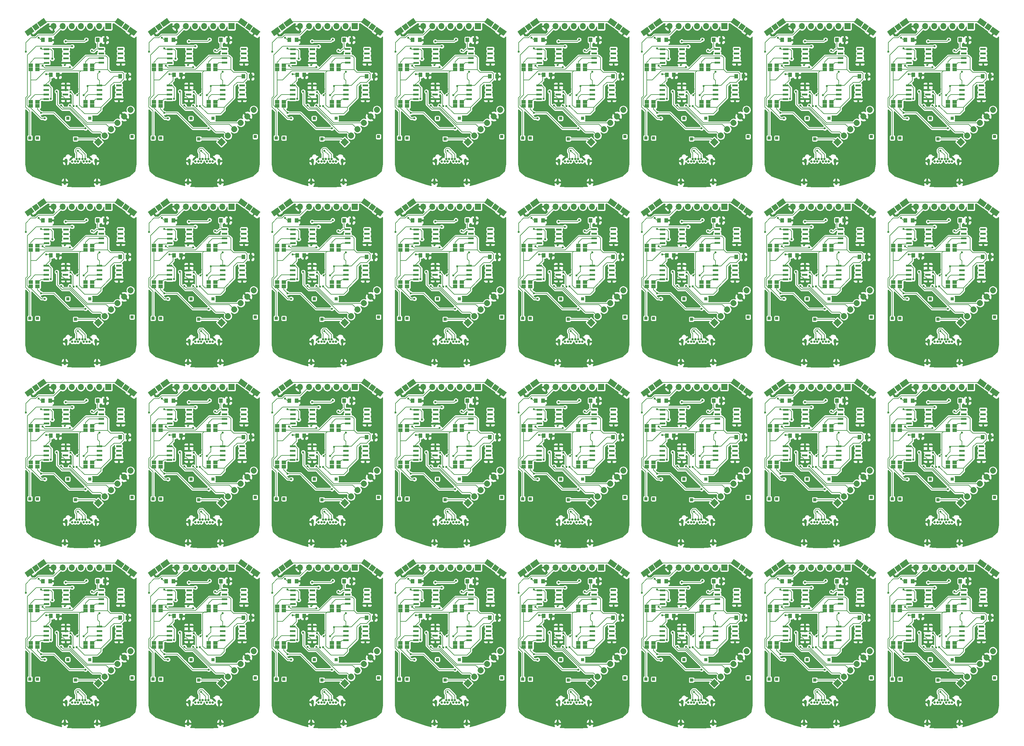
<source format=gbr>
G04 #@! TF.FileFunction,Copper,L2,Bot,Signal*
%FSLAX46Y46*%
G04 Gerber Fmt 4.6, Leading zero omitted, Abs format (unit mm)*
G04 Created by KiCad (PCBNEW 4.0.7-e2-6376~58~ubuntu16.04.1) date Mon Nov 20 20:39:29 2017*
%MOMM*%
%LPD*%
G01*
G04 APERTURE LIST*
%ADD10C,0.100000*%
%ADD11R,1.550000X0.600000*%
%ADD12R,0.850000X0.850000*%
%ADD13R,1.250000X1.000000*%
%ADD14R,1.700000X1.700000*%
%ADD15O,1.700000X1.700000*%
%ADD16O,0.800000X1.400000*%
%ADD17C,0.650000*%
%ADD18C,1.700000*%
%ADD19R,1.000000X1.250000*%
%ADD20C,0.600000*%
%ADD21C,0.200000*%
%ADD22C,0.254000*%
G04 APERTURE END LIST*
D10*
D11*
X199042000Y-125907800D03*
X199042000Y-127177800D03*
X199042000Y-128447800D03*
X199042000Y-129717800D03*
X193642000Y-129717800D03*
X193642000Y-128447800D03*
X193642000Y-127177800D03*
X193642000Y-125907800D03*
X213774000Y-136017000D03*
X213774000Y-137287000D03*
X213774000Y-138557000D03*
X213774000Y-139827000D03*
X208374000Y-139827000D03*
X208374000Y-138557000D03*
X208374000Y-137287000D03*
X208374000Y-136017000D03*
X214256600Y-125831600D03*
X214256600Y-127101600D03*
X214256600Y-128371600D03*
X214256600Y-129641600D03*
X208856600Y-129641600D03*
X208856600Y-128371600D03*
X208856600Y-127101600D03*
X208856600Y-125831600D03*
X198940400Y-135991600D03*
X198940400Y-137261600D03*
X198940400Y-138531600D03*
X198940400Y-139801600D03*
X193540400Y-139801600D03*
X193540400Y-138531600D03*
X193540400Y-137261600D03*
X193540400Y-135991600D03*
D12*
X201676000Y-150901400D03*
X217424000Y-150266400D03*
X188976000Y-150647400D03*
X205689200Y-145186400D03*
X199542400Y-145186400D03*
X191135000Y-150647400D03*
D13*
X191135000Y-130390900D03*
X191135000Y-131533900D03*
X189230000Y-130390900D03*
X189230000Y-131533900D03*
X206375000Y-130390900D03*
X206375000Y-131533900D03*
X204470000Y-130390900D03*
X204470000Y-131533900D03*
X206375000Y-140550900D03*
X206375000Y-141693900D03*
X204470000Y-140550900D03*
X204470000Y-141693900D03*
X191135000Y-140550900D03*
X191135000Y-141693900D03*
X189230000Y-140550900D03*
X189230000Y-141693900D03*
D10*
G36*
X216785052Y-119532340D02*
X215900060Y-120773052D01*
X214659348Y-119888060D01*
X215544340Y-118647348D01*
X216785052Y-119532340D01*
X216785052Y-119532340D01*
G37*
G36*
X218843135Y-121000357D02*
X217958144Y-122241069D01*
X216085679Y-120905453D01*
X216970670Y-119664741D01*
X218843135Y-121000357D01*
X218843135Y-121000357D01*
G37*
G36*
X215358721Y-118514947D02*
X214473730Y-119755659D01*
X212601265Y-118420043D01*
X213486256Y-117179331D01*
X215358721Y-118514947D01*
X215358721Y-118514947D01*
G37*
G36*
X190474540Y-120798452D02*
X189589548Y-119557740D01*
X190830260Y-118672748D01*
X191715252Y-119913460D01*
X190474540Y-120798452D01*
X190474540Y-120798452D01*
G37*
G36*
X188416456Y-122266469D02*
X187531465Y-121025757D01*
X189403930Y-119690141D01*
X190288921Y-120930853D01*
X188416456Y-122266469D01*
X188416456Y-122266469D01*
G37*
G36*
X191900870Y-119781059D02*
X191015879Y-118540347D01*
X192888344Y-117204731D01*
X193773335Y-118445443D01*
X191900870Y-119781059D01*
X191900870Y-119781059D01*
G37*
D14*
X210820000Y-119532400D03*
D15*
X208280000Y-119532400D03*
X205740000Y-119532400D03*
X203200000Y-119532400D03*
X200660000Y-119532400D03*
X198120000Y-119532400D03*
X195580000Y-119532400D03*
D16*
X199070000Y-157062400D03*
X207330000Y-157062400D03*
X207690000Y-163012400D03*
X198710000Y-163012400D03*
D17*
X206000000Y-156462400D03*
X204400000Y-156462400D03*
X203600000Y-156462400D03*
X202800000Y-156462400D03*
X202000000Y-156462400D03*
X200400000Y-156462400D03*
X205600000Y-157162400D03*
X204800000Y-157162400D03*
X204000000Y-157162400D03*
X202400000Y-157162400D03*
X201600000Y-157162400D03*
X200800000Y-157162400D03*
D10*
G36*
X209228082Y-151790400D02*
X208026000Y-152992482D01*
X206823918Y-151790400D01*
X208026000Y-150588318D01*
X209228082Y-151790400D01*
X209228082Y-151790400D01*
G37*
D18*
X209822051Y-149994349D02*
X209822051Y-149994349D01*
X211618102Y-148198298D02*
X211618102Y-148198298D01*
X213414154Y-146402246D02*
X213414154Y-146402246D01*
X215210205Y-144606195D02*
X215210205Y-144606195D01*
X217006256Y-142810144D02*
X217006256Y-142810144D01*
D19*
X194675000Y-123342400D03*
X192675000Y-123342400D03*
X216138000Y-133502400D03*
X214138000Y-133502400D03*
X209915000Y-123342400D03*
X207915000Y-123342400D03*
X196808600Y-133070600D03*
X194808600Y-133070600D03*
D11*
X164752000Y-125907800D03*
X164752000Y-127177800D03*
X164752000Y-128447800D03*
X164752000Y-129717800D03*
X159352000Y-129717800D03*
X159352000Y-128447800D03*
X159352000Y-127177800D03*
X159352000Y-125907800D03*
X179484000Y-136017000D03*
X179484000Y-137287000D03*
X179484000Y-138557000D03*
X179484000Y-139827000D03*
X174084000Y-139827000D03*
X174084000Y-138557000D03*
X174084000Y-137287000D03*
X174084000Y-136017000D03*
X179966600Y-125831600D03*
X179966600Y-127101600D03*
X179966600Y-128371600D03*
X179966600Y-129641600D03*
X174566600Y-129641600D03*
X174566600Y-128371600D03*
X174566600Y-127101600D03*
X174566600Y-125831600D03*
X164650400Y-135991600D03*
X164650400Y-137261600D03*
X164650400Y-138531600D03*
X164650400Y-139801600D03*
X159250400Y-139801600D03*
X159250400Y-138531600D03*
X159250400Y-137261600D03*
X159250400Y-135991600D03*
D12*
X167386000Y-150901400D03*
X183134000Y-150266400D03*
X154686000Y-150647400D03*
X171399200Y-145186400D03*
X165252400Y-145186400D03*
X156845000Y-150647400D03*
D13*
X156845000Y-130390900D03*
X156845000Y-131533900D03*
X154940000Y-130390900D03*
X154940000Y-131533900D03*
X172085000Y-130390900D03*
X172085000Y-131533900D03*
X170180000Y-130390900D03*
X170180000Y-131533900D03*
X172085000Y-140550900D03*
X172085000Y-141693900D03*
X170180000Y-140550900D03*
X170180000Y-141693900D03*
X156845000Y-140550900D03*
X156845000Y-141693900D03*
X154940000Y-140550900D03*
X154940000Y-141693900D03*
D10*
G36*
X182495052Y-119532340D02*
X181610060Y-120773052D01*
X180369348Y-119888060D01*
X181254340Y-118647348D01*
X182495052Y-119532340D01*
X182495052Y-119532340D01*
G37*
G36*
X184553135Y-121000357D02*
X183668144Y-122241069D01*
X181795679Y-120905453D01*
X182680670Y-119664741D01*
X184553135Y-121000357D01*
X184553135Y-121000357D01*
G37*
G36*
X181068721Y-118514947D02*
X180183730Y-119755659D01*
X178311265Y-118420043D01*
X179196256Y-117179331D01*
X181068721Y-118514947D01*
X181068721Y-118514947D01*
G37*
G36*
X156184540Y-120798452D02*
X155299548Y-119557740D01*
X156540260Y-118672748D01*
X157425252Y-119913460D01*
X156184540Y-120798452D01*
X156184540Y-120798452D01*
G37*
G36*
X154126456Y-122266469D02*
X153241465Y-121025757D01*
X155113930Y-119690141D01*
X155998921Y-120930853D01*
X154126456Y-122266469D01*
X154126456Y-122266469D01*
G37*
G36*
X157610870Y-119781059D02*
X156725879Y-118540347D01*
X158598344Y-117204731D01*
X159483335Y-118445443D01*
X157610870Y-119781059D01*
X157610870Y-119781059D01*
G37*
D14*
X176530000Y-119532400D03*
D15*
X173990000Y-119532400D03*
X171450000Y-119532400D03*
X168910000Y-119532400D03*
X166370000Y-119532400D03*
X163830000Y-119532400D03*
X161290000Y-119532400D03*
D16*
X164780000Y-157062400D03*
X173040000Y-157062400D03*
X173400000Y-163012400D03*
X164420000Y-163012400D03*
D17*
X171710000Y-156462400D03*
X170110000Y-156462400D03*
X169310000Y-156462400D03*
X168510000Y-156462400D03*
X167710000Y-156462400D03*
X166110000Y-156462400D03*
X171310000Y-157162400D03*
X170510000Y-157162400D03*
X169710000Y-157162400D03*
X168110000Y-157162400D03*
X167310000Y-157162400D03*
X166510000Y-157162400D03*
D10*
G36*
X174938082Y-151790400D02*
X173736000Y-152992482D01*
X172533918Y-151790400D01*
X173736000Y-150588318D01*
X174938082Y-151790400D01*
X174938082Y-151790400D01*
G37*
D18*
X175532051Y-149994349D02*
X175532051Y-149994349D01*
X177328102Y-148198298D02*
X177328102Y-148198298D01*
X179124154Y-146402246D02*
X179124154Y-146402246D01*
X180920205Y-144606195D02*
X180920205Y-144606195D01*
X182716256Y-142810144D02*
X182716256Y-142810144D01*
D19*
X160385000Y-123342400D03*
X158385000Y-123342400D03*
X181848000Y-133502400D03*
X179848000Y-133502400D03*
X175625000Y-123342400D03*
X173625000Y-123342400D03*
X162518600Y-133070600D03*
X160518600Y-133070600D03*
X231098600Y-133070600D03*
X229098600Y-133070600D03*
X244205000Y-123342400D03*
X242205000Y-123342400D03*
X250428000Y-133502400D03*
X248428000Y-133502400D03*
X228965000Y-123342400D03*
X226965000Y-123342400D03*
D10*
G36*
X243518082Y-151790400D02*
X242316000Y-152992482D01*
X241113918Y-151790400D01*
X242316000Y-150588318D01*
X243518082Y-151790400D01*
X243518082Y-151790400D01*
G37*
D18*
X244112051Y-149994349D02*
X244112051Y-149994349D01*
X245908102Y-148198298D02*
X245908102Y-148198298D01*
X247704154Y-146402246D02*
X247704154Y-146402246D01*
X249500205Y-144606195D02*
X249500205Y-144606195D01*
X251296256Y-142810144D02*
X251296256Y-142810144D01*
D16*
X233360000Y-157062400D03*
X241620000Y-157062400D03*
X241980000Y-163012400D03*
X233000000Y-163012400D03*
D17*
X240290000Y-156462400D03*
X238690000Y-156462400D03*
X237890000Y-156462400D03*
X237090000Y-156462400D03*
X236290000Y-156462400D03*
X234690000Y-156462400D03*
X239890000Y-157162400D03*
X239090000Y-157162400D03*
X238290000Y-157162400D03*
X236690000Y-157162400D03*
X235890000Y-157162400D03*
X235090000Y-157162400D03*
D14*
X245110000Y-119532400D03*
D15*
X242570000Y-119532400D03*
X240030000Y-119532400D03*
X237490000Y-119532400D03*
X234950000Y-119532400D03*
X232410000Y-119532400D03*
X229870000Y-119532400D03*
D10*
G36*
X224764540Y-120798452D02*
X223879548Y-119557740D01*
X225120260Y-118672748D01*
X226005252Y-119913460D01*
X224764540Y-120798452D01*
X224764540Y-120798452D01*
G37*
G36*
X222706456Y-122266469D02*
X221821465Y-121025757D01*
X223693930Y-119690141D01*
X224578921Y-120930853D01*
X222706456Y-122266469D01*
X222706456Y-122266469D01*
G37*
G36*
X226190870Y-119781059D02*
X225305879Y-118540347D01*
X227178344Y-117204731D01*
X228063335Y-118445443D01*
X226190870Y-119781059D01*
X226190870Y-119781059D01*
G37*
G36*
X251075052Y-119532340D02*
X250190060Y-120773052D01*
X248949348Y-119888060D01*
X249834340Y-118647348D01*
X251075052Y-119532340D01*
X251075052Y-119532340D01*
G37*
G36*
X253133135Y-121000357D02*
X252248144Y-122241069D01*
X250375679Y-120905453D01*
X251260670Y-119664741D01*
X253133135Y-121000357D01*
X253133135Y-121000357D01*
G37*
G36*
X249648721Y-118514947D02*
X248763730Y-119755659D01*
X246891265Y-118420043D01*
X247776256Y-117179331D01*
X249648721Y-118514947D01*
X249648721Y-118514947D01*
G37*
D13*
X223520000Y-140550900D03*
X223520000Y-141693900D03*
X225425000Y-140550900D03*
X225425000Y-141693900D03*
X238760000Y-140550900D03*
X238760000Y-141693900D03*
X240665000Y-140550900D03*
X240665000Y-141693900D03*
X238760000Y-130390900D03*
X238760000Y-131533900D03*
X240665000Y-130390900D03*
X240665000Y-131533900D03*
X223520000Y-130390900D03*
X223520000Y-131533900D03*
X225425000Y-130390900D03*
X225425000Y-131533900D03*
D12*
X225425000Y-150647400D03*
X233832400Y-145186400D03*
X239979200Y-145186400D03*
X223266000Y-150647400D03*
X251714000Y-150266400D03*
X235966000Y-150901400D03*
D11*
X233230400Y-135991600D03*
X233230400Y-137261600D03*
X233230400Y-138531600D03*
X233230400Y-139801600D03*
X227830400Y-139801600D03*
X227830400Y-138531600D03*
X227830400Y-137261600D03*
X227830400Y-135991600D03*
X248546600Y-125831600D03*
X248546600Y-127101600D03*
X248546600Y-128371600D03*
X248546600Y-129641600D03*
X243146600Y-129641600D03*
X243146600Y-128371600D03*
X243146600Y-127101600D03*
X243146600Y-125831600D03*
X248064000Y-136017000D03*
X248064000Y-137287000D03*
X248064000Y-138557000D03*
X248064000Y-139827000D03*
X242664000Y-139827000D03*
X242664000Y-138557000D03*
X242664000Y-137287000D03*
X242664000Y-136017000D03*
X233332000Y-125907800D03*
X233332000Y-127177800D03*
X233332000Y-128447800D03*
X233332000Y-129717800D03*
X227932000Y-129717800D03*
X227932000Y-128447800D03*
X227932000Y-127177800D03*
X227932000Y-125907800D03*
D19*
X265388600Y-133070600D03*
X263388600Y-133070600D03*
X278495000Y-123342400D03*
X276495000Y-123342400D03*
X284718000Y-133502400D03*
X282718000Y-133502400D03*
X263255000Y-123342400D03*
X261255000Y-123342400D03*
D10*
G36*
X277808082Y-151790400D02*
X276606000Y-152992482D01*
X275403918Y-151790400D01*
X276606000Y-150588318D01*
X277808082Y-151790400D01*
X277808082Y-151790400D01*
G37*
D18*
X278402051Y-149994349D02*
X278402051Y-149994349D01*
X280198102Y-148198298D02*
X280198102Y-148198298D01*
X281994154Y-146402246D02*
X281994154Y-146402246D01*
X283790205Y-144606195D02*
X283790205Y-144606195D01*
X285586256Y-142810144D02*
X285586256Y-142810144D01*
D16*
X267650000Y-157062400D03*
X275910000Y-157062400D03*
X276270000Y-163012400D03*
X267290000Y-163012400D03*
D17*
X274580000Y-156462400D03*
X272980000Y-156462400D03*
X272180000Y-156462400D03*
X271380000Y-156462400D03*
X270580000Y-156462400D03*
X268980000Y-156462400D03*
X274180000Y-157162400D03*
X273380000Y-157162400D03*
X272580000Y-157162400D03*
X270980000Y-157162400D03*
X270180000Y-157162400D03*
X269380000Y-157162400D03*
D14*
X279400000Y-119532400D03*
D15*
X276860000Y-119532400D03*
X274320000Y-119532400D03*
X271780000Y-119532400D03*
X269240000Y-119532400D03*
X266700000Y-119532400D03*
X264160000Y-119532400D03*
D10*
G36*
X259054540Y-120798452D02*
X258169548Y-119557740D01*
X259410260Y-118672748D01*
X260295252Y-119913460D01*
X259054540Y-120798452D01*
X259054540Y-120798452D01*
G37*
G36*
X256996456Y-122266469D02*
X256111465Y-121025757D01*
X257983930Y-119690141D01*
X258868921Y-120930853D01*
X256996456Y-122266469D01*
X256996456Y-122266469D01*
G37*
G36*
X260480870Y-119781059D02*
X259595879Y-118540347D01*
X261468344Y-117204731D01*
X262353335Y-118445443D01*
X260480870Y-119781059D01*
X260480870Y-119781059D01*
G37*
G36*
X285365052Y-119532340D02*
X284480060Y-120773052D01*
X283239348Y-119888060D01*
X284124340Y-118647348D01*
X285365052Y-119532340D01*
X285365052Y-119532340D01*
G37*
G36*
X287423135Y-121000357D02*
X286538144Y-122241069D01*
X284665679Y-120905453D01*
X285550670Y-119664741D01*
X287423135Y-121000357D01*
X287423135Y-121000357D01*
G37*
G36*
X283938721Y-118514947D02*
X283053730Y-119755659D01*
X281181265Y-118420043D01*
X282066256Y-117179331D01*
X283938721Y-118514947D01*
X283938721Y-118514947D01*
G37*
D13*
X257810000Y-140550900D03*
X257810000Y-141693900D03*
X259715000Y-140550900D03*
X259715000Y-141693900D03*
X273050000Y-140550900D03*
X273050000Y-141693900D03*
X274955000Y-140550900D03*
X274955000Y-141693900D03*
X273050000Y-130390900D03*
X273050000Y-131533900D03*
X274955000Y-130390900D03*
X274955000Y-131533900D03*
X257810000Y-130390900D03*
X257810000Y-131533900D03*
X259715000Y-130390900D03*
X259715000Y-131533900D03*
D12*
X259715000Y-150647400D03*
X268122400Y-145186400D03*
X274269200Y-145186400D03*
X257556000Y-150647400D03*
X286004000Y-150266400D03*
X270256000Y-150901400D03*
D11*
X267520400Y-135991600D03*
X267520400Y-137261600D03*
X267520400Y-138531600D03*
X267520400Y-139801600D03*
X262120400Y-139801600D03*
X262120400Y-138531600D03*
X262120400Y-137261600D03*
X262120400Y-135991600D03*
X282836600Y-125831600D03*
X282836600Y-127101600D03*
X282836600Y-128371600D03*
X282836600Y-129641600D03*
X277436600Y-129641600D03*
X277436600Y-128371600D03*
X277436600Y-127101600D03*
X277436600Y-125831600D03*
X282354000Y-136017000D03*
X282354000Y-137287000D03*
X282354000Y-138557000D03*
X282354000Y-139827000D03*
X276954000Y-139827000D03*
X276954000Y-138557000D03*
X276954000Y-137287000D03*
X276954000Y-136017000D03*
X267622000Y-125907800D03*
X267622000Y-127177800D03*
X267622000Y-128447800D03*
X267622000Y-129717800D03*
X262222000Y-129717800D03*
X262222000Y-128447800D03*
X262222000Y-127177800D03*
X262222000Y-125907800D03*
X130462000Y-125907800D03*
X130462000Y-127177800D03*
X130462000Y-128447800D03*
X130462000Y-129717800D03*
X125062000Y-129717800D03*
X125062000Y-128447800D03*
X125062000Y-127177800D03*
X125062000Y-125907800D03*
X145194000Y-136017000D03*
X145194000Y-137287000D03*
X145194000Y-138557000D03*
X145194000Y-139827000D03*
X139794000Y-139827000D03*
X139794000Y-138557000D03*
X139794000Y-137287000D03*
X139794000Y-136017000D03*
X145676600Y-125831600D03*
X145676600Y-127101600D03*
X145676600Y-128371600D03*
X145676600Y-129641600D03*
X140276600Y-129641600D03*
X140276600Y-128371600D03*
X140276600Y-127101600D03*
X140276600Y-125831600D03*
X130360400Y-135991600D03*
X130360400Y-137261600D03*
X130360400Y-138531600D03*
X130360400Y-139801600D03*
X124960400Y-139801600D03*
X124960400Y-138531600D03*
X124960400Y-137261600D03*
X124960400Y-135991600D03*
D12*
X133096000Y-150901400D03*
X148844000Y-150266400D03*
X120396000Y-150647400D03*
X137109200Y-145186400D03*
X130962400Y-145186400D03*
X122555000Y-150647400D03*
D13*
X122555000Y-130390900D03*
X122555000Y-131533900D03*
X120650000Y-130390900D03*
X120650000Y-131533900D03*
X137795000Y-130390900D03*
X137795000Y-131533900D03*
X135890000Y-130390900D03*
X135890000Y-131533900D03*
X137795000Y-140550900D03*
X137795000Y-141693900D03*
X135890000Y-140550900D03*
X135890000Y-141693900D03*
X122555000Y-140550900D03*
X122555000Y-141693900D03*
X120650000Y-140550900D03*
X120650000Y-141693900D03*
D10*
G36*
X148205052Y-119532340D02*
X147320060Y-120773052D01*
X146079348Y-119888060D01*
X146964340Y-118647348D01*
X148205052Y-119532340D01*
X148205052Y-119532340D01*
G37*
G36*
X150263135Y-121000357D02*
X149378144Y-122241069D01*
X147505679Y-120905453D01*
X148390670Y-119664741D01*
X150263135Y-121000357D01*
X150263135Y-121000357D01*
G37*
G36*
X146778721Y-118514947D02*
X145893730Y-119755659D01*
X144021265Y-118420043D01*
X144906256Y-117179331D01*
X146778721Y-118514947D01*
X146778721Y-118514947D01*
G37*
G36*
X121894540Y-120798452D02*
X121009548Y-119557740D01*
X122250260Y-118672748D01*
X123135252Y-119913460D01*
X121894540Y-120798452D01*
X121894540Y-120798452D01*
G37*
G36*
X119836456Y-122266469D02*
X118951465Y-121025757D01*
X120823930Y-119690141D01*
X121708921Y-120930853D01*
X119836456Y-122266469D01*
X119836456Y-122266469D01*
G37*
G36*
X123320870Y-119781059D02*
X122435879Y-118540347D01*
X124308344Y-117204731D01*
X125193335Y-118445443D01*
X123320870Y-119781059D01*
X123320870Y-119781059D01*
G37*
D14*
X142240000Y-119532400D03*
D15*
X139700000Y-119532400D03*
X137160000Y-119532400D03*
X134620000Y-119532400D03*
X132080000Y-119532400D03*
X129540000Y-119532400D03*
X127000000Y-119532400D03*
D16*
X130490000Y-157062400D03*
X138750000Y-157062400D03*
X139110000Y-163012400D03*
X130130000Y-163012400D03*
D17*
X137420000Y-156462400D03*
X135820000Y-156462400D03*
X135020000Y-156462400D03*
X134220000Y-156462400D03*
X133420000Y-156462400D03*
X131820000Y-156462400D03*
X137020000Y-157162400D03*
X136220000Y-157162400D03*
X135420000Y-157162400D03*
X133820000Y-157162400D03*
X133020000Y-157162400D03*
X132220000Y-157162400D03*
D10*
G36*
X140648082Y-151790400D02*
X139446000Y-152992482D01*
X138243918Y-151790400D01*
X139446000Y-150588318D01*
X140648082Y-151790400D01*
X140648082Y-151790400D01*
G37*
D18*
X141242051Y-149994349D02*
X141242051Y-149994349D01*
X143038102Y-148198298D02*
X143038102Y-148198298D01*
X144834154Y-146402246D02*
X144834154Y-146402246D01*
X146630205Y-144606195D02*
X146630205Y-144606195D01*
X148426256Y-142810144D02*
X148426256Y-142810144D01*
D19*
X126095000Y-123342400D03*
X124095000Y-123342400D03*
X147558000Y-133502400D03*
X145558000Y-133502400D03*
X141335000Y-123342400D03*
X139335000Y-123342400D03*
X128228600Y-133070600D03*
X126228600Y-133070600D03*
D11*
X96172000Y-125907800D03*
X96172000Y-127177800D03*
X96172000Y-128447800D03*
X96172000Y-129717800D03*
X90772000Y-129717800D03*
X90772000Y-128447800D03*
X90772000Y-127177800D03*
X90772000Y-125907800D03*
X110904000Y-136017000D03*
X110904000Y-137287000D03*
X110904000Y-138557000D03*
X110904000Y-139827000D03*
X105504000Y-139827000D03*
X105504000Y-138557000D03*
X105504000Y-137287000D03*
X105504000Y-136017000D03*
X111386600Y-125831600D03*
X111386600Y-127101600D03*
X111386600Y-128371600D03*
X111386600Y-129641600D03*
X105986600Y-129641600D03*
X105986600Y-128371600D03*
X105986600Y-127101600D03*
X105986600Y-125831600D03*
X96070400Y-135991600D03*
X96070400Y-137261600D03*
X96070400Y-138531600D03*
X96070400Y-139801600D03*
X90670400Y-139801600D03*
X90670400Y-138531600D03*
X90670400Y-137261600D03*
X90670400Y-135991600D03*
D12*
X98806000Y-150901400D03*
X114554000Y-150266400D03*
X86106000Y-150647400D03*
X102819200Y-145186400D03*
X96672400Y-145186400D03*
X88265000Y-150647400D03*
D13*
X88265000Y-130390900D03*
X88265000Y-131533900D03*
X86360000Y-130390900D03*
X86360000Y-131533900D03*
X103505000Y-130390900D03*
X103505000Y-131533900D03*
X101600000Y-130390900D03*
X101600000Y-131533900D03*
X103505000Y-140550900D03*
X103505000Y-141693900D03*
X101600000Y-140550900D03*
X101600000Y-141693900D03*
X88265000Y-140550900D03*
X88265000Y-141693900D03*
X86360000Y-140550900D03*
X86360000Y-141693900D03*
D10*
G36*
X113915052Y-119532340D02*
X113030060Y-120773052D01*
X111789348Y-119888060D01*
X112674340Y-118647348D01*
X113915052Y-119532340D01*
X113915052Y-119532340D01*
G37*
G36*
X115973135Y-121000357D02*
X115088144Y-122241069D01*
X113215679Y-120905453D01*
X114100670Y-119664741D01*
X115973135Y-121000357D01*
X115973135Y-121000357D01*
G37*
G36*
X112488721Y-118514947D02*
X111603730Y-119755659D01*
X109731265Y-118420043D01*
X110616256Y-117179331D01*
X112488721Y-118514947D01*
X112488721Y-118514947D01*
G37*
G36*
X87604540Y-120798452D02*
X86719548Y-119557740D01*
X87960260Y-118672748D01*
X88845252Y-119913460D01*
X87604540Y-120798452D01*
X87604540Y-120798452D01*
G37*
G36*
X85546456Y-122266469D02*
X84661465Y-121025757D01*
X86533930Y-119690141D01*
X87418921Y-120930853D01*
X85546456Y-122266469D01*
X85546456Y-122266469D01*
G37*
G36*
X89030870Y-119781059D02*
X88145879Y-118540347D01*
X90018344Y-117204731D01*
X90903335Y-118445443D01*
X89030870Y-119781059D01*
X89030870Y-119781059D01*
G37*
D14*
X107950000Y-119532400D03*
D15*
X105410000Y-119532400D03*
X102870000Y-119532400D03*
X100330000Y-119532400D03*
X97790000Y-119532400D03*
X95250000Y-119532400D03*
X92710000Y-119532400D03*
D16*
X96200000Y-157062400D03*
X104460000Y-157062400D03*
X104820000Y-163012400D03*
X95840000Y-163012400D03*
D17*
X103130000Y-156462400D03*
X101530000Y-156462400D03*
X100730000Y-156462400D03*
X99930000Y-156462400D03*
X99130000Y-156462400D03*
X97530000Y-156462400D03*
X102730000Y-157162400D03*
X101930000Y-157162400D03*
X101130000Y-157162400D03*
X99530000Y-157162400D03*
X98730000Y-157162400D03*
X97930000Y-157162400D03*
D10*
G36*
X106358082Y-151790400D02*
X105156000Y-152992482D01*
X103953918Y-151790400D01*
X105156000Y-150588318D01*
X106358082Y-151790400D01*
X106358082Y-151790400D01*
G37*
D18*
X106952051Y-149994349D02*
X106952051Y-149994349D01*
X108748102Y-148198298D02*
X108748102Y-148198298D01*
X110544154Y-146402246D02*
X110544154Y-146402246D01*
X112340205Y-144606195D02*
X112340205Y-144606195D01*
X114136256Y-142810144D02*
X114136256Y-142810144D01*
D19*
X91805000Y-123342400D03*
X89805000Y-123342400D03*
X113268000Y-133502400D03*
X111268000Y-133502400D03*
X107045000Y-123342400D03*
X105045000Y-123342400D03*
X93938600Y-133070600D03*
X91938600Y-133070600D03*
X25358600Y-133070600D03*
X23358600Y-133070600D03*
X38465000Y-123342400D03*
X36465000Y-123342400D03*
X44688000Y-133502400D03*
X42688000Y-133502400D03*
X23225000Y-123342400D03*
X21225000Y-123342400D03*
D10*
G36*
X37778082Y-151790400D02*
X36576000Y-152992482D01*
X35373918Y-151790400D01*
X36576000Y-150588318D01*
X37778082Y-151790400D01*
X37778082Y-151790400D01*
G37*
D18*
X38372051Y-149994349D02*
X38372051Y-149994349D01*
X40168102Y-148198298D02*
X40168102Y-148198298D01*
X41964154Y-146402246D02*
X41964154Y-146402246D01*
X43760205Y-144606195D02*
X43760205Y-144606195D01*
X45556256Y-142810144D02*
X45556256Y-142810144D01*
D16*
X27620000Y-157062400D03*
X35880000Y-157062400D03*
X36240000Y-163012400D03*
X27260000Y-163012400D03*
D17*
X34550000Y-156462400D03*
X32950000Y-156462400D03*
X32150000Y-156462400D03*
X31350000Y-156462400D03*
X30550000Y-156462400D03*
X28950000Y-156462400D03*
X34150000Y-157162400D03*
X33350000Y-157162400D03*
X32550000Y-157162400D03*
X30950000Y-157162400D03*
X30150000Y-157162400D03*
X29350000Y-157162400D03*
D14*
X39370000Y-119532400D03*
D15*
X36830000Y-119532400D03*
X34290000Y-119532400D03*
X31750000Y-119532400D03*
X29210000Y-119532400D03*
X26670000Y-119532400D03*
X24130000Y-119532400D03*
D10*
G36*
X19024540Y-120798452D02*
X18139548Y-119557740D01*
X19380260Y-118672748D01*
X20265252Y-119913460D01*
X19024540Y-120798452D01*
X19024540Y-120798452D01*
G37*
G36*
X16966456Y-122266469D02*
X16081465Y-121025757D01*
X17953930Y-119690141D01*
X18838921Y-120930853D01*
X16966456Y-122266469D01*
X16966456Y-122266469D01*
G37*
G36*
X20450870Y-119781059D02*
X19565879Y-118540347D01*
X21438344Y-117204731D01*
X22323335Y-118445443D01*
X20450870Y-119781059D01*
X20450870Y-119781059D01*
G37*
G36*
X45335052Y-119532340D02*
X44450060Y-120773052D01*
X43209348Y-119888060D01*
X44094340Y-118647348D01*
X45335052Y-119532340D01*
X45335052Y-119532340D01*
G37*
G36*
X47393135Y-121000357D02*
X46508144Y-122241069D01*
X44635679Y-120905453D01*
X45520670Y-119664741D01*
X47393135Y-121000357D01*
X47393135Y-121000357D01*
G37*
G36*
X43908721Y-118514947D02*
X43023730Y-119755659D01*
X41151265Y-118420043D01*
X42036256Y-117179331D01*
X43908721Y-118514947D01*
X43908721Y-118514947D01*
G37*
D13*
X17780000Y-140550900D03*
X17780000Y-141693900D03*
X19685000Y-140550900D03*
X19685000Y-141693900D03*
X33020000Y-140550900D03*
X33020000Y-141693900D03*
X34925000Y-140550900D03*
X34925000Y-141693900D03*
X33020000Y-130390900D03*
X33020000Y-131533900D03*
X34925000Y-130390900D03*
X34925000Y-131533900D03*
X17780000Y-130390900D03*
X17780000Y-131533900D03*
X19685000Y-130390900D03*
X19685000Y-131533900D03*
D12*
X19685000Y-150647400D03*
X28092400Y-145186400D03*
X34239200Y-145186400D03*
X17526000Y-150647400D03*
X45974000Y-150266400D03*
X30226000Y-150901400D03*
D11*
X27490400Y-135991600D03*
X27490400Y-137261600D03*
X27490400Y-138531600D03*
X27490400Y-139801600D03*
X22090400Y-139801600D03*
X22090400Y-138531600D03*
X22090400Y-137261600D03*
X22090400Y-135991600D03*
X42806600Y-125831600D03*
X42806600Y-127101600D03*
X42806600Y-128371600D03*
X42806600Y-129641600D03*
X37406600Y-129641600D03*
X37406600Y-128371600D03*
X37406600Y-127101600D03*
X37406600Y-125831600D03*
X42324000Y-136017000D03*
X42324000Y-137287000D03*
X42324000Y-138557000D03*
X42324000Y-139827000D03*
X36924000Y-139827000D03*
X36924000Y-138557000D03*
X36924000Y-137287000D03*
X36924000Y-136017000D03*
X27592000Y-125907800D03*
X27592000Y-127177800D03*
X27592000Y-128447800D03*
X27592000Y-129717800D03*
X22192000Y-129717800D03*
X22192000Y-128447800D03*
X22192000Y-127177800D03*
X22192000Y-125907800D03*
D19*
X59648600Y-133070600D03*
X57648600Y-133070600D03*
X72755000Y-123342400D03*
X70755000Y-123342400D03*
X78978000Y-133502400D03*
X76978000Y-133502400D03*
X57515000Y-123342400D03*
X55515000Y-123342400D03*
D10*
G36*
X72068082Y-151790400D02*
X70866000Y-152992482D01*
X69663918Y-151790400D01*
X70866000Y-150588318D01*
X72068082Y-151790400D01*
X72068082Y-151790400D01*
G37*
D18*
X72662051Y-149994349D02*
X72662051Y-149994349D01*
X74458102Y-148198298D02*
X74458102Y-148198298D01*
X76254154Y-146402246D02*
X76254154Y-146402246D01*
X78050205Y-144606195D02*
X78050205Y-144606195D01*
X79846256Y-142810144D02*
X79846256Y-142810144D01*
D16*
X61910000Y-157062400D03*
X70170000Y-157062400D03*
X70530000Y-163012400D03*
X61550000Y-163012400D03*
D17*
X68840000Y-156462400D03*
X67240000Y-156462400D03*
X66440000Y-156462400D03*
X65640000Y-156462400D03*
X64840000Y-156462400D03*
X63240000Y-156462400D03*
X68440000Y-157162400D03*
X67640000Y-157162400D03*
X66840000Y-157162400D03*
X65240000Y-157162400D03*
X64440000Y-157162400D03*
X63640000Y-157162400D03*
D14*
X73660000Y-119532400D03*
D15*
X71120000Y-119532400D03*
X68580000Y-119532400D03*
X66040000Y-119532400D03*
X63500000Y-119532400D03*
X60960000Y-119532400D03*
X58420000Y-119532400D03*
D10*
G36*
X53314540Y-120798452D02*
X52429548Y-119557740D01*
X53670260Y-118672748D01*
X54555252Y-119913460D01*
X53314540Y-120798452D01*
X53314540Y-120798452D01*
G37*
G36*
X51256456Y-122266469D02*
X50371465Y-121025757D01*
X52243930Y-119690141D01*
X53128921Y-120930853D01*
X51256456Y-122266469D01*
X51256456Y-122266469D01*
G37*
G36*
X54740870Y-119781059D02*
X53855879Y-118540347D01*
X55728344Y-117204731D01*
X56613335Y-118445443D01*
X54740870Y-119781059D01*
X54740870Y-119781059D01*
G37*
G36*
X79625052Y-119532340D02*
X78740060Y-120773052D01*
X77499348Y-119888060D01*
X78384340Y-118647348D01*
X79625052Y-119532340D01*
X79625052Y-119532340D01*
G37*
G36*
X81683135Y-121000357D02*
X80798144Y-122241069D01*
X78925679Y-120905453D01*
X79810670Y-119664741D01*
X81683135Y-121000357D01*
X81683135Y-121000357D01*
G37*
G36*
X78198721Y-118514947D02*
X77313730Y-119755659D01*
X75441265Y-118420043D01*
X76326256Y-117179331D01*
X78198721Y-118514947D01*
X78198721Y-118514947D01*
G37*
D13*
X52070000Y-140550900D03*
X52070000Y-141693900D03*
X53975000Y-140550900D03*
X53975000Y-141693900D03*
X67310000Y-140550900D03*
X67310000Y-141693900D03*
X69215000Y-140550900D03*
X69215000Y-141693900D03*
X67310000Y-130390900D03*
X67310000Y-131533900D03*
X69215000Y-130390900D03*
X69215000Y-131533900D03*
X52070000Y-130390900D03*
X52070000Y-131533900D03*
X53975000Y-130390900D03*
X53975000Y-131533900D03*
D12*
X53975000Y-150647400D03*
X62382400Y-145186400D03*
X68529200Y-145186400D03*
X51816000Y-150647400D03*
X80264000Y-150266400D03*
X64516000Y-150901400D03*
D11*
X61780400Y-135991600D03*
X61780400Y-137261600D03*
X61780400Y-138531600D03*
X61780400Y-139801600D03*
X56380400Y-139801600D03*
X56380400Y-138531600D03*
X56380400Y-137261600D03*
X56380400Y-135991600D03*
X77096600Y-125831600D03*
X77096600Y-127101600D03*
X77096600Y-128371600D03*
X77096600Y-129641600D03*
X71696600Y-129641600D03*
X71696600Y-128371600D03*
X71696600Y-127101600D03*
X71696600Y-125831600D03*
X76614000Y-136017000D03*
X76614000Y-137287000D03*
X76614000Y-138557000D03*
X76614000Y-139827000D03*
X71214000Y-139827000D03*
X71214000Y-138557000D03*
X71214000Y-137287000D03*
X71214000Y-136017000D03*
X61882000Y-125907800D03*
X61882000Y-127177800D03*
X61882000Y-128447800D03*
X61882000Y-129717800D03*
X56482000Y-129717800D03*
X56482000Y-128447800D03*
X56482000Y-127177800D03*
X56482000Y-125907800D03*
X61882000Y-176149000D03*
X61882000Y-177419000D03*
X61882000Y-178689000D03*
X61882000Y-179959000D03*
X56482000Y-179959000D03*
X56482000Y-178689000D03*
X56482000Y-177419000D03*
X56482000Y-176149000D03*
X76614000Y-186258200D03*
X76614000Y-187528200D03*
X76614000Y-188798200D03*
X76614000Y-190068200D03*
X71214000Y-190068200D03*
X71214000Y-188798200D03*
X71214000Y-187528200D03*
X71214000Y-186258200D03*
X77096600Y-176072800D03*
X77096600Y-177342800D03*
X77096600Y-178612800D03*
X77096600Y-179882800D03*
X71696600Y-179882800D03*
X71696600Y-178612800D03*
X71696600Y-177342800D03*
X71696600Y-176072800D03*
X61780400Y-186232800D03*
X61780400Y-187502800D03*
X61780400Y-188772800D03*
X61780400Y-190042800D03*
X56380400Y-190042800D03*
X56380400Y-188772800D03*
X56380400Y-187502800D03*
X56380400Y-186232800D03*
D12*
X64516000Y-201142600D03*
X80264000Y-200507600D03*
X51816000Y-200888600D03*
X68529200Y-195427600D03*
X62382400Y-195427600D03*
X53975000Y-200888600D03*
D13*
X53975000Y-180632100D03*
X53975000Y-181775100D03*
X52070000Y-180632100D03*
X52070000Y-181775100D03*
X69215000Y-180632100D03*
X69215000Y-181775100D03*
X67310000Y-180632100D03*
X67310000Y-181775100D03*
X69215000Y-190792100D03*
X69215000Y-191935100D03*
X67310000Y-190792100D03*
X67310000Y-191935100D03*
X53975000Y-190792100D03*
X53975000Y-191935100D03*
X52070000Y-190792100D03*
X52070000Y-191935100D03*
D10*
G36*
X79625052Y-169773540D02*
X78740060Y-171014252D01*
X77499348Y-170129260D01*
X78384340Y-168888548D01*
X79625052Y-169773540D01*
X79625052Y-169773540D01*
G37*
G36*
X81683135Y-171241557D02*
X80798144Y-172482269D01*
X78925679Y-171146653D01*
X79810670Y-169905941D01*
X81683135Y-171241557D01*
X81683135Y-171241557D01*
G37*
G36*
X78198721Y-168756147D02*
X77313730Y-169996859D01*
X75441265Y-168661243D01*
X76326256Y-167420531D01*
X78198721Y-168756147D01*
X78198721Y-168756147D01*
G37*
G36*
X53314540Y-171039652D02*
X52429548Y-169798940D01*
X53670260Y-168913948D01*
X54555252Y-170154660D01*
X53314540Y-171039652D01*
X53314540Y-171039652D01*
G37*
G36*
X51256456Y-172507669D02*
X50371465Y-171266957D01*
X52243930Y-169931341D01*
X53128921Y-171172053D01*
X51256456Y-172507669D01*
X51256456Y-172507669D01*
G37*
G36*
X54740870Y-170022259D02*
X53855879Y-168781547D01*
X55728344Y-167445931D01*
X56613335Y-168686643D01*
X54740870Y-170022259D01*
X54740870Y-170022259D01*
G37*
D14*
X73660000Y-169773600D03*
D15*
X71120000Y-169773600D03*
X68580000Y-169773600D03*
X66040000Y-169773600D03*
X63500000Y-169773600D03*
X60960000Y-169773600D03*
X58420000Y-169773600D03*
D16*
X61910000Y-207303600D03*
X70170000Y-207303600D03*
X70530000Y-213253600D03*
X61550000Y-213253600D03*
D17*
X68840000Y-206703600D03*
X67240000Y-206703600D03*
X66440000Y-206703600D03*
X65640000Y-206703600D03*
X64840000Y-206703600D03*
X63240000Y-206703600D03*
X68440000Y-207403600D03*
X67640000Y-207403600D03*
X66840000Y-207403600D03*
X65240000Y-207403600D03*
X64440000Y-207403600D03*
X63640000Y-207403600D03*
D10*
G36*
X72068082Y-202031600D02*
X70866000Y-203233682D01*
X69663918Y-202031600D01*
X70866000Y-200829518D01*
X72068082Y-202031600D01*
X72068082Y-202031600D01*
G37*
D18*
X72662051Y-200235549D02*
X72662051Y-200235549D01*
X74458102Y-198439498D02*
X74458102Y-198439498D01*
X76254154Y-196643446D02*
X76254154Y-196643446D01*
X78050205Y-194847395D02*
X78050205Y-194847395D01*
X79846256Y-193051344D02*
X79846256Y-193051344D01*
D19*
X57515000Y-173583600D03*
X55515000Y-173583600D03*
X78978000Y-183743600D03*
X76978000Y-183743600D03*
X72755000Y-173583600D03*
X70755000Y-173583600D03*
X59648600Y-183311800D03*
X57648600Y-183311800D03*
D11*
X27592000Y-176149000D03*
X27592000Y-177419000D03*
X27592000Y-178689000D03*
X27592000Y-179959000D03*
X22192000Y-179959000D03*
X22192000Y-178689000D03*
X22192000Y-177419000D03*
X22192000Y-176149000D03*
X42324000Y-186258200D03*
X42324000Y-187528200D03*
X42324000Y-188798200D03*
X42324000Y-190068200D03*
X36924000Y-190068200D03*
X36924000Y-188798200D03*
X36924000Y-187528200D03*
X36924000Y-186258200D03*
X42806600Y-176072800D03*
X42806600Y-177342800D03*
X42806600Y-178612800D03*
X42806600Y-179882800D03*
X37406600Y-179882800D03*
X37406600Y-178612800D03*
X37406600Y-177342800D03*
X37406600Y-176072800D03*
X27490400Y-186232800D03*
X27490400Y-187502800D03*
X27490400Y-188772800D03*
X27490400Y-190042800D03*
X22090400Y-190042800D03*
X22090400Y-188772800D03*
X22090400Y-187502800D03*
X22090400Y-186232800D03*
D12*
X30226000Y-201142600D03*
X45974000Y-200507600D03*
X17526000Y-200888600D03*
X34239200Y-195427600D03*
X28092400Y-195427600D03*
X19685000Y-200888600D03*
D13*
X19685000Y-180632100D03*
X19685000Y-181775100D03*
X17780000Y-180632100D03*
X17780000Y-181775100D03*
X34925000Y-180632100D03*
X34925000Y-181775100D03*
X33020000Y-180632100D03*
X33020000Y-181775100D03*
X34925000Y-190792100D03*
X34925000Y-191935100D03*
X33020000Y-190792100D03*
X33020000Y-191935100D03*
X19685000Y-190792100D03*
X19685000Y-191935100D03*
X17780000Y-190792100D03*
X17780000Y-191935100D03*
D10*
G36*
X45335052Y-169773540D02*
X44450060Y-171014252D01*
X43209348Y-170129260D01*
X44094340Y-168888548D01*
X45335052Y-169773540D01*
X45335052Y-169773540D01*
G37*
G36*
X47393135Y-171241557D02*
X46508144Y-172482269D01*
X44635679Y-171146653D01*
X45520670Y-169905941D01*
X47393135Y-171241557D01*
X47393135Y-171241557D01*
G37*
G36*
X43908721Y-168756147D02*
X43023730Y-169996859D01*
X41151265Y-168661243D01*
X42036256Y-167420531D01*
X43908721Y-168756147D01*
X43908721Y-168756147D01*
G37*
G36*
X19024540Y-171039652D02*
X18139548Y-169798940D01*
X19380260Y-168913948D01*
X20265252Y-170154660D01*
X19024540Y-171039652D01*
X19024540Y-171039652D01*
G37*
G36*
X16966456Y-172507669D02*
X16081465Y-171266957D01*
X17953930Y-169931341D01*
X18838921Y-171172053D01*
X16966456Y-172507669D01*
X16966456Y-172507669D01*
G37*
G36*
X20450870Y-170022259D02*
X19565879Y-168781547D01*
X21438344Y-167445931D01*
X22323335Y-168686643D01*
X20450870Y-170022259D01*
X20450870Y-170022259D01*
G37*
D14*
X39370000Y-169773600D03*
D15*
X36830000Y-169773600D03*
X34290000Y-169773600D03*
X31750000Y-169773600D03*
X29210000Y-169773600D03*
X26670000Y-169773600D03*
X24130000Y-169773600D03*
D16*
X27620000Y-207303600D03*
X35880000Y-207303600D03*
X36240000Y-213253600D03*
X27260000Y-213253600D03*
D17*
X34550000Y-206703600D03*
X32950000Y-206703600D03*
X32150000Y-206703600D03*
X31350000Y-206703600D03*
X30550000Y-206703600D03*
X28950000Y-206703600D03*
X34150000Y-207403600D03*
X33350000Y-207403600D03*
X32550000Y-207403600D03*
X30950000Y-207403600D03*
X30150000Y-207403600D03*
X29350000Y-207403600D03*
D10*
G36*
X37778082Y-202031600D02*
X36576000Y-203233682D01*
X35373918Y-202031600D01*
X36576000Y-200829518D01*
X37778082Y-202031600D01*
X37778082Y-202031600D01*
G37*
D18*
X38372051Y-200235549D02*
X38372051Y-200235549D01*
X40168102Y-198439498D02*
X40168102Y-198439498D01*
X41964154Y-196643446D02*
X41964154Y-196643446D01*
X43760205Y-194847395D02*
X43760205Y-194847395D01*
X45556256Y-193051344D02*
X45556256Y-193051344D01*
D19*
X23225000Y-173583600D03*
X21225000Y-173583600D03*
X44688000Y-183743600D03*
X42688000Y-183743600D03*
X38465000Y-173583600D03*
X36465000Y-173583600D03*
X25358600Y-183311800D03*
X23358600Y-183311800D03*
X93938600Y-183311800D03*
X91938600Y-183311800D03*
X107045000Y-173583600D03*
X105045000Y-173583600D03*
X113268000Y-183743600D03*
X111268000Y-183743600D03*
X91805000Y-173583600D03*
X89805000Y-173583600D03*
D10*
G36*
X106358082Y-202031600D02*
X105156000Y-203233682D01*
X103953918Y-202031600D01*
X105156000Y-200829518D01*
X106358082Y-202031600D01*
X106358082Y-202031600D01*
G37*
D18*
X106952051Y-200235549D02*
X106952051Y-200235549D01*
X108748102Y-198439498D02*
X108748102Y-198439498D01*
X110544154Y-196643446D02*
X110544154Y-196643446D01*
X112340205Y-194847395D02*
X112340205Y-194847395D01*
X114136256Y-193051344D02*
X114136256Y-193051344D01*
D16*
X96200000Y-207303600D03*
X104460000Y-207303600D03*
X104820000Y-213253600D03*
X95840000Y-213253600D03*
D17*
X103130000Y-206703600D03*
X101530000Y-206703600D03*
X100730000Y-206703600D03*
X99930000Y-206703600D03*
X99130000Y-206703600D03*
X97530000Y-206703600D03*
X102730000Y-207403600D03*
X101930000Y-207403600D03*
X101130000Y-207403600D03*
X99530000Y-207403600D03*
X98730000Y-207403600D03*
X97930000Y-207403600D03*
D14*
X107950000Y-169773600D03*
D15*
X105410000Y-169773600D03*
X102870000Y-169773600D03*
X100330000Y-169773600D03*
X97790000Y-169773600D03*
X95250000Y-169773600D03*
X92710000Y-169773600D03*
D10*
G36*
X87604540Y-171039652D02*
X86719548Y-169798940D01*
X87960260Y-168913948D01*
X88845252Y-170154660D01*
X87604540Y-171039652D01*
X87604540Y-171039652D01*
G37*
G36*
X85546456Y-172507669D02*
X84661465Y-171266957D01*
X86533930Y-169931341D01*
X87418921Y-171172053D01*
X85546456Y-172507669D01*
X85546456Y-172507669D01*
G37*
G36*
X89030870Y-170022259D02*
X88145879Y-168781547D01*
X90018344Y-167445931D01*
X90903335Y-168686643D01*
X89030870Y-170022259D01*
X89030870Y-170022259D01*
G37*
G36*
X113915052Y-169773540D02*
X113030060Y-171014252D01*
X111789348Y-170129260D01*
X112674340Y-168888548D01*
X113915052Y-169773540D01*
X113915052Y-169773540D01*
G37*
G36*
X115973135Y-171241557D02*
X115088144Y-172482269D01*
X113215679Y-171146653D01*
X114100670Y-169905941D01*
X115973135Y-171241557D01*
X115973135Y-171241557D01*
G37*
G36*
X112488721Y-168756147D02*
X111603730Y-169996859D01*
X109731265Y-168661243D01*
X110616256Y-167420531D01*
X112488721Y-168756147D01*
X112488721Y-168756147D01*
G37*
D13*
X86360000Y-190792100D03*
X86360000Y-191935100D03*
X88265000Y-190792100D03*
X88265000Y-191935100D03*
X101600000Y-190792100D03*
X101600000Y-191935100D03*
X103505000Y-190792100D03*
X103505000Y-191935100D03*
X101600000Y-180632100D03*
X101600000Y-181775100D03*
X103505000Y-180632100D03*
X103505000Y-181775100D03*
X86360000Y-180632100D03*
X86360000Y-181775100D03*
X88265000Y-180632100D03*
X88265000Y-181775100D03*
D12*
X88265000Y-200888600D03*
X96672400Y-195427600D03*
X102819200Y-195427600D03*
X86106000Y-200888600D03*
X114554000Y-200507600D03*
X98806000Y-201142600D03*
D11*
X96070400Y-186232800D03*
X96070400Y-187502800D03*
X96070400Y-188772800D03*
X96070400Y-190042800D03*
X90670400Y-190042800D03*
X90670400Y-188772800D03*
X90670400Y-187502800D03*
X90670400Y-186232800D03*
X111386600Y-176072800D03*
X111386600Y-177342800D03*
X111386600Y-178612800D03*
X111386600Y-179882800D03*
X105986600Y-179882800D03*
X105986600Y-178612800D03*
X105986600Y-177342800D03*
X105986600Y-176072800D03*
X110904000Y-186258200D03*
X110904000Y-187528200D03*
X110904000Y-188798200D03*
X110904000Y-190068200D03*
X105504000Y-190068200D03*
X105504000Y-188798200D03*
X105504000Y-187528200D03*
X105504000Y-186258200D03*
X96172000Y-176149000D03*
X96172000Y-177419000D03*
X96172000Y-178689000D03*
X96172000Y-179959000D03*
X90772000Y-179959000D03*
X90772000Y-178689000D03*
X90772000Y-177419000D03*
X90772000Y-176149000D03*
D19*
X128228600Y-183311800D03*
X126228600Y-183311800D03*
X141335000Y-173583600D03*
X139335000Y-173583600D03*
X147558000Y-183743600D03*
X145558000Y-183743600D03*
X126095000Y-173583600D03*
X124095000Y-173583600D03*
D10*
G36*
X140648082Y-202031600D02*
X139446000Y-203233682D01*
X138243918Y-202031600D01*
X139446000Y-200829518D01*
X140648082Y-202031600D01*
X140648082Y-202031600D01*
G37*
D18*
X141242051Y-200235549D02*
X141242051Y-200235549D01*
X143038102Y-198439498D02*
X143038102Y-198439498D01*
X144834154Y-196643446D02*
X144834154Y-196643446D01*
X146630205Y-194847395D02*
X146630205Y-194847395D01*
X148426256Y-193051344D02*
X148426256Y-193051344D01*
D16*
X130490000Y-207303600D03*
X138750000Y-207303600D03*
X139110000Y-213253600D03*
X130130000Y-213253600D03*
D17*
X137420000Y-206703600D03*
X135820000Y-206703600D03*
X135020000Y-206703600D03*
X134220000Y-206703600D03*
X133420000Y-206703600D03*
X131820000Y-206703600D03*
X137020000Y-207403600D03*
X136220000Y-207403600D03*
X135420000Y-207403600D03*
X133820000Y-207403600D03*
X133020000Y-207403600D03*
X132220000Y-207403600D03*
D14*
X142240000Y-169773600D03*
D15*
X139700000Y-169773600D03*
X137160000Y-169773600D03*
X134620000Y-169773600D03*
X132080000Y-169773600D03*
X129540000Y-169773600D03*
X127000000Y-169773600D03*
D10*
G36*
X121894540Y-171039652D02*
X121009548Y-169798940D01*
X122250260Y-168913948D01*
X123135252Y-170154660D01*
X121894540Y-171039652D01*
X121894540Y-171039652D01*
G37*
G36*
X119836456Y-172507669D02*
X118951465Y-171266957D01*
X120823930Y-169931341D01*
X121708921Y-171172053D01*
X119836456Y-172507669D01*
X119836456Y-172507669D01*
G37*
G36*
X123320870Y-170022259D02*
X122435879Y-168781547D01*
X124308344Y-167445931D01*
X125193335Y-168686643D01*
X123320870Y-170022259D01*
X123320870Y-170022259D01*
G37*
G36*
X148205052Y-169773540D02*
X147320060Y-171014252D01*
X146079348Y-170129260D01*
X146964340Y-168888548D01*
X148205052Y-169773540D01*
X148205052Y-169773540D01*
G37*
G36*
X150263135Y-171241557D02*
X149378144Y-172482269D01*
X147505679Y-171146653D01*
X148390670Y-169905941D01*
X150263135Y-171241557D01*
X150263135Y-171241557D01*
G37*
G36*
X146778721Y-168756147D02*
X145893730Y-169996859D01*
X144021265Y-168661243D01*
X144906256Y-167420531D01*
X146778721Y-168756147D01*
X146778721Y-168756147D01*
G37*
D13*
X120650000Y-190792100D03*
X120650000Y-191935100D03*
X122555000Y-190792100D03*
X122555000Y-191935100D03*
X135890000Y-190792100D03*
X135890000Y-191935100D03*
X137795000Y-190792100D03*
X137795000Y-191935100D03*
X135890000Y-180632100D03*
X135890000Y-181775100D03*
X137795000Y-180632100D03*
X137795000Y-181775100D03*
X120650000Y-180632100D03*
X120650000Y-181775100D03*
X122555000Y-180632100D03*
X122555000Y-181775100D03*
D12*
X122555000Y-200888600D03*
X130962400Y-195427600D03*
X137109200Y-195427600D03*
X120396000Y-200888600D03*
X148844000Y-200507600D03*
X133096000Y-201142600D03*
D11*
X130360400Y-186232800D03*
X130360400Y-187502800D03*
X130360400Y-188772800D03*
X130360400Y-190042800D03*
X124960400Y-190042800D03*
X124960400Y-188772800D03*
X124960400Y-187502800D03*
X124960400Y-186232800D03*
X145676600Y-176072800D03*
X145676600Y-177342800D03*
X145676600Y-178612800D03*
X145676600Y-179882800D03*
X140276600Y-179882800D03*
X140276600Y-178612800D03*
X140276600Y-177342800D03*
X140276600Y-176072800D03*
X145194000Y-186258200D03*
X145194000Y-187528200D03*
X145194000Y-188798200D03*
X145194000Y-190068200D03*
X139794000Y-190068200D03*
X139794000Y-188798200D03*
X139794000Y-187528200D03*
X139794000Y-186258200D03*
X130462000Y-176149000D03*
X130462000Y-177419000D03*
X130462000Y-178689000D03*
X130462000Y-179959000D03*
X125062000Y-179959000D03*
X125062000Y-178689000D03*
X125062000Y-177419000D03*
X125062000Y-176149000D03*
X267622000Y-176149000D03*
X267622000Y-177419000D03*
X267622000Y-178689000D03*
X267622000Y-179959000D03*
X262222000Y-179959000D03*
X262222000Y-178689000D03*
X262222000Y-177419000D03*
X262222000Y-176149000D03*
X282354000Y-186258200D03*
X282354000Y-187528200D03*
X282354000Y-188798200D03*
X282354000Y-190068200D03*
X276954000Y-190068200D03*
X276954000Y-188798200D03*
X276954000Y-187528200D03*
X276954000Y-186258200D03*
X282836600Y-176072800D03*
X282836600Y-177342800D03*
X282836600Y-178612800D03*
X282836600Y-179882800D03*
X277436600Y-179882800D03*
X277436600Y-178612800D03*
X277436600Y-177342800D03*
X277436600Y-176072800D03*
X267520400Y-186232800D03*
X267520400Y-187502800D03*
X267520400Y-188772800D03*
X267520400Y-190042800D03*
X262120400Y-190042800D03*
X262120400Y-188772800D03*
X262120400Y-187502800D03*
X262120400Y-186232800D03*
D12*
X270256000Y-201142600D03*
X286004000Y-200507600D03*
X257556000Y-200888600D03*
X274269200Y-195427600D03*
X268122400Y-195427600D03*
X259715000Y-200888600D03*
D13*
X259715000Y-180632100D03*
X259715000Y-181775100D03*
X257810000Y-180632100D03*
X257810000Y-181775100D03*
X274955000Y-180632100D03*
X274955000Y-181775100D03*
X273050000Y-180632100D03*
X273050000Y-181775100D03*
X274955000Y-190792100D03*
X274955000Y-191935100D03*
X273050000Y-190792100D03*
X273050000Y-191935100D03*
X259715000Y-190792100D03*
X259715000Y-191935100D03*
X257810000Y-190792100D03*
X257810000Y-191935100D03*
D10*
G36*
X285365052Y-169773540D02*
X284480060Y-171014252D01*
X283239348Y-170129260D01*
X284124340Y-168888548D01*
X285365052Y-169773540D01*
X285365052Y-169773540D01*
G37*
G36*
X287423135Y-171241557D02*
X286538144Y-172482269D01*
X284665679Y-171146653D01*
X285550670Y-169905941D01*
X287423135Y-171241557D01*
X287423135Y-171241557D01*
G37*
G36*
X283938721Y-168756147D02*
X283053730Y-169996859D01*
X281181265Y-168661243D01*
X282066256Y-167420531D01*
X283938721Y-168756147D01*
X283938721Y-168756147D01*
G37*
G36*
X259054540Y-171039652D02*
X258169548Y-169798940D01*
X259410260Y-168913948D01*
X260295252Y-170154660D01*
X259054540Y-171039652D01*
X259054540Y-171039652D01*
G37*
G36*
X256996456Y-172507669D02*
X256111465Y-171266957D01*
X257983930Y-169931341D01*
X258868921Y-171172053D01*
X256996456Y-172507669D01*
X256996456Y-172507669D01*
G37*
G36*
X260480870Y-170022259D02*
X259595879Y-168781547D01*
X261468344Y-167445931D01*
X262353335Y-168686643D01*
X260480870Y-170022259D01*
X260480870Y-170022259D01*
G37*
D14*
X279400000Y-169773600D03*
D15*
X276860000Y-169773600D03*
X274320000Y-169773600D03*
X271780000Y-169773600D03*
X269240000Y-169773600D03*
X266700000Y-169773600D03*
X264160000Y-169773600D03*
D16*
X267650000Y-207303600D03*
X275910000Y-207303600D03*
X276270000Y-213253600D03*
X267290000Y-213253600D03*
D17*
X274580000Y-206703600D03*
X272980000Y-206703600D03*
X272180000Y-206703600D03*
X271380000Y-206703600D03*
X270580000Y-206703600D03*
X268980000Y-206703600D03*
X274180000Y-207403600D03*
X273380000Y-207403600D03*
X272580000Y-207403600D03*
X270980000Y-207403600D03*
X270180000Y-207403600D03*
X269380000Y-207403600D03*
D10*
G36*
X277808082Y-202031600D02*
X276606000Y-203233682D01*
X275403918Y-202031600D01*
X276606000Y-200829518D01*
X277808082Y-202031600D01*
X277808082Y-202031600D01*
G37*
D18*
X278402051Y-200235549D02*
X278402051Y-200235549D01*
X280198102Y-198439498D02*
X280198102Y-198439498D01*
X281994154Y-196643446D02*
X281994154Y-196643446D01*
X283790205Y-194847395D02*
X283790205Y-194847395D01*
X285586256Y-193051344D02*
X285586256Y-193051344D01*
D19*
X263255000Y-173583600D03*
X261255000Y-173583600D03*
X284718000Y-183743600D03*
X282718000Y-183743600D03*
X278495000Y-173583600D03*
X276495000Y-173583600D03*
X265388600Y-183311800D03*
X263388600Y-183311800D03*
D11*
X233332000Y-176149000D03*
X233332000Y-177419000D03*
X233332000Y-178689000D03*
X233332000Y-179959000D03*
X227932000Y-179959000D03*
X227932000Y-178689000D03*
X227932000Y-177419000D03*
X227932000Y-176149000D03*
X248064000Y-186258200D03*
X248064000Y-187528200D03*
X248064000Y-188798200D03*
X248064000Y-190068200D03*
X242664000Y-190068200D03*
X242664000Y-188798200D03*
X242664000Y-187528200D03*
X242664000Y-186258200D03*
X248546600Y-176072800D03*
X248546600Y-177342800D03*
X248546600Y-178612800D03*
X248546600Y-179882800D03*
X243146600Y-179882800D03*
X243146600Y-178612800D03*
X243146600Y-177342800D03*
X243146600Y-176072800D03*
X233230400Y-186232800D03*
X233230400Y-187502800D03*
X233230400Y-188772800D03*
X233230400Y-190042800D03*
X227830400Y-190042800D03*
X227830400Y-188772800D03*
X227830400Y-187502800D03*
X227830400Y-186232800D03*
D12*
X235966000Y-201142600D03*
X251714000Y-200507600D03*
X223266000Y-200888600D03*
X239979200Y-195427600D03*
X233832400Y-195427600D03*
X225425000Y-200888600D03*
D13*
X225425000Y-180632100D03*
X225425000Y-181775100D03*
X223520000Y-180632100D03*
X223520000Y-181775100D03*
X240665000Y-180632100D03*
X240665000Y-181775100D03*
X238760000Y-180632100D03*
X238760000Y-181775100D03*
X240665000Y-190792100D03*
X240665000Y-191935100D03*
X238760000Y-190792100D03*
X238760000Y-191935100D03*
X225425000Y-190792100D03*
X225425000Y-191935100D03*
X223520000Y-190792100D03*
X223520000Y-191935100D03*
D10*
G36*
X251075052Y-169773540D02*
X250190060Y-171014252D01*
X248949348Y-170129260D01*
X249834340Y-168888548D01*
X251075052Y-169773540D01*
X251075052Y-169773540D01*
G37*
G36*
X253133135Y-171241557D02*
X252248144Y-172482269D01*
X250375679Y-171146653D01*
X251260670Y-169905941D01*
X253133135Y-171241557D01*
X253133135Y-171241557D01*
G37*
G36*
X249648721Y-168756147D02*
X248763730Y-169996859D01*
X246891265Y-168661243D01*
X247776256Y-167420531D01*
X249648721Y-168756147D01*
X249648721Y-168756147D01*
G37*
G36*
X224764540Y-171039652D02*
X223879548Y-169798940D01*
X225120260Y-168913948D01*
X226005252Y-170154660D01*
X224764540Y-171039652D01*
X224764540Y-171039652D01*
G37*
G36*
X222706456Y-172507669D02*
X221821465Y-171266957D01*
X223693930Y-169931341D01*
X224578921Y-171172053D01*
X222706456Y-172507669D01*
X222706456Y-172507669D01*
G37*
G36*
X226190870Y-170022259D02*
X225305879Y-168781547D01*
X227178344Y-167445931D01*
X228063335Y-168686643D01*
X226190870Y-170022259D01*
X226190870Y-170022259D01*
G37*
D14*
X245110000Y-169773600D03*
D15*
X242570000Y-169773600D03*
X240030000Y-169773600D03*
X237490000Y-169773600D03*
X234950000Y-169773600D03*
X232410000Y-169773600D03*
X229870000Y-169773600D03*
D16*
X233360000Y-207303600D03*
X241620000Y-207303600D03*
X241980000Y-213253600D03*
X233000000Y-213253600D03*
D17*
X240290000Y-206703600D03*
X238690000Y-206703600D03*
X237890000Y-206703600D03*
X237090000Y-206703600D03*
X236290000Y-206703600D03*
X234690000Y-206703600D03*
X239890000Y-207403600D03*
X239090000Y-207403600D03*
X238290000Y-207403600D03*
X236690000Y-207403600D03*
X235890000Y-207403600D03*
X235090000Y-207403600D03*
D10*
G36*
X243518082Y-202031600D02*
X242316000Y-203233682D01*
X241113918Y-202031600D01*
X242316000Y-200829518D01*
X243518082Y-202031600D01*
X243518082Y-202031600D01*
G37*
D18*
X244112051Y-200235549D02*
X244112051Y-200235549D01*
X245908102Y-198439498D02*
X245908102Y-198439498D01*
X247704154Y-196643446D02*
X247704154Y-196643446D01*
X249500205Y-194847395D02*
X249500205Y-194847395D01*
X251296256Y-193051344D02*
X251296256Y-193051344D01*
D19*
X228965000Y-173583600D03*
X226965000Y-173583600D03*
X250428000Y-183743600D03*
X248428000Y-183743600D03*
X244205000Y-173583600D03*
X242205000Y-173583600D03*
X231098600Y-183311800D03*
X229098600Y-183311800D03*
X162518600Y-183311800D03*
X160518600Y-183311800D03*
X175625000Y-173583600D03*
X173625000Y-173583600D03*
X181848000Y-183743600D03*
X179848000Y-183743600D03*
X160385000Y-173583600D03*
X158385000Y-173583600D03*
D10*
G36*
X174938082Y-202031600D02*
X173736000Y-203233682D01*
X172533918Y-202031600D01*
X173736000Y-200829518D01*
X174938082Y-202031600D01*
X174938082Y-202031600D01*
G37*
D18*
X175532051Y-200235549D02*
X175532051Y-200235549D01*
X177328102Y-198439498D02*
X177328102Y-198439498D01*
X179124154Y-196643446D02*
X179124154Y-196643446D01*
X180920205Y-194847395D02*
X180920205Y-194847395D01*
X182716256Y-193051344D02*
X182716256Y-193051344D01*
D16*
X164780000Y-207303600D03*
X173040000Y-207303600D03*
X173400000Y-213253600D03*
X164420000Y-213253600D03*
D17*
X171710000Y-206703600D03*
X170110000Y-206703600D03*
X169310000Y-206703600D03*
X168510000Y-206703600D03*
X167710000Y-206703600D03*
X166110000Y-206703600D03*
X171310000Y-207403600D03*
X170510000Y-207403600D03*
X169710000Y-207403600D03*
X168110000Y-207403600D03*
X167310000Y-207403600D03*
X166510000Y-207403600D03*
D14*
X176530000Y-169773600D03*
D15*
X173990000Y-169773600D03*
X171450000Y-169773600D03*
X168910000Y-169773600D03*
X166370000Y-169773600D03*
X163830000Y-169773600D03*
X161290000Y-169773600D03*
D10*
G36*
X156184540Y-171039652D02*
X155299548Y-169798940D01*
X156540260Y-168913948D01*
X157425252Y-170154660D01*
X156184540Y-171039652D01*
X156184540Y-171039652D01*
G37*
G36*
X154126456Y-172507669D02*
X153241465Y-171266957D01*
X155113930Y-169931341D01*
X155998921Y-171172053D01*
X154126456Y-172507669D01*
X154126456Y-172507669D01*
G37*
G36*
X157610870Y-170022259D02*
X156725879Y-168781547D01*
X158598344Y-167445931D01*
X159483335Y-168686643D01*
X157610870Y-170022259D01*
X157610870Y-170022259D01*
G37*
G36*
X182495052Y-169773540D02*
X181610060Y-171014252D01*
X180369348Y-170129260D01*
X181254340Y-168888548D01*
X182495052Y-169773540D01*
X182495052Y-169773540D01*
G37*
G36*
X184553135Y-171241557D02*
X183668144Y-172482269D01*
X181795679Y-171146653D01*
X182680670Y-169905941D01*
X184553135Y-171241557D01*
X184553135Y-171241557D01*
G37*
G36*
X181068721Y-168756147D02*
X180183730Y-169996859D01*
X178311265Y-168661243D01*
X179196256Y-167420531D01*
X181068721Y-168756147D01*
X181068721Y-168756147D01*
G37*
D13*
X154940000Y-190792100D03*
X154940000Y-191935100D03*
X156845000Y-190792100D03*
X156845000Y-191935100D03*
X170180000Y-190792100D03*
X170180000Y-191935100D03*
X172085000Y-190792100D03*
X172085000Y-191935100D03*
X170180000Y-180632100D03*
X170180000Y-181775100D03*
X172085000Y-180632100D03*
X172085000Y-181775100D03*
X154940000Y-180632100D03*
X154940000Y-181775100D03*
X156845000Y-180632100D03*
X156845000Y-181775100D03*
D12*
X156845000Y-200888600D03*
X165252400Y-195427600D03*
X171399200Y-195427600D03*
X154686000Y-200888600D03*
X183134000Y-200507600D03*
X167386000Y-201142600D03*
D11*
X164650400Y-186232800D03*
X164650400Y-187502800D03*
X164650400Y-188772800D03*
X164650400Y-190042800D03*
X159250400Y-190042800D03*
X159250400Y-188772800D03*
X159250400Y-187502800D03*
X159250400Y-186232800D03*
X179966600Y-176072800D03*
X179966600Y-177342800D03*
X179966600Y-178612800D03*
X179966600Y-179882800D03*
X174566600Y-179882800D03*
X174566600Y-178612800D03*
X174566600Y-177342800D03*
X174566600Y-176072800D03*
X179484000Y-186258200D03*
X179484000Y-187528200D03*
X179484000Y-188798200D03*
X179484000Y-190068200D03*
X174084000Y-190068200D03*
X174084000Y-188798200D03*
X174084000Y-187528200D03*
X174084000Y-186258200D03*
X164752000Y-176149000D03*
X164752000Y-177419000D03*
X164752000Y-178689000D03*
X164752000Y-179959000D03*
X159352000Y-179959000D03*
X159352000Y-178689000D03*
X159352000Y-177419000D03*
X159352000Y-176149000D03*
D19*
X196808600Y-183311800D03*
X194808600Y-183311800D03*
X209915000Y-173583600D03*
X207915000Y-173583600D03*
X216138000Y-183743600D03*
X214138000Y-183743600D03*
X194675000Y-173583600D03*
X192675000Y-173583600D03*
D10*
G36*
X209228082Y-202031600D02*
X208026000Y-203233682D01*
X206823918Y-202031600D01*
X208026000Y-200829518D01*
X209228082Y-202031600D01*
X209228082Y-202031600D01*
G37*
D18*
X209822051Y-200235549D02*
X209822051Y-200235549D01*
X211618102Y-198439498D02*
X211618102Y-198439498D01*
X213414154Y-196643446D02*
X213414154Y-196643446D01*
X215210205Y-194847395D02*
X215210205Y-194847395D01*
X217006256Y-193051344D02*
X217006256Y-193051344D01*
D16*
X199070000Y-207303600D03*
X207330000Y-207303600D03*
X207690000Y-213253600D03*
X198710000Y-213253600D03*
D17*
X206000000Y-206703600D03*
X204400000Y-206703600D03*
X203600000Y-206703600D03*
X202800000Y-206703600D03*
X202000000Y-206703600D03*
X200400000Y-206703600D03*
X205600000Y-207403600D03*
X204800000Y-207403600D03*
X204000000Y-207403600D03*
X202400000Y-207403600D03*
X201600000Y-207403600D03*
X200800000Y-207403600D03*
D14*
X210820000Y-169773600D03*
D15*
X208280000Y-169773600D03*
X205740000Y-169773600D03*
X203200000Y-169773600D03*
X200660000Y-169773600D03*
X198120000Y-169773600D03*
X195580000Y-169773600D03*
D10*
G36*
X190474540Y-171039652D02*
X189589548Y-169798940D01*
X190830260Y-168913948D01*
X191715252Y-170154660D01*
X190474540Y-171039652D01*
X190474540Y-171039652D01*
G37*
G36*
X188416456Y-172507669D02*
X187531465Y-171266957D01*
X189403930Y-169931341D01*
X190288921Y-171172053D01*
X188416456Y-172507669D01*
X188416456Y-172507669D01*
G37*
G36*
X191900870Y-170022259D02*
X191015879Y-168781547D01*
X192888344Y-167445931D01*
X193773335Y-168686643D01*
X191900870Y-170022259D01*
X191900870Y-170022259D01*
G37*
G36*
X216785052Y-169773540D02*
X215900060Y-171014252D01*
X214659348Y-170129260D01*
X215544340Y-168888548D01*
X216785052Y-169773540D01*
X216785052Y-169773540D01*
G37*
G36*
X218843135Y-171241557D02*
X217958144Y-172482269D01*
X216085679Y-171146653D01*
X216970670Y-169905941D01*
X218843135Y-171241557D01*
X218843135Y-171241557D01*
G37*
G36*
X215358721Y-168756147D02*
X214473730Y-169996859D01*
X212601265Y-168661243D01*
X213486256Y-167420531D01*
X215358721Y-168756147D01*
X215358721Y-168756147D01*
G37*
D13*
X189230000Y-190792100D03*
X189230000Y-191935100D03*
X191135000Y-190792100D03*
X191135000Y-191935100D03*
X204470000Y-190792100D03*
X204470000Y-191935100D03*
X206375000Y-190792100D03*
X206375000Y-191935100D03*
X204470000Y-180632100D03*
X204470000Y-181775100D03*
X206375000Y-180632100D03*
X206375000Y-181775100D03*
X189230000Y-180632100D03*
X189230000Y-181775100D03*
X191135000Y-180632100D03*
X191135000Y-181775100D03*
D12*
X191135000Y-200888600D03*
X199542400Y-195427600D03*
X205689200Y-195427600D03*
X188976000Y-200888600D03*
X217424000Y-200507600D03*
X201676000Y-201142600D03*
D11*
X198940400Y-186232800D03*
X198940400Y-187502800D03*
X198940400Y-188772800D03*
X198940400Y-190042800D03*
X193540400Y-190042800D03*
X193540400Y-188772800D03*
X193540400Y-187502800D03*
X193540400Y-186232800D03*
X214256600Y-176072800D03*
X214256600Y-177342800D03*
X214256600Y-178612800D03*
X214256600Y-179882800D03*
X208856600Y-179882800D03*
X208856600Y-178612800D03*
X208856600Y-177342800D03*
X208856600Y-176072800D03*
X213774000Y-186258200D03*
X213774000Y-187528200D03*
X213774000Y-188798200D03*
X213774000Y-190068200D03*
X208374000Y-190068200D03*
X208374000Y-188798200D03*
X208374000Y-187528200D03*
X208374000Y-186258200D03*
X199042000Y-176149000D03*
X199042000Y-177419000D03*
X199042000Y-178689000D03*
X199042000Y-179959000D03*
X193642000Y-179959000D03*
X193642000Y-178689000D03*
X193642000Y-177419000D03*
X193642000Y-176149000D03*
X199042000Y-75666600D03*
X199042000Y-76936600D03*
X199042000Y-78206600D03*
X199042000Y-79476600D03*
X193642000Y-79476600D03*
X193642000Y-78206600D03*
X193642000Y-76936600D03*
X193642000Y-75666600D03*
X213774000Y-85775800D03*
X213774000Y-87045800D03*
X213774000Y-88315800D03*
X213774000Y-89585800D03*
X208374000Y-89585800D03*
X208374000Y-88315800D03*
X208374000Y-87045800D03*
X208374000Y-85775800D03*
X214256600Y-75590400D03*
X214256600Y-76860400D03*
X214256600Y-78130400D03*
X214256600Y-79400400D03*
X208856600Y-79400400D03*
X208856600Y-78130400D03*
X208856600Y-76860400D03*
X208856600Y-75590400D03*
X198940400Y-85750400D03*
X198940400Y-87020400D03*
X198940400Y-88290400D03*
X198940400Y-89560400D03*
X193540400Y-89560400D03*
X193540400Y-88290400D03*
X193540400Y-87020400D03*
X193540400Y-85750400D03*
D12*
X201676000Y-100660200D03*
X217424000Y-100025200D03*
X188976000Y-100406200D03*
X205689200Y-94945200D03*
X199542400Y-94945200D03*
X191135000Y-100406200D03*
D13*
X191135000Y-80149700D03*
X191135000Y-81292700D03*
X189230000Y-80149700D03*
X189230000Y-81292700D03*
X206375000Y-80149700D03*
X206375000Y-81292700D03*
X204470000Y-80149700D03*
X204470000Y-81292700D03*
X206375000Y-90309700D03*
X206375000Y-91452700D03*
X204470000Y-90309700D03*
X204470000Y-91452700D03*
X191135000Y-90309700D03*
X191135000Y-91452700D03*
X189230000Y-90309700D03*
X189230000Y-91452700D03*
D10*
G36*
X216785052Y-69291140D02*
X215900060Y-70531852D01*
X214659348Y-69646860D01*
X215544340Y-68406148D01*
X216785052Y-69291140D01*
X216785052Y-69291140D01*
G37*
G36*
X218843135Y-70759157D02*
X217958144Y-71999869D01*
X216085679Y-70664253D01*
X216970670Y-69423541D01*
X218843135Y-70759157D01*
X218843135Y-70759157D01*
G37*
G36*
X215358721Y-68273747D02*
X214473730Y-69514459D01*
X212601265Y-68178843D01*
X213486256Y-66938131D01*
X215358721Y-68273747D01*
X215358721Y-68273747D01*
G37*
G36*
X190474540Y-70557252D02*
X189589548Y-69316540D01*
X190830260Y-68431548D01*
X191715252Y-69672260D01*
X190474540Y-70557252D01*
X190474540Y-70557252D01*
G37*
G36*
X188416456Y-72025269D02*
X187531465Y-70784557D01*
X189403930Y-69448941D01*
X190288921Y-70689653D01*
X188416456Y-72025269D01*
X188416456Y-72025269D01*
G37*
G36*
X191900870Y-69539859D02*
X191015879Y-68299147D01*
X192888344Y-66963531D01*
X193773335Y-68204243D01*
X191900870Y-69539859D01*
X191900870Y-69539859D01*
G37*
D14*
X210820000Y-69291200D03*
D15*
X208280000Y-69291200D03*
X205740000Y-69291200D03*
X203200000Y-69291200D03*
X200660000Y-69291200D03*
X198120000Y-69291200D03*
X195580000Y-69291200D03*
D16*
X199070000Y-106821200D03*
X207330000Y-106821200D03*
X207690000Y-112771200D03*
X198710000Y-112771200D03*
D17*
X206000000Y-106221200D03*
X204400000Y-106221200D03*
X203600000Y-106221200D03*
X202800000Y-106221200D03*
X202000000Y-106221200D03*
X200400000Y-106221200D03*
X205600000Y-106921200D03*
X204800000Y-106921200D03*
X204000000Y-106921200D03*
X202400000Y-106921200D03*
X201600000Y-106921200D03*
X200800000Y-106921200D03*
D10*
G36*
X209228082Y-101549200D02*
X208026000Y-102751282D01*
X206823918Y-101549200D01*
X208026000Y-100347118D01*
X209228082Y-101549200D01*
X209228082Y-101549200D01*
G37*
D18*
X209822051Y-99753149D02*
X209822051Y-99753149D01*
X211618102Y-97957098D02*
X211618102Y-97957098D01*
X213414154Y-96161046D02*
X213414154Y-96161046D01*
X215210205Y-94364995D02*
X215210205Y-94364995D01*
X217006256Y-92568944D02*
X217006256Y-92568944D01*
D19*
X194675000Y-73101200D03*
X192675000Y-73101200D03*
X216138000Y-83261200D03*
X214138000Y-83261200D03*
X209915000Y-73101200D03*
X207915000Y-73101200D03*
X196808600Y-82829400D03*
X194808600Y-82829400D03*
D11*
X164752000Y-75666600D03*
X164752000Y-76936600D03*
X164752000Y-78206600D03*
X164752000Y-79476600D03*
X159352000Y-79476600D03*
X159352000Y-78206600D03*
X159352000Y-76936600D03*
X159352000Y-75666600D03*
X179484000Y-85775800D03*
X179484000Y-87045800D03*
X179484000Y-88315800D03*
X179484000Y-89585800D03*
X174084000Y-89585800D03*
X174084000Y-88315800D03*
X174084000Y-87045800D03*
X174084000Y-85775800D03*
X179966600Y-75590400D03*
X179966600Y-76860400D03*
X179966600Y-78130400D03*
X179966600Y-79400400D03*
X174566600Y-79400400D03*
X174566600Y-78130400D03*
X174566600Y-76860400D03*
X174566600Y-75590400D03*
X164650400Y-85750400D03*
X164650400Y-87020400D03*
X164650400Y-88290400D03*
X164650400Y-89560400D03*
X159250400Y-89560400D03*
X159250400Y-88290400D03*
X159250400Y-87020400D03*
X159250400Y-85750400D03*
D12*
X167386000Y-100660200D03*
X183134000Y-100025200D03*
X154686000Y-100406200D03*
X171399200Y-94945200D03*
X165252400Y-94945200D03*
X156845000Y-100406200D03*
D13*
X156845000Y-80149700D03*
X156845000Y-81292700D03*
X154940000Y-80149700D03*
X154940000Y-81292700D03*
X172085000Y-80149700D03*
X172085000Y-81292700D03*
X170180000Y-80149700D03*
X170180000Y-81292700D03*
X172085000Y-90309700D03*
X172085000Y-91452700D03*
X170180000Y-90309700D03*
X170180000Y-91452700D03*
X156845000Y-90309700D03*
X156845000Y-91452700D03*
X154940000Y-90309700D03*
X154940000Y-91452700D03*
D10*
G36*
X182495052Y-69291140D02*
X181610060Y-70531852D01*
X180369348Y-69646860D01*
X181254340Y-68406148D01*
X182495052Y-69291140D01*
X182495052Y-69291140D01*
G37*
G36*
X184553135Y-70759157D02*
X183668144Y-71999869D01*
X181795679Y-70664253D01*
X182680670Y-69423541D01*
X184553135Y-70759157D01*
X184553135Y-70759157D01*
G37*
G36*
X181068721Y-68273747D02*
X180183730Y-69514459D01*
X178311265Y-68178843D01*
X179196256Y-66938131D01*
X181068721Y-68273747D01*
X181068721Y-68273747D01*
G37*
G36*
X156184540Y-70557252D02*
X155299548Y-69316540D01*
X156540260Y-68431548D01*
X157425252Y-69672260D01*
X156184540Y-70557252D01*
X156184540Y-70557252D01*
G37*
G36*
X154126456Y-72025269D02*
X153241465Y-70784557D01*
X155113930Y-69448941D01*
X155998921Y-70689653D01*
X154126456Y-72025269D01*
X154126456Y-72025269D01*
G37*
G36*
X157610870Y-69539859D02*
X156725879Y-68299147D01*
X158598344Y-66963531D01*
X159483335Y-68204243D01*
X157610870Y-69539859D01*
X157610870Y-69539859D01*
G37*
D14*
X176530000Y-69291200D03*
D15*
X173990000Y-69291200D03*
X171450000Y-69291200D03*
X168910000Y-69291200D03*
X166370000Y-69291200D03*
X163830000Y-69291200D03*
X161290000Y-69291200D03*
D16*
X164780000Y-106821200D03*
X173040000Y-106821200D03*
X173400000Y-112771200D03*
X164420000Y-112771200D03*
D17*
X171710000Y-106221200D03*
X170110000Y-106221200D03*
X169310000Y-106221200D03*
X168510000Y-106221200D03*
X167710000Y-106221200D03*
X166110000Y-106221200D03*
X171310000Y-106921200D03*
X170510000Y-106921200D03*
X169710000Y-106921200D03*
X168110000Y-106921200D03*
X167310000Y-106921200D03*
X166510000Y-106921200D03*
D10*
G36*
X174938082Y-101549200D02*
X173736000Y-102751282D01*
X172533918Y-101549200D01*
X173736000Y-100347118D01*
X174938082Y-101549200D01*
X174938082Y-101549200D01*
G37*
D18*
X175532051Y-99753149D02*
X175532051Y-99753149D01*
X177328102Y-97957098D02*
X177328102Y-97957098D01*
X179124154Y-96161046D02*
X179124154Y-96161046D01*
X180920205Y-94364995D02*
X180920205Y-94364995D01*
X182716256Y-92568944D02*
X182716256Y-92568944D01*
D19*
X160385000Y-73101200D03*
X158385000Y-73101200D03*
X181848000Y-83261200D03*
X179848000Y-83261200D03*
X175625000Y-73101200D03*
X173625000Y-73101200D03*
X162518600Y-82829400D03*
X160518600Y-82829400D03*
X231098600Y-82829400D03*
X229098600Y-82829400D03*
X244205000Y-73101200D03*
X242205000Y-73101200D03*
X250428000Y-83261200D03*
X248428000Y-83261200D03*
X228965000Y-73101200D03*
X226965000Y-73101200D03*
D10*
G36*
X243518082Y-101549200D02*
X242316000Y-102751282D01*
X241113918Y-101549200D01*
X242316000Y-100347118D01*
X243518082Y-101549200D01*
X243518082Y-101549200D01*
G37*
D18*
X244112051Y-99753149D02*
X244112051Y-99753149D01*
X245908102Y-97957098D02*
X245908102Y-97957098D01*
X247704154Y-96161046D02*
X247704154Y-96161046D01*
X249500205Y-94364995D02*
X249500205Y-94364995D01*
X251296256Y-92568944D02*
X251296256Y-92568944D01*
D16*
X233360000Y-106821200D03*
X241620000Y-106821200D03*
X241980000Y-112771200D03*
X233000000Y-112771200D03*
D17*
X240290000Y-106221200D03*
X238690000Y-106221200D03*
X237890000Y-106221200D03*
X237090000Y-106221200D03*
X236290000Y-106221200D03*
X234690000Y-106221200D03*
X239890000Y-106921200D03*
X239090000Y-106921200D03*
X238290000Y-106921200D03*
X236690000Y-106921200D03*
X235890000Y-106921200D03*
X235090000Y-106921200D03*
D14*
X245110000Y-69291200D03*
D15*
X242570000Y-69291200D03*
X240030000Y-69291200D03*
X237490000Y-69291200D03*
X234950000Y-69291200D03*
X232410000Y-69291200D03*
X229870000Y-69291200D03*
D10*
G36*
X224764540Y-70557252D02*
X223879548Y-69316540D01*
X225120260Y-68431548D01*
X226005252Y-69672260D01*
X224764540Y-70557252D01*
X224764540Y-70557252D01*
G37*
G36*
X222706456Y-72025269D02*
X221821465Y-70784557D01*
X223693930Y-69448941D01*
X224578921Y-70689653D01*
X222706456Y-72025269D01*
X222706456Y-72025269D01*
G37*
G36*
X226190870Y-69539859D02*
X225305879Y-68299147D01*
X227178344Y-66963531D01*
X228063335Y-68204243D01*
X226190870Y-69539859D01*
X226190870Y-69539859D01*
G37*
G36*
X251075052Y-69291140D02*
X250190060Y-70531852D01*
X248949348Y-69646860D01*
X249834340Y-68406148D01*
X251075052Y-69291140D01*
X251075052Y-69291140D01*
G37*
G36*
X253133135Y-70759157D02*
X252248144Y-71999869D01*
X250375679Y-70664253D01*
X251260670Y-69423541D01*
X253133135Y-70759157D01*
X253133135Y-70759157D01*
G37*
G36*
X249648721Y-68273747D02*
X248763730Y-69514459D01*
X246891265Y-68178843D01*
X247776256Y-66938131D01*
X249648721Y-68273747D01*
X249648721Y-68273747D01*
G37*
D13*
X223520000Y-90309700D03*
X223520000Y-91452700D03*
X225425000Y-90309700D03*
X225425000Y-91452700D03*
X238760000Y-90309700D03*
X238760000Y-91452700D03*
X240665000Y-90309700D03*
X240665000Y-91452700D03*
X238760000Y-80149700D03*
X238760000Y-81292700D03*
X240665000Y-80149700D03*
X240665000Y-81292700D03*
X223520000Y-80149700D03*
X223520000Y-81292700D03*
X225425000Y-80149700D03*
X225425000Y-81292700D03*
D12*
X225425000Y-100406200D03*
X233832400Y-94945200D03*
X239979200Y-94945200D03*
X223266000Y-100406200D03*
X251714000Y-100025200D03*
X235966000Y-100660200D03*
D11*
X233230400Y-85750400D03*
X233230400Y-87020400D03*
X233230400Y-88290400D03*
X233230400Y-89560400D03*
X227830400Y-89560400D03*
X227830400Y-88290400D03*
X227830400Y-87020400D03*
X227830400Y-85750400D03*
X248546600Y-75590400D03*
X248546600Y-76860400D03*
X248546600Y-78130400D03*
X248546600Y-79400400D03*
X243146600Y-79400400D03*
X243146600Y-78130400D03*
X243146600Y-76860400D03*
X243146600Y-75590400D03*
X248064000Y-85775800D03*
X248064000Y-87045800D03*
X248064000Y-88315800D03*
X248064000Y-89585800D03*
X242664000Y-89585800D03*
X242664000Y-88315800D03*
X242664000Y-87045800D03*
X242664000Y-85775800D03*
X233332000Y-75666600D03*
X233332000Y-76936600D03*
X233332000Y-78206600D03*
X233332000Y-79476600D03*
X227932000Y-79476600D03*
X227932000Y-78206600D03*
X227932000Y-76936600D03*
X227932000Y-75666600D03*
D19*
X265388600Y-82829400D03*
X263388600Y-82829400D03*
X278495000Y-73101200D03*
X276495000Y-73101200D03*
X284718000Y-83261200D03*
X282718000Y-83261200D03*
X263255000Y-73101200D03*
X261255000Y-73101200D03*
D10*
G36*
X277808082Y-101549200D02*
X276606000Y-102751282D01*
X275403918Y-101549200D01*
X276606000Y-100347118D01*
X277808082Y-101549200D01*
X277808082Y-101549200D01*
G37*
D18*
X278402051Y-99753149D02*
X278402051Y-99753149D01*
X280198102Y-97957098D02*
X280198102Y-97957098D01*
X281994154Y-96161046D02*
X281994154Y-96161046D01*
X283790205Y-94364995D02*
X283790205Y-94364995D01*
X285586256Y-92568944D02*
X285586256Y-92568944D01*
D16*
X267650000Y-106821200D03*
X275910000Y-106821200D03*
X276270000Y-112771200D03*
X267290000Y-112771200D03*
D17*
X274580000Y-106221200D03*
X272980000Y-106221200D03*
X272180000Y-106221200D03*
X271380000Y-106221200D03*
X270580000Y-106221200D03*
X268980000Y-106221200D03*
X274180000Y-106921200D03*
X273380000Y-106921200D03*
X272580000Y-106921200D03*
X270980000Y-106921200D03*
X270180000Y-106921200D03*
X269380000Y-106921200D03*
D14*
X279400000Y-69291200D03*
D15*
X276860000Y-69291200D03*
X274320000Y-69291200D03*
X271780000Y-69291200D03*
X269240000Y-69291200D03*
X266700000Y-69291200D03*
X264160000Y-69291200D03*
D10*
G36*
X259054540Y-70557252D02*
X258169548Y-69316540D01*
X259410260Y-68431548D01*
X260295252Y-69672260D01*
X259054540Y-70557252D01*
X259054540Y-70557252D01*
G37*
G36*
X256996456Y-72025269D02*
X256111465Y-70784557D01*
X257983930Y-69448941D01*
X258868921Y-70689653D01*
X256996456Y-72025269D01*
X256996456Y-72025269D01*
G37*
G36*
X260480870Y-69539859D02*
X259595879Y-68299147D01*
X261468344Y-66963531D01*
X262353335Y-68204243D01*
X260480870Y-69539859D01*
X260480870Y-69539859D01*
G37*
G36*
X285365052Y-69291140D02*
X284480060Y-70531852D01*
X283239348Y-69646860D01*
X284124340Y-68406148D01*
X285365052Y-69291140D01*
X285365052Y-69291140D01*
G37*
G36*
X287423135Y-70759157D02*
X286538144Y-71999869D01*
X284665679Y-70664253D01*
X285550670Y-69423541D01*
X287423135Y-70759157D01*
X287423135Y-70759157D01*
G37*
G36*
X283938721Y-68273747D02*
X283053730Y-69514459D01*
X281181265Y-68178843D01*
X282066256Y-66938131D01*
X283938721Y-68273747D01*
X283938721Y-68273747D01*
G37*
D13*
X257810000Y-90309700D03*
X257810000Y-91452700D03*
X259715000Y-90309700D03*
X259715000Y-91452700D03*
X273050000Y-90309700D03*
X273050000Y-91452700D03*
X274955000Y-90309700D03*
X274955000Y-91452700D03*
X273050000Y-80149700D03*
X273050000Y-81292700D03*
X274955000Y-80149700D03*
X274955000Y-81292700D03*
X257810000Y-80149700D03*
X257810000Y-81292700D03*
X259715000Y-80149700D03*
X259715000Y-81292700D03*
D12*
X259715000Y-100406200D03*
X268122400Y-94945200D03*
X274269200Y-94945200D03*
X257556000Y-100406200D03*
X286004000Y-100025200D03*
X270256000Y-100660200D03*
D11*
X267520400Y-85750400D03*
X267520400Y-87020400D03*
X267520400Y-88290400D03*
X267520400Y-89560400D03*
X262120400Y-89560400D03*
X262120400Y-88290400D03*
X262120400Y-87020400D03*
X262120400Y-85750400D03*
X282836600Y-75590400D03*
X282836600Y-76860400D03*
X282836600Y-78130400D03*
X282836600Y-79400400D03*
X277436600Y-79400400D03*
X277436600Y-78130400D03*
X277436600Y-76860400D03*
X277436600Y-75590400D03*
X282354000Y-85775800D03*
X282354000Y-87045800D03*
X282354000Y-88315800D03*
X282354000Y-89585800D03*
X276954000Y-89585800D03*
X276954000Y-88315800D03*
X276954000Y-87045800D03*
X276954000Y-85775800D03*
X267622000Y-75666600D03*
X267622000Y-76936600D03*
X267622000Y-78206600D03*
X267622000Y-79476600D03*
X262222000Y-79476600D03*
X262222000Y-78206600D03*
X262222000Y-76936600D03*
X262222000Y-75666600D03*
X130462000Y-75666600D03*
X130462000Y-76936600D03*
X130462000Y-78206600D03*
X130462000Y-79476600D03*
X125062000Y-79476600D03*
X125062000Y-78206600D03*
X125062000Y-76936600D03*
X125062000Y-75666600D03*
X145194000Y-85775800D03*
X145194000Y-87045800D03*
X145194000Y-88315800D03*
X145194000Y-89585800D03*
X139794000Y-89585800D03*
X139794000Y-88315800D03*
X139794000Y-87045800D03*
X139794000Y-85775800D03*
X145676600Y-75590400D03*
X145676600Y-76860400D03*
X145676600Y-78130400D03*
X145676600Y-79400400D03*
X140276600Y-79400400D03*
X140276600Y-78130400D03*
X140276600Y-76860400D03*
X140276600Y-75590400D03*
X130360400Y-85750400D03*
X130360400Y-87020400D03*
X130360400Y-88290400D03*
X130360400Y-89560400D03*
X124960400Y-89560400D03*
X124960400Y-88290400D03*
X124960400Y-87020400D03*
X124960400Y-85750400D03*
D12*
X133096000Y-100660200D03*
X148844000Y-100025200D03*
X120396000Y-100406200D03*
X137109200Y-94945200D03*
X130962400Y-94945200D03*
X122555000Y-100406200D03*
D13*
X122555000Y-80149700D03*
X122555000Y-81292700D03*
X120650000Y-80149700D03*
X120650000Y-81292700D03*
X137795000Y-80149700D03*
X137795000Y-81292700D03*
X135890000Y-80149700D03*
X135890000Y-81292700D03*
X137795000Y-90309700D03*
X137795000Y-91452700D03*
X135890000Y-90309700D03*
X135890000Y-91452700D03*
X122555000Y-90309700D03*
X122555000Y-91452700D03*
X120650000Y-90309700D03*
X120650000Y-91452700D03*
D10*
G36*
X148205052Y-69291140D02*
X147320060Y-70531852D01*
X146079348Y-69646860D01*
X146964340Y-68406148D01*
X148205052Y-69291140D01*
X148205052Y-69291140D01*
G37*
G36*
X150263135Y-70759157D02*
X149378144Y-71999869D01*
X147505679Y-70664253D01*
X148390670Y-69423541D01*
X150263135Y-70759157D01*
X150263135Y-70759157D01*
G37*
G36*
X146778721Y-68273747D02*
X145893730Y-69514459D01*
X144021265Y-68178843D01*
X144906256Y-66938131D01*
X146778721Y-68273747D01*
X146778721Y-68273747D01*
G37*
G36*
X121894540Y-70557252D02*
X121009548Y-69316540D01*
X122250260Y-68431548D01*
X123135252Y-69672260D01*
X121894540Y-70557252D01*
X121894540Y-70557252D01*
G37*
G36*
X119836456Y-72025269D02*
X118951465Y-70784557D01*
X120823930Y-69448941D01*
X121708921Y-70689653D01*
X119836456Y-72025269D01*
X119836456Y-72025269D01*
G37*
G36*
X123320870Y-69539859D02*
X122435879Y-68299147D01*
X124308344Y-66963531D01*
X125193335Y-68204243D01*
X123320870Y-69539859D01*
X123320870Y-69539859D01*
G37*
D14*
X142240000Y-69291200D03*
D15*
X139700000Y-69291200D03*
X137160000Y-69291200D03*
X134620000Y-69291200D03*
X132080000Y-69291200D03*
X129540000Y-69291200D03*
X127000000Y-69291200D03*
D16*
X130490000Y-106821200D03*
X138750000Y-106821200D03*
X139110000Y-112771200D03*
X130130000Y-112771200D03*
D17*
X137420000Y-106221200D03*
X135820000Y-106221200D03*
X135020000Y-106221200D03*
X134220000Y-106221200D03*
X133420000Y-106221200D03*
X131820000Y-106221200D03*
X137020000Y-106921200D03*
X136220000Y-106921200D03*
X135420000Y-106921200D03*
X133820000Y-106921200D03*
X133020000Y-106921200D03*
X132220000Y-106921200D03*
D10*
G36*
X140648082Y-101549200D02*
X139446000Y-102751282D01*
X138243918Y-101549200D01*
X139446000Y-100347118D01*
X140648082Y-101549200D01*
X140648082Y-101549200D01*
G37*
D18*
X141242051Y-99753149D02*
X141242051Y-99753149D01*
X143038102Y-97957098D02*
X143038102Y-97957098D01*
X144834154Y-96161046D02*
X144834154Y-96161046D01*
X146630205Y-94364995D02*
X146630205Y-94364995D01*
X148426256Y-92568944D02*
X148426256Y-92568944D01*
D19*
X126095000Y-73101200D03*
X124095000Y-73101200D03*
X147558000Y-83261200D03*
X145558000Y-83261200D03*
X141335000Y-73101200D03*
X139335000Y-73101200D03*
X128228600Y-82829400D03*
X126228600Y-82829400D03*
D11*
X96172000Y-75666600D03*
X96172000Y-76936600D03*
X96172000Y-78206600D03*
X96172000Y-79476600D03*
X90772000Y-79476600D03*
X90772000Y-78206600D03*
X90772000Y-76936600D03*
X90772000Y-75666600D03*
X110904000Y-85775800D03*
X110904000Y-87045800D03*
X110904000Y-88315800D03*
X110904000Y-89585800D03*
X105504000Y-89585800D03*
X105504000Y-88315800D03*
X105504000Y-87045800D03*
X105504000Y-85775800D03*
X111386600Y-75590400D03*
X111386600Y-76860400D03*
X111386600Y-78130400D03*
X111386600Y-79400400D03*
X105986600Y-79400400D03*
X105986600Y-78130400D03*
X105986600Y-76860400D03*
X105986600Y-75590400D03*
X96070400Y-85750400D03*
X96070400Y-87020400D03*
X96070400Y-88290400D03*
X96070400Y-89560400D03*
X90670400Y-89560400D03*
X90670400Y-88290400D03*
X90670400Y-87020400D03*
X90670400Y-85750400D03*
D12*
X98806000Y-100660200D03*
X114554000Y-100025200D03*
X86106000Y-100406200D03*
X102819200Y-94945200D03*
X96672400Y-94945200D03*
X88265000Y-100406200D03*
D13*
X88265000Y-80149700D03*
X88265000Y-81292700D03*
X86360000Y-80149700D03*
X86360000Y-81292700D03*
X103505000Y-80149700D03*
X103505000Y-81292700D03*
X101600000Y-80149700D03*
X101600000Y-81292700D03*
X103505000Y-90309700D03*
X103505000Y-91452700D03*
X101600000Y-90309700D03*
X101600000Y-91452700D03*
X88265000Y-90309700D03*
X88265000Y-91452700D03*
X86360000Y-90309700D03*
X86360000Y-91452700D03*
D10*
G36*
X113915052Y-69291140D02*
X113030060Y-70531852D01*
X111789348Y-69646860D01*
X112674340Y-68406148D01*
X113915052Y-69291140D01*
X113915052Y-69291140D01*
G37*
G36*
X115973135Y-70759157D02*
X115088144Y-71999869D01*
X113215679Y-70664253D01*
X114100670Y-69423541D01*
X115973135Y-70759157D01*
X115973135Y-70759157D01*
G37*
G36*
X112488721Y-68273747D02*
X111603730Y-69514459D01*
X109731265Y-68178843D01*
X110616256Y-66938131D01*
X112488721Y-68273747D01*
X112488721Y-68273747D01*
G37*
G36*
X87604540Y-70557252D02*
X86719548Y-69316540D01*
X87960260Y-68431548D01*
X88845252Y-69672260D01*
X87604540Y-70557252D01*
X87604540Y-70557252D01*
G37*
G36*
X85546456Y-72025269D02*
X84661465Y-70784557D01*
X86533930Y-69448941D01*
X87418921Y-70689653D01*
X85546456Y-72025269D01*
X85546456Y-72025269D01*
G37*
G36*
X89030870Y-69539859D02*
X88145879Y-68299147D01*
X90018344Y-66963531D01*
X90903335Y-68204243D01*
X89030870Y-69539859D01*
X89030870Y-69539859D01*
G37*
D14*
X107950000Y-69291200D03*
D15*
X105410000Y-69291200D03*
X102870000Y-69291200D03*
X100330000Y-69291200D03*
X97790000Y-69291200D03*
X95250000Y-69291200D03*
X92710000Y-69291200D03*
D16*
X96200000Y-106821200D03*
X104460000Y-106821200D03*
X104820000Y-112771200D03*
X95840000Y-112771200D03*
D17*
X103130000Y-106221200D03*
X101530000Y-106221200D03*
X100730000Y-106221200D03*
X99930000Y-106221200D03*
X99130000Y-106221200D03*
X97530000Y-106221200D03*
X102730000Y-106921200D03*
X101930000Y-106921200D03*
X101130000Y-106921200D03*
X99530000Y-106921200D03*
X98730000Y-106921200D03*
X97930000Y-106921200D03*
D10*
G36*
X106358082Y-101549200D02*
X105156000Y-102751282D01*
X103953918Y-101549200D01*
X105156000Y-100347118D01*
X106358082Y-101549200D01*
X106358082Y-101549200D01*
G37*
D18*
X106952051Y-99753149D02*
X106952051Y-99753149D01*
X108748102Y-97957098D02*
X108748102Y-97957098D01*
X110544154Y-96161046D02*
X110544154Y-96161046D01*
X112340205Y-94364995D02*
X112340205Y-94364995D01*
X114136256Y-92568944D02*
X114136256Y-92568944D01*
D19*
X91805000Y-73101200D03*
X89805000Y-73101200D03*
X113268000Y-83261200D03*
X111268000Y-83261200D03*
X107045000Y-73101200D03*
X105045000Y-73101200D03*
X93938600Y-82829400D03*
X91938600Y-82829400D03*
X25358600Y-82829400D03*
X23358600Y-82829400D03*
X38465000Y-73101200D03*
X36465000Y-73101200D03*
X44688000Y-83261200D03*
X42688000Y-83261200D03*
X23225000Y-73101200D03*
X21225000Y-73101200D03*
D10*
G36*
X37778082Y-101549200D02*
X36576000Y-102751282D01*
X35373918Y-101549200D01*
X36576000Y-100347118D01*
X37778082Y-101549200D01*
X37778082Y-101549200D01*
G37*
D18*
X38372051Y-99753149D02*
X38372051Y-99753149D01*
X40168102Y-97957098D02*
X40168102Y-97957098D01*
X41964154Y-96161046D02*
X41964154Y-96161046D01*
X43760205Y-94364995D02*
X43760205Y-94364995D01*
X45556256Y-92568944D02*
X45556256Y-92568944D01*
D16*
X27620000Y-106821200D03*
X35880000Y-106821200D03*
X36240000Y-112771200D03*
X27260000Y-112771200D03*
D17*
X34550000Y-106221200D03*
X32950000Y-106221200D03*
X32150000Y-106221200D03*
X31350000Y-106221200D03*
X30550000Y-106221200D03*
X28950000Y-106221200D03*
X34150000Y-106921200D03*
X33350000Y-106921200D03*
X32550000Y-106921200D03*
X30950000Y-106921200D03*
X30150000Y-106921200D03*
X29350000Y-106921200D03*
D14*
X39370000Y-69291200D03*
D15*
X36830000Y-69291200D03*
X34290000Y-69291200D03*
X31750000Y-69291200D03*
X29210000Y-69291200D03*
X26670000Y-69291200D03*
X24130000Y-69291200D03*
D10*
G36*
X19024540Y-70557252D02*
X18139548Y-69316540D01*
X19380260Y-68431548D01*
X20265252Y-69672260D01*
X19024540Y-70557252D01*
X19024540Y-70557252D01*
G37*
G36*
X16966456Y-72025269D02*
X16081465Y-70784557D01*
X17953930Y-69448941D01*
X18838921Y-70689653D01*
X16966456Y-72025269D01*
X16966456Y-72025269D01*
G37*
G36*
X20450870Y-69539859D02*
X19565879Y-68299147D01*
X21438344Y-66963531D01*
X22323335Y-68204243D01*
X20450870Y-69539859D01*
X20450870Y-69539859D01*
G37*
G36*
X45335052Y-69291140D02*
X44450060Y-70531852D01*
X43209348Y-69646860D01*
X44094340Y-68406148D01*
X45335052Y-69291140D01*
X45335052Y-69291140D01*
G37*
G36*
X47393135Y-70759157D02*
X46508144Y-71999869D01*
X44635679Y-70664253D01*
X45520670Y-69423541D01*
X47393135Y-70759157D01*
X47393135Y-70759157D01*
G37*
G36*
X43908721Y-68273747D02*
X43023730Y-69514459D01*
X41151265Y-68178843D01*
X42036256Y-66938131D01*
X43908721Y-68273747D01*
X43908721Y-68273747D01*
G37*
D13*
X17780000Y-90309700D03*
X17780000Y-91452700D03*
X19685000Y-90309700D03*
X19685000Y-91452700D03*
X33020000Y-90309700D03*
X33020000Y-91452700D03*
X34925000Y-90309700D03*
X34925000Y-91452700D03*
X33020000Y-80149700D03*
X33020000Y-81292700D03*
X34925000Y-80149700D03*
X34925000Y-81292700D03*
X17780000Y-80149700D03*
X17780000Y-81292700D03*
X19685000Y-80149700D03*
X19685000Y-81292700D03*
D12*
X19685000Y-100406200D03*
X28092400Y-94945200D03*
X34239200Y-94945200D03*
X17526000Y-100406200D03*
X45974000Y-100025200D03*
X30226000Y-100660200D03*
D11*
X27490400Y-85750400D03*
X27490400Y-87020400D03*
X27490400Y-88290400D03*
X27490400Y-89560400D03*
X22090400Y-89560400D03*
X22090400Y-88290400D03*
X22090400Y-87020400D03*
X22090400Y-85750400D03*
X42806600Y-75590400D03*
X42806600Y-76860400D03*
X42806600Y-78130400D03*
X42806600Y-79400400D03*
X37406600Y-79400400D03*
X37406600Y-78130400D03*
X37406600Y-76860400D03*
X37406600Y-75590400D03*
X42324000Y-85775800D03*
X42324000Y-87045800D03*
X42324000Y-88315800D03*
X42324000Y-89585800D03*
X36924000Y-89585800D03*
X36924000Y-88315800D03*
X36924000Y-87045800D03*
X36924000Y-85775800D03*
X27592000Y-75666600D03*
X27592000Y-76936600D03*
X27592000Y-78206600D03*
X27592000Y-79476600D03*
X22192000Y-79476600D03*
X22192000Y-78206600D03*
X22192000Y-76936600D03*
X22192000Y-75666600D03*
D19*
X59648600Y-82829400D03*
X57648600Y-82829400D03*
X72755000Y-73101200D03*
X70755000Y-73101200D03*
X78978000Y-83261200D03*
X76978000Y-83261200D03*
X57515000Y-73101200D03*
X55515000Y-73101200D03*
D10*
G36*
X72068082Y-101549200D02*
X70866000Y-102751282D01*
X69663918Y-101549200D01*
X70866000Y-100347118D01*
X72068082Y-101549200D01*
X72068082Y-101549200D01*
G37*
D18*
X72662051Y-99753149D02*
X72662051Y-99753149D01*
X74458102Y-97957098D02*
X74458102Y-97957098D01*
X76254154Y-96161046D02*
X76254154Y-96161046D01*
X78050205Y-94364995D02*
X78050205Y-94364995D01*
X79846256Y-92568944D02*
X79846256Y-92568944D01*
D16*
X61910000Y-106821200D03*
X70170000Y-106821200D03*
X70530000Y-112771200D03*
X61550000Y-112771200D03*
D17*
X68840000Y-106221200D03*
X67240000Y-106221200D03*
X66440000Y-106221200D03*
X65640000Y-106221200D03*
X64840000Y-106221200D03*
X63240000Y-106221200D03*
X68440000Y-106921200D03*
X67640000Y-106921200D03*
X66840000Y-106921200D03*
X65240000Y-106921200D03*
X64440000Y-106921200D03*
X63640000Y-106921200D03*
D14*
X73660000Y-69291200D03*
D15*
X71120000Y-69291200D03*
X68580000Y-69291200D03*
X66040000Y-69291200D03*
X63500000Y-69291200D03*
X60960000Y-69291200D03*
X58420000Y-69291200D03*
D10*
G36*
X53314540Y-70557252D02*
X52429548Y-69316540D01*
X53670260Y-68431548D01*
X54555252Y-69672260D01*
X53314540Y-70557252D01*
X53314540Y-70557252D01*
G37*
G36*
X51256456Y-72025269D02*
X50371465Y-70784557D01*
X52243930Y-69448941D01*
X53128921Y-70689653D01*
X51256456Y-72025269D01*
X51256456Y-72025269D01*
G37*
G36*
X54740870Y-69539859D02*
X53855879Y-68299147D01*
X55728344Y-66963531D01*
X56613335Y-68204243D01*
X54740870Y-69539859D01*
X54740870Y-69539859D01*
G37*
G36*
X79625052Y-69291140D02*
X78740060Y-70531852D01*
X77499348Y-69646860D01*
X78384340Y-68406148D01*
X79625052Y-69291140D01*
X79625052Y-69291140D01*
G37*
G36*
X81683135Y-70759157D02*
X80798144Y-71999869D01*
X78925679Y-70664253D01*
X79810670Y-69423541D01*
X81683135Y-70759157D01*
X81683135Y-70759157D01*
G37*
G36*
X78198721Y-68273747D02*
X77313730Y-69514459D01*
X75441265Y-68178843D01*
X76326256Y-66938131D01*
X78198721Y-68273747D01*
X78198721Y-68273747D01*
G37*
D13*
X52070000Y-90309700D03*
X52070000Y-91452700D03*
X53975000Y-90309700D03*
X53975000Y-91452700D03*
X67310000Y-90309700D03*
X67310000Y-91452700D03*
X69215000Y-90309700D03*
X69215000Y-91452700D03*
X67310000Y-80149700D03*
X67310000Y-81292700D03*
X69215000Y-80149700D03*
X69215000Y-81292700D03*
X52070000Y-80149700D03*
X52070000Y-81292700D03*
X53975000Y-80149700D03*
X53975000Y-81292700D03*
D12*
X53975000Y-100406200D03*
X62382400Y-94945200D03*
X68529200Y-94945200D03*
X51816000Y-100406200D03*
X80264000Y-100025200D03*
X64516000Y-100660200D03*
D11*
X61780400Y-85750400D03*
X61780400Y-87020400D03*
X61780400Y-88290400D03*
X61780400Y-89560400D03*
X56380400Y-89560400D03*
X56380400Y-88290400D03*
X56380400Y-87020400D03*
X56380400Y-85750400D03*
X77096600Y-75590400D03*
X77096600Y-76860400D03*
X77096600Y-78130400D03*
X77096600Y-79400400D03*
X71696600Y-79400400D03*
X71696600Y-78130400D03*
X71696600Y-76860400D03*
X71696600Y-75590400D03*
X76614000Y-85775800D03*
X76614000Y-87045800D03*
X76614000Y-88315800D03*
X76614000Y-89585800D03*
X71214000Y-89585800D03*
X71214000Y-88315800D03*
X71214000Y-87045800D03*
X71214000Y-85775800D03*
X61882000Y-75666600D03*
X61882000Y-76936600D03*
X61882000Y-78206600D03*
X61882000Y-79476600D03*
X56482000Y-79476600D03*
X56482000Y-78206600D03*
X56482000Y-76936600D03*
X56482000Y-75666600D03*
X61882000Y-25425400D03*
X61882000Y-26695400D03*
X61882000Y-27965400D03*
X61882000Y-29235400D03*
X56482000Y-29235400D03*
X56482000Y-27965400D03*
X56482000Y-26695400D03*
X56482000Y-25425400D03*
X76614000Y-35534600D03*
X76614000Y-36804600D03*
X76614000Y-38074600D03*
X76614000Y-39344600D03*
X71214000Y-39344600D03*
X71214000Y-38074600D03*
X71214000Y-36804600D03*
X71214000Y-35534600D03*
X77096600Y-25349200D03*
X77096600Y-26619200D03*
X77096600Y-27889200D03*
X77096600Y-29159200D03*
X71696600Y-29159200D03*
X71696600Y-27889200D03*
X71696600Y-26619200D03*
X71696600Y-25349200D03*
X61780400Y-35509200D03*
X61780400Y-36779200D03*
X61780400Y-38049200D03*
X61780400Y-39319200D03*
X56380400Y-39319200D03*
X56380400Y-38049200D03*
X56380400Y-36779200D03*
X56380400Y-35509200D03*
D12*
X64516000Y-50419000D03*
X80264000Y-49784000D03*
X51816000Y-50165000D03*
X68529200Y-44704000D03*
X62382400Y-44704000D03*
X53975000Y-50165000D03*
D13*
X53975000Y-29908500D03*
X53975000Y-31051500D03*
X52070000Y-29908500D03*
X52070000Y-31051500D03*
X69215000Y-29908500D03*
X69215000Y-31051500D03*
X67310000Y-29908500D03*
X67310000Y-31051500D03*
X69215000Y-40068500D03*
X69215000Y-41211500D03*
X67310000Y-40068500D03*
X67310000Y-41211500D03*
X53975000Y-40068500D03*
X53975000Y-41211500D03*
X52070000Y-40068500D03*
X52070000Y-41211500D03*
D10*
G36*
X79625052Y-19049940D02*
X78740060Y-20290652D01*
X77499348Y-19405660D01*
X78384340Y-18164948D01*
X79625052Y-19049940D01*
X79625052Y-19049940D01*
G37*
G36*
X81683135Y-20517957D02*
X80798144Y-21758669D01*
X78925679Y-20423053D01*
X79810670Y-19182341D01*
X81683135Y-20517957D01*
X81683135Y-20517957D01*
G37*
G36*
X78198721Y-18032547D02*
X77313730Y-19273259D01*
X75441265Y-17937643D01*
X76326256Y-16696931D01*
X78198721Y-18032547D01*
X78198721Y-18032547D01*
G37*
G36*
X53314540Y-20316052D02*
X52429548Y-19075340D01*
X53670260Y-18190348D01*
X54555252Y-19431060D01*
X53314540Y-20316052D01*
X53314540Y-20316052D01*
G37*
G36*
X51256456Y-21784069D02*
X50371465Y-20543357D01*
X52243930Y-19207741D01*
X53128921Y-20448453D01*
X51256456Y-21784069D01*
X51256456Y-21784069D01*
G37*
G36*
X54740870Y-19298659D02*
X53855879Y-18057947D01*
X55728344Y-16722331D01*
X56613335Y-17963043D01*
X54740870Y-19298659D01*
X54740870Y-19298659D01*
G37*
D14*
X73660000Y-19050000D03*
D15*
X71120000Y-19050000D03*
X68580000Y-19050000D03*
X66040000Y-19050000D03*
X63500000Y-19050000D03*
X60960000Y-19050000D03*
X58420000Y-19050000D03*
D16*
X61910000Y-56580000D03*
X70170000Y-56580000D03*
X70530000Y-62530000D03*
X61550000Y-62530000D03*
D17*
X68840000Y-55980000D03*
X67240000Y-55980000D03*
X66440000Y-55980000D03*
X65640000Y-55980000D03*
X64840000Y-55980000D03*
X63240000Y-55980000D03*
X68440000Y-56680000D03*
X67640000Y-56680000D03*
X66840000Y-56680000D03*
X65240000Y-56680000D03*
X64440000Y-56680000D03*
X63640000Y-56680000D03*
D10*
G36*
X72068082Y-51308000D02*
X70866000Y-52510082D01*
X69663918Y-51308000D01*
X70866000Y-50105918D01*
X72068082Y-51308000D01*
X72068082Y-51308000D01*
G37*
D18*
X72662051Y-49511949D02*
X72662051Y-49511949D01*
X74458102Y-47715898D02*
X74458102Y-47715898D01*
X76254154Y-45919846D02*
X76254154Y-45919846D01*
X78050205Y-44123795D02*
X78050205Y-44123795D01*
X79846256Y-42327744D02*
X79846256Y-42327744D01*
D19*
X57515000Y-22860000D03*
X55515000Y-22860000D03*
X78978000Y-33020000D03*
X76978000Y-33020000D03*
X72755000Y-22860000D03*
X70755000Y-22860000D03*
X59648600Y-32588200D03*
X57648600Y-32588200D03*
D11*
X27592000Y-25425400D03*
X27592000Y-26695400D03*
X27592000Y-27965400D03*
X27592000Y-29235400D03*
X22192000Y-29235400D03*
X22192000Y-27965400D03*
X22192000Y-26695400D03*
X22192000Y-25425400D03*
X42324000Y-35534600D03*
X42324000Y-36804600D03*
X42324000Y-38074600D03*
X42324000Y-39344600D03*
X36924000Y-39344600D03*
X36924000Y-38074600D03*
X36924000Y-36804600D03*
X36924000Y-35534600D03*
X42806600Y-25349200D03*
X42806600Y-26619200D03*
X42806600Y-27889200D03*
X42806600Y-29159200D03*
X37406600Y-29159200D03*
X37406600Y-27889200D03*
X37406600Y-26619200D03*
X37406600Y-25349200D03*
X27490400Y-35509200D03*
X27490400Y-36779200D03*
X27490400Y-38049200D03*
X27490400Y-39319200D03*
X22090400Y-39319200D03*
X22090400Y-38049200D03*
X22090400Y-36779200D03*
X22090400Y-35509200D03*
D12*
X30226000Y-50419000D03*
X45974000Y-49784000D03*
X17526000Y-50165000D03*
X34239200Y-44704000D03*
X28092400Y-44704000D03*
X19685000Y-50165000D03*
D13*
X19685000Y-29908500D03*
X19685000Y-31051500D03*
X17780000Y-29908500D03*
X17780000Y-31051500D03*
X34925000Y-29908500D03*
X34925000Y-31051500D03*
X33020000Y-29908500D03*
X33020000Y-31051500D03*
X34925000Y-40068500D03*
X34925000Y-41211500D03*
X33020000Y-40068500D03*
X33020000Y-41211500D03*
X19685000Y-40068500D03*
X19685000Y-41211500D03*
X17780000Y-40068500D03*
X17780000Y-41211500D03*
D10*
G36*
X45335052Y-19049940D02*
X44450060Y-20290652D01*
X43209348Y-19405660D01*
X44094340Y-18164948D01*
X45335052Y-19049940D01*
X45335052Y-19049940D01*
G37*
G36*
X47393135Y-20517957D02*
X46508144Y-21758669D01*
X44635679Y-20423053D01*
X45520670Y-19182341D01*
X47393135Y-20517957D01*
X47393135Y-20517957D01*
G37*
G36*
X43908721Y-18032547D02*
X43023730Y-19273259D01*
X41151265Y-17937643D01*
X42036256Y-16696931D01*
X43908721Y-18032547D01*
X43908721Y-18032547D01*
G37*
G36*
X19024540Y-20316052D02*
X18139548Y-19075340D01*
X19380260Y-18190348D01*
X20265252Y-19431060D01*
X19024540Y-20316052D01*
X19024540Y-20316052D01*
G37*
G36*
X16966456Y-21784069D02*
X16081465Y-20543357D01*
X17953930Y-19207741D01*
X18838921Y-20448453D01*
X16966456Y-21784069D01*
X16966456Y-21784069D01*
G37*
G36*
X20450870Y-19298659D02*
X19565879Y-18057947D01*
X21438344Y-16722331D01*
X22323335Y-17963043D01*
X20450870Y-19298659D01*
X20450870Y-19298659D01*
G37*
D14*
X39370000Y-19050000D03*
D15*
X36830000Y-19050000D03*
X34290000Y-19050000D03*
X31750000Y-19050000D03*
X29210000Y-19050000D03*
X26670000Y-19050000D03*
X24130000Y-19050000D03*
D16*
X27620000Y-56580000D03*
X35880000Y-56580000D03*
X36240000Y-62530000D03*
X27260000Y-62530000D03*
D17*
X34550000Y-55980000D03*
X32950000Y-55980000D03*
X32150000Y-55980000D03*
X31350000Y-55980000D03*
X30550000Y-55980000D03*
X28950000Y-55980000D03*
X34150000Y-56680000D03*
X33350000Y-56680000D03*
X32550000Y-56680000D03*
X30950000Y-56680000D03*
X30150000Y-56680000D03*
X29350000Y-56680000D03*
D10*
G36*
X37778082Y-51308000D02*
X36576000Y-52510082D01*
X35373918Y-51308000D01*
X36576000Y-50105918D01*
X37778082Y-51308000D01*
X37778082Y-51308000D01*
G37*
D18*
X38372051Y-49511949D02*
X38372051Y-49511949D01*
X40168102Y-47715898D02*
X40168102Y-47715898D01*
X41964154Y-45919846D02*
X41964154Y-45919846D01*
X43760205Y-44123795D02*
X43760205Y-44123795D01*
X45556256Y-42327744D02*
X45556256Y-42327744D01*
D19*
X23225000Y-22860000D03*
X21225000Y-22860000D03*
X44688000Y-33020000D03*
X42688000Y-33020000D03*
X38465000Y-22860000D03*
X36465000Y-22860000D03*
X25358600Y-32588200D03*
X23358600Y-32588200D03*
X93938600Y-32588200D03*
X91938600Y-32588200D03*
X107045000Y-22860000D03*
X105045000Y-22860000D03*
X113268000Y-33020000D03*
X111268000Y-33020000D03*
X91805000Y-22860000D03*
X89805000Y-22860000D03*
D10*
G36*
X106358082Y-51308000D02*
X105156000Y-52510082D01*
X103953918Y-51308000D01*
X105156000Y-50105918D01*
X106358082Y-51308000D01*
X106358082Y-51308000D01*
G37*
D18*
X106952051Y-49511949D02*
X106952051Y-49511949D01*
X108748102Y-47715898D02*
X108748102Y-47715898D01*
X110544154Y-45919846D02*
X110544154Y-45919846D01*
X112340205Y-44123795D02*
X112340205Y-44123795D01*
X114136256Y-42327744D02*
X114136256Y-42327744D01*
D16*
X96200000Y-56580000D03*
X104460000Y-56580000D03*
X104820000Y-62530000D03*
X95840000Y-62530000D03*
D17*
X103130000Y-55980000D03*
X101530000Y-55980000D03*
X100730000Y-55980000D03*
X99930000Y-55980000D03*
X99130000Y-55980000D03*
X97530000Y-55980000D03*
X102730000Y-56680000D03*
X101930000Y-56680000D03*
X101130000Y-56680000D03*
X99530000Y-56680000D03*
X98730000Y-56680000D03*
X97930000Y-56680000D03*
D14*
X107950000Y-19050000D03*
D15*
X105410000Y-19050000D03*
X102870000Y-19050000D03*
X100330000Y-19050000D03*
X97790000Y-19050000D03*
X95250000Y-19050000D03*
X92710000Y-19050000D03*
D10*
G36*
X87604540Y-20316052D02*
X86719548Y-19075340D01*
X87960260Y-18190348D01*
X88845252Y-19431060D01*
X87604540Y-20316052D01*
X87604540Y-20316052D01*
G37*
G36*
X85546456Y-21784069D02*
X84661465Y-20543357D01*
X86533930Y-19207741D01*
X87418921Y-20448453D01*
X85546456Y-21784069D01*
X85546456Y-21784069D01*
G37*
G36*
X89030870Y-19298659D02*
X88145879Y-18057947D01*
X90018344Y-16722331D01*
X90903335Y-17963043D01*
X89030870Y-19298659D01*
X89030870Y-19298659D01*
G37*
G36*
X113915052Y-19049940D02*
X113030060Y-20290652D01*
X111789348Y-19405660D01*
X112674340Y-18164948D01*
X113915052Y-19049940D01*
X113915052Y-19049940D01*
G37*
G36*
X115973135Y-20517957D02*
X115088144Y-21758669D01*
X113215679Y-20423053D01*
X114100670Y-19182341D01*
X115973135Y-20517957D01*
X115973135Y-20517957D01*
G37*
G36*
X112488721Y-18032547D02*
X111603730Y-19273259D01*
X109731265Y-17937643D01*
X110616256Y-16696931D01*
X112488721Y-18032547D01*
X112488721Y-18032547D01*
G37*
D13*
X86360000Y-40068500D03*
X86360000Y-41211500D03*
X88265000Y-40068500D03*
X88265000Y-41211500D03*
X101600000Y-40068500D03*
X101600000Y-41211500D03*
X103505000Y-40068500D03*
X103505000Y-41211500D03*
X101600000Y-29908500D03*
X101600000Y-31051500D03*
X103505000Y-29908500D03*
X103505000Y-31051500D03*
X86360000Y-29908500D03*
X86360000Y-31051500D03*
X88265000Y-29908500D03*
X88265000Y-31051500D03*
D12*
X88265000Y-50165000D03*
X96672400Y-44704000D03*
X102819200Y-44704000D03*
X86106000Y-50165000D03*
X114554000Y-49784000D03*
X98806000Y-50419000D03*
D11*
X96070400Y-35509200D03*
X96070400Y-36779200D03*
X96070400Y-38049200D03*
X96070400Y-39319200D03*
X90670400Y-39319200D03*
X90670400Y-38049200D03*
X90670400Y-36779200D03*
X90670400Y-35509200D03*
X111386600Y-25349200D03*
X111386600Y-26619200D03*
X111386600Y-27889200D03*
X111386600Y-29159200D03*
X105986600Y-29159200D03*
X105986600Y-27889200D03*
X105986600Y-26619200D03*
X105986600Y-25349200D03*
X110904000Y-35534600D03*
X110904000Y-36804600D03*
X110904000Y-38074600D03*
X110904000Y-39344600D03*
X105504000Y-39344600D03*
X105504000Y-38074600D03*
X105504000Y-36804600D03*
X105504000Y-35534600D03*
X96172000Y-25425400D03*
X96172000Y-26695400D03*
X96172000Y-27965400D03*
X96172000Y-29235400D03*
X90772000Y-29235400D03*
X90772000Y-27965400D03*
X90772000Y-26695400D03*
X90772000Y-25425400D03*
D19*
X128228600Y-32588200D03*
X126228600Y-32588200D03*
X141335000Y-22860000D03*
X139335000Y-22860000D03*
X147558000Y-33020000D03*
X145558000Y-33020000D03*
X126095000Y-22860000D03*
X124095000Y-22860000D03*
D10*
G36*
X140648082Y-51308000D02*
X139446000Y-52510082D01*
X138243918Y-51308000D01*
X139446000Y-50105918D01*
X140648082Y-51308000D01*
X140648082Y-51308000D01*
G37*
D18*
X141242051Y-49511949D02*
X141242051Y-49511949D01*
X143038102Y-47715898D02*
X143038102Y-47715898D01*
X144834154Y-45919846D02*
X144834154Y-45919846D01*
X146630205Y-44123795D02*
X146630205Y-44123795D01*
X148426256Y-42327744D02*
X148426256Y-42327744D01*
D16*
X130490000Y-56580000D03*
X138750000Y-56580000D03*
X139110000Y-62530000D03*
X130130000Y-62530000D03*
D17*
X137420000Y-55980000D03*
X135820000Y-55980000D03*
X135020000Y-55980000D03*
X134220000Y-55980000D03*
X133420000Y-55980000D03*
X131820000Y-55980000D03*
X137020000Y-56680000D03*
X136220000Y-56680000D03*
X135420000Y-56680000D03*
X133820000Y-56680000D03*
X133020000Y-56680000D03*
X132220000Y-56680000D03*
D14*
X142240000Y-19050000D03*
D15*
X139700000Y-19050000D03*
X137160000Y-19050000D03*
X134620000Y-19050000D03*
X132080000Y-19050000D03*
X129540000Y-19050000D03*
X127000000Y-19050000D03*
D10*
G36*
X121894540Y-20316052D02*
X121009548Y-19075340D01*
X122250260Y-18190348D01*
X123135252Y-19431060D01*
X121894540Y-20316052D01*
X121894540Y-20316052D01*
G37*
G36*
X119836456Y-21784069D02*
X118951465Y-20543357D01*
X120823930Y-19207741D01*
X121708921Y-20448453D01*
X119836456Y-21784069D01*
X119836456Y-21784069D01*
G37*
G36*
X123320870Y-19298659D02*
X122435879Y-18057947D01*
X124308344Y-16722331D01*
X125193335Y-17963043D01*
X123320870Y-19298659D01*
X123320870Y-19298659D01*
G37*
G36*
X148205052Y-19049940D02*
X147320060Y-20290652D01*
X146079348Y-19405660D01*
X146964340Y-18164948D01*
X148205052Y-19049940D01*
X148205052Y-19049940D01*
G37*
G36*
X150263135Y-20517957D02*
X149378144Y-21758669D01*
X147505679Y-20423053D01*
X148390670Y-19182341D01*
X150263135Y-20517957D01*
X150263135Y-20517957D01*
G37*
G36*
X146778721Y-18032547D02*
X145893730Y-19273259D01*
X144021265Y-17937643D01*
X144906256Y-16696931D01*
X146778721Y-18032547D01*
X146778721Y-18032547D01*
G37*
D13*
X120650000Y-40068500D03*
X120650000Y-41211500D03*
X122555000Y-40068500D03*
X122555000Y-41211500D03*
X135890000Y-40068500D03*
X135890000Y-41211500D03*
X137795000Y-40068500D03*
X137795000Y-41211500D03*
X135890000Y-29908500D03*
X135890000Y-31051500D03*
X137795000Y-29908500D03*
X137795000Y-31051500D03*
X120650000Y-29908500D03*
X120650000Y-31051500D03*
X122555000Y-29908500D03*
X122555000Y-31051500D03*
D12*
X122555000Y-50165000D03*
X130962400Y-44704000D03*
X137109200Y-44704000D03*
X120396000Y-50165000D03*
X148844000Y-49784000D03*
X133096000Y-50419000D03*
D11*
X130360400Y-35509200D03*
X130360400Y-36779200D03*
X130360400Y-38049200D03*
X130360400Y-39319200D03*
X124960400Y-39319200D03*
X124960400Y-38049200D03*
X124960400Y-36779200D03*
X124960400Y-35509200D03*
X145676600Y-25349200D03*
X145676600Y-26619200D03*
X145676600Y-27889200D03*
X145676600Y-29159200D03*
X140276600Y-29159200D03*
X140276600Y-27889200D03*
X140276600Y-26619200D03*
X140276600Y-25349200D03*
X145194000Y-35534600D03*
X145194000Y-36804600D03*
X145194000Y-38074600D03*
X145194000Y-39344600D03*
X139794000Y-39344600D03*
X139794000Y-38074600D03*
X139794000Y-36804600D03*
X139794000Y-35534600D03*
X130462000Y-25425400D03*
X130462000Y-26695400D03*
X130462000Y-27965400D03*
X130462000Y-29235400D03*
X125062000Y-29235400D03*
X125062000Y-27965400D03*
X125062000Y-26695400D03*
X125062000Y-25425400D03*
X267622000Y-25425400D03*
X267622000Y-26695400D03*
X267622000Y-27965400D03*
X267622000Y-29235400D03*
X262222000Y-29235400D03*
X262222000Y-27965400D03*
X262222000Y-26695400D03*
X262222000Y-25425400D03*
X282354000Y-35534600D03*
X282354000Y-36804600D03*
X282354000Y-38074600D03*
X282354000Y-39344600D03*
X276954000Y-39344600D03*
X276954000Y-38074600D03*
X276954000Y-36804600D03*
X276954000Y-35534600D03*
X282836600Y-25349200D03*
X282836600Y-26619200D03*
X282836600Y-27889200D03*
X282836600Y-29159200D03*
X277436600Y-29159200D03*
X277436600Y-27889200D03*
X277436600Y-26619200D03*
X277436600Y-25349200D03*
X267520400Y-35509200D03*
X267520400Y-36779200D03*
X267520400Y-38049200D03*
X267520400Y-39319200D03*
X262120400Y-39319200D03*
X262120400Y-38049200D03*
X262120400Y-36779200D03*
X262120400Y-35509200D03*
D12*
X270256000Y-50419000D03*
X286004000Y-49784000D03*
X257556000Y-50165000D03*
X274269200Y-44704000D03*
X268122400Y-44704000D03*
X259715000Y-50165000D03*
D13*
X259715000Y-29908500D03*
X259715000Y-31051500D03*
X257810000Y-29908500D03*
X257810000Y-31051500D03*
X274955000Y-29908500D03*
X274955000Y-31051500D03*
X273050000Y-29908500D03*
X273050000Y-31051500D03*
X274955000Y-40068500D03*
X274955000Y-41211500D03*
X273050000Y-40068500D03*
X273050000Y-41211500D03*
X259715000Y-40068500D03*
X259715000Y-41211500D03*
X257810000Y-40068500D03*
X257810000Y-41211500D03*
D10*
G36*
X285365052Y-19049940D02*
X284480060Y-20290652D01*
X283239348Y-19405660D01*
X284124340Y-18164948D01*
X285365052Y-19049940D01*
X285365052Y-19049940D01*
G37*
G36*
X287423135Y-20517957D02*
X286538144Y-21758669D01*
X284665679Y-20423053D01*
X285550670Y-19182341D01*
X287423135Y-20517957D01*
X287423135Y-20517957D01*
G37*
G36*
X283938721Y-18032547D02*
X283053730Y-19273259D01*
X281181265Y-17937643D01*
X282066256Y-16696931D01*
X283938721Y-18032547D01*
X283938721Y-18032547D01*
G37*
G36*
X259054540Y-20316052D02*
X258169548Y-19075340D01*
X259410260Y-18190348D01*
X260295252Y-19431060D01*
X259054540Y-20316052D01*
X259054540Y-20316052D01*
G37*
G36*
X256996456Y-21784069D02*
X256111465Y-20543357D01*
X257983930Y-19207741D01*
X258868921Y-20448453D01*
X256996456Y-21784069D01*
X256996456Y-21784069D01*
G37*
G36*
X260480870Y-19298659D02*
X259595879Y-18057947D01*
X261468344Y-16722331D01*
X262353335Y-17963043D01*
X260480870Y-19298659D01*
X260480870Y-19298659D01*
G37*
D14*
X279400000Y-19050000D03*
D15*
X276860000Y-19050000D03*
X274320000Y-19050000D03*
X271780000Y-19050000D03*
X269240000Y-19050000D03*
X266700000Y-19050000D03*
X264160000Y-19050000D03*
D16*
X267650000Y-56580000D03*
X275910000Y-56580000D03*
X276270000Y-62530000D03*
X267290000Y-62530000D03*
D17*
X274580000Y-55980000D03*
X272980000Y-55980000D03*
X272180000Y-55980000D03*
X271380000Y-55980000D03*
X270580000Y-55980000D03*
X268980000Y-55980000D03*
X274180000Y-56680000D03*
X273380000Y-56680000D03*
X272580000Y-56680000D03*
X270980000Y-56680000D03*
X270180000Y-56680000D03*
X269380000Y-56680000D03*
D10*
G36*
X277808082Y-51308000D02*
X276606000Y-52510082D01*
X275403918Y-51308000D01*
X276606000Y-50105918D01*
X277808082Y-51308000D01*
X277808082Y-51308000D01*
G37*
D18*
X278402051Y-49511949D02*
X278402051Y-49511949D01*
X280198102Y-47715898D02*
X280198102Y-47715898D01*
X281994154Y-45919846D02*
X281994154Y-45919846D01*
X283790205Y-44123795D02*
X283790205Y-44123795D01*
X285586256Y-42327744D02*
X285586256Y-42327744D01*
D19*
X263255000Y-22860000D03*
X261255000Y-22860000D03*
X284718000Y-33020000D03*
X282718000Y-33020000D03*
X278495000Y-22860000D03*
X276495000Y-22860000D03*
X265388600Y-32588200D03*
X263388600Y-32588200D03*
D11*
X233332000Y-25425400D03*
X233332000Y-26695400D03*
X233332000Y-27965400D03*
X233332000Y-29235400D03*
X227932000Y-29235400D03*
X227932000Y-27965400D03*
X227932000Y-26695400D03*
X227932000Y-25425400D03*
X248064000Y-35534600D03*
X248064000Y-36804600D03*
X248064000Y-38074600D03*
X248064000Y-39344600D03*
X242664000Y-39344600D03*
X242664000Y-38074600D03*
X242664000Y-36804600D03*
X242664000Y-35534600D03*
X248546600Y-25349200D03*
X248546600Y-26619200D03*
X248546600Y-27889200D03*
X248546600Y-29159200D03*
X243146600Y-29159200D03*
X243146600Y-27889200D03*
X243146600Y-26619200D03*
X243146600Y-25349200D03*
X233230400Y-35509200D03*
X233230400Y-36779200D03*
X233230400Y-38049200D03*
X233230400Y-39319200D03*
X227830400Y-39319200D03*
X227830400Y-38049200D03*
X227830400Y-36779200D03*
X227830400Y-35509200D03*
D12*
X235966000Y-50419000D03*
X251714000Y-49784000D03*
X223266000Y-50165000D03*
X239979200Y-44704000D03*
X233832400Y-44704000D03*
X225425000Y-50165000D03*
D13*
X225425000Y-29908500D03*
X225425000Y-31051500D03*
X223520000Y-29908500D03*
X223520000Y-31051500D03*
X240665000Y-29908500D03*
X240665000Y-31051500D03*
X238760000Y-29908500D03*
X238760000Y-31051500D03*
X240665000Y-40068500D03*
X240665000Y-41211500D03*
X238760000Y-40068500D03*
X238760000Y-41211500D03*
X225425000Y-40068500D03*
X225425000Y-41211500D03*
X223520000Y-40068500D03*
X223520000Y-41211500D03*
D10*
G36*
X251075052Y-19049940D02*
X250190060Y-20290652D01*
X248949348Y-19405660D01*
X249834340Y-18164948D01*
X251075052Y-19049940D01*
X251075052Y-19049940D01*
G37*
G36*
X253133135Y-20517957D02*
X252248144Y-21758669D01*
X250375679Y-20423053D01*
X251260670Y-19182341D01*
X253133135Y-20517957D01*
X253133135Y-20517957D01*
G37*
G36*
X249648721Y-18032547D02*
X248763730Y-19273259D01*
X246891265Y-17937643D01*
X247776256Y-16696931D01*
X249648721Y-18032547D01*
X249648721Y-18032547D01*
G37*
G36*
X224764540Y-20316052D02*
X223879548Y-19075340D01*
X225120260Y-18190348D01*
X226005252Y-19431060D01*
X224764540Y-20316052D01*
X224764540Y-20316052D01*
G37*
G36*
X222706456Y-21784069D02*
X221821465Y-20543357D01*
X223693930Y-19207741D01*
X224578921Y-20448453D01*
X222706456Y-21784069D01*
X222706456Y-21784069D01*
G37*
G36*
X226190870Y-19298659D02*
X225305879Y-18057947D01*
X227178344Y-16722331D01*
X228063335Y-17963043D01*
X226190870Y-19298659D01*
X226190870Y-19298659D01*
G37*
D14*
X245110000Y-19050000D03*
D15*
X242570000Y-19050000D03*
X240030000Y-19050000D03*
X237490000Y-19050000D03*
X234950000Y-19050000D03*
X232410000Y-19050000D03*
X229870000Y-19050000D03*
D16*
X233360000Y-56580000D03*
X241620000Y-56580000D03*
X241980000Y-62530000D03*
X233000000Y-62530000D03*
D17*
X240290000Y-55980000D03*
X238690000Y-55980000D03*
X237890000Y-55980000D03*
X237090000Y-55980000D03*
X236290000Y-55980000D03*
X234690000Y-55980000D03*
X239890000Y-56680000D03*
X239090000Y-56680000D03*
X238290000Y-56680000D03*
X236690000Y-56680000D03*
X235890000Y-56680000D03*
X235090000Y-56680000D03*
D10*
G36*
X243518082Y-51308000D02*
X242316000Y-52510082D01*
X241113918Y-51308000D01*
X242316000Y-50105918D01*
X243518082Y-51308000D01*
X243518082Y-51308000D01*
G37*
D18*
X244112051Y-49511949D02*
X244112051Y-49511949D01*
X245908102Y-47715898D02*
X245908102Y-47715898D01*
X247704154Y-45919846D02*
X247704154Y-45919846D01*
X249500205Y-44123795D02*
X249500205Y-44123795D01*
X251296256Y-42327744D02*
X251296256Y-42327744D01*
D19*
X228965000Y-22860000D03*
X226965000Y-22860000D03*
X250428000Y-33020000D03*
X248428000Y-33020000D03*
X244205000Y-22860000D03*
X242205000Y-22860000D03*
X231098600Y-32588200D03*
X229098600Y-32588200D03*
X162518600Y-32588200D03*
X160518600Y-32588200D03*
X175625000Y-22860000D03*
X173625000Y-22860000D03*
X181848000Y-33020000D03*
X179848000Y-33020000D03*
X160385000Y-22860000D03*
X158385000Y-22860000D03*
D10*
G36*
X174938082Y-51308000D02*
X173736000Y-52510082D01*
X172533918Y-51308000D01*
X173736000Y-50105918D01*
X174938082Y-51308000D01*
X174938082Y-51308000D01*
G37*
D18*
X175532051Y-49511949D02*
X175532051Y-49511949D01*
X177328102Y-47715898D02*
X177328102Y-47715898D01*
X179124154Y-45919846D02*
X179124154Y-45919846D01*
X180920205Y-44123795D02*
X180920205Y-44123795D01*
X182716256Y-42327744D02*
X182716256Y-42327744D01*
D16*
X164780000Y-56580000D03*
X173040000Y-56580000D03*
X173400000Y-62530000D03*
X164420000Y-62530000D03*
D17*
X171710000Y-55980000D03*
X170110000Y-55980000D03*
X169310000Y-55980000D03*
X168510000Y-55980000D03*
X167710000Y-55980000D03*
X166110000Y-55980000D03*
X171310000Y-56680000D03*
X170510000Y-56680000D03*
X169710000Y-56680000D03*
X168110000Y-56680000D03*
X167310000Y-56680000D03*
X166510000Y-56680000D03*
D14*
X176530000Y-19050000D03*
D15*
X173990000Y-19050000D03*
X171450000Y-19050000D03*
X168910000Y-19050000D03*
X166370000Y-19050000D03*
X163830000Y-19050000D03*
X161290000Y-19050000D03*
D10*
G36*
X156184540Y-20316052D02*
X155299548Y-19075340D01*
X156540260Y-18190348D01*
X157425252Y-19431060D01*
X156184540Y-20316052D01*
X156184540Y-20316052D01*
G37*
G36*
X154126456Y-21784069D02*
X153241465Y-20543357D01*
X155113930Y-19207741D01*
X155998921Y-20448453D01*
X154126456Y-21784069D01*
X154126456Y-21784069D01*
G37*
G36*
X157610870Y-19298659D02*
X156725879Y-18057947D01*
X158598344Y-16722331D01*
X159483335Y-17963043D01*
X157610870Y-19298659D01*
X157610870Y-19298659D01*
G37*
G36*
X182495052Y-19049940D02*
X181610060Y-20290652D01*
X180369348Y-19405660D01*
X181254340Y-18164948D01*
X182495052Y-19049940D01*
X182495052Y-19049940D01*
G37*
G36*
X184553135Y-20517957D02*
X183668144Y-21758669D01*
X181795679Y-20423053D01*
X182680670Y-19182341D01*
X184553135Y-20517957D01*
X184553135Y-20517957D01*
G37*
G36*
X181068721Y-18032547D02*
X180183730Y-19273259D01*
X178311265Y-17937643D01*
X179196256Y-16696931D01*
X181068721Y-18032547D01*
X181068721Y-18032547D01*
G37*
D13*
X154940000Y-40068500D03*
X154940000Y-41211500D03*
X156845000Y-40068500D03*
X156845000Y-41211500D03*
X170180000Y-40068500D03*
X170180000Y-41211500D03*
X172085000Y-40068500D03*
X172085000Y-41211500D03*
X170180000Y-29908500D03*
X170180000Y-31051500D03*
X172085000Y-29908500D03*
X172085000Y-31051500D03*
X154940000Y-29908500D03*
X154940000Y-31051500D03*
X156845000Y-29908500D03*
X156845000Y-31051500D03*
D12*
X156845000Y-50165000D03*
X165252400Y-44704000D03*
X171399200Y-44704000D03*
X154686000Y-50165000D03*
X183134000Y-49784000D03*
X167386000Y-50419000D03*
D11*
X164650400Y-35509200D03*
X164650400Y-36779200D03*
X164650400Y-38049200D03*
X164650400Y-39319200D03*
X159250400Y-39319200D03*
X159250400Y-38049200D03*
X159250400Y-36779200D03*
X159250400Y-35509200D03*
X179966600Y-25349200D03*
X179966600Y-26619200D03*
X179966600Y-27889200D03*
X179966600Y-29159200D03*
X174566600Y-29159200D03*
X174566600Y-27889200D03*
X174566600Y-26619200D03*
X174566600Y-25349200D03*
X179484000Y-35534600D03*
X179484000Y-36804600D03*
X179484000Y-38074600D03*
X179484000Y-39344600D03*
X174084000Y-39344600D03*
X174084000Y-38074600D03*
X174084000Y-36804600D03*
X174084000Y-35534600D03*
X164752000Y-25425400D03*
X164752000Y-26695400D03*
X164752000Y-27965400D03*
X164752000Y-29235400D03*
X159352000Y-29235400D03*
X159352000Y-27965400D03*
X159352000Y-26695400D03*
X159352000Y-25425400D03*
D19*
X196808600Y-32588200D03*
X194808600Y-32588200D03*
X209915000Y-22860000D03*
X207915000Y-22860000D03*
X216138000Y-33020000D03*
X214138000Y-33020000D03*
X194675000Y-22860000D03*
X192675000Y-22860000D03*
D10*
G36*
X209228082Y-51308000D02*
X208026000Y-52510082D01*
X206823918Y-51308000D01*
X208026000Y-50105918D01*
X209228082Y-51308000D01*
X209228082Y-51308000D01*
G37*
D18*
X209822051Y-49511949D02*
X209822051Y-49511949D01*
X211618102Y-47715898D02*
X211618102Y-47715898D01*
X213414154Y-45919846D02*
X213414154Y-45919846D01*
X215210205Y-44123795D02*
X215210205Y-44123795D01*
X217006256Y-42327744D02*
X217006256Y-42327744D01*
D16*
X199070000Y-56580000D03*
X207330000Y-56580000D03*
X207690000Y-62530000D03*
X198710000Y-62530000D03*
D17*
X206000000Y-55980000D03*
X204400000Y-55980000D03*
X203600000Y-55980000D03*
X202800000Y-55980000D03*
X202000000Y-55980000D03*
X200400000Y-55980000D03*
X205600000Y-56680000D03*
X204800000Y-56680000D03*
X204000000Y-56680000D03*
X202400000Y-56680000D03*
X201600000Y-56680000D03*
X200800000Y-56680000D03*
D14*
X210820000Y-19050000D03*
D15*
X208280000Y-19050000D03*
X205740000Y-19050000D03*
X203200000Y-19050000D03*
X200660000Y-19050000D03*
X198120000Y-19050000D03*
X195580000Y-19050000D03*
D10*
G36*
X190474540Y-20316052D02*
X189589548Y-19075340D01*
X190830260Y-18190348D01*
X191715252Y-19431060D01*
X190474540Y-20316052D01*
X190474540Y-20316052D01*
G37*
G36*
X188416456Y-21784069D02*
X187531465Y-20543357D01*
X189403930Y-19207741D01*
X190288921Y-20448453D01*
X188416456Y-21784069D01*
X188416456Y-21784069D01*
G37*
G36*
X191900870Y-19298659D02*
X191015879Y-18057947D01*
X192888344Y-16722331D01*
X193773335Y-17963043D01*
X191900870Y-19298659D01*
X191900870Y-19298659D01*
G37*
G36*
X216785052Y-19049940D02*
X215900060Y-20290652D01*
X214659348Y-19405660D01*
X215544340Y-18164948D01*
X216785052Y-19049940D01*
X216785052Y-19049940D01*
G37*
G36*
X218843135Y-20517957D02*
X217958144Y-21758669D01*
X216085679Y-20423053D01*
X216970670Y-19182341D01*
X218843135Y-20517957D01*
X218843135Y-20517957D01*
G37*
G36*
X215358721Y-18032547D02*
X214473730Y-19273259D01*
X212601265Y-17937643D01*
X213486256Y-16696931D01*
X215358721Y-18032547D01*
X215358721Y-18032547D01*
G37*
D13*
X189230000Y-40068500D03*
X189230000Y-41211500D03*
X191135000Y-40068500D03*
X191135000Y-41211500D03*
X204470000Y-40068500D03*
X204470000Y-41211500D03*
X206375000Y-40068500D03*
X206375000Y-41211500D03*
X204470000Y-29908500D03*
X204470000Y-31051500D03*
X206375000Y-29908500D03*
X206375000Y-31051500D03*
X189230000Y-29908500D03*
X189230000Y-31051500D03*
X191135000Y-29908500D03*
X191135000Y-31051500D03*
D12*
X191135000Y-50165000D03*
X199542400Y-44704000D03*
X205689200Y-44704000D03*
X188976000Y-50165000D03*
X217424000Y-49784000D03*
X201676000Y-50419000D03*
D11*
X198940400Y-35509200D03*
X198940400Y-36779200D03*
X198940400Y-38049200D03*
X198940400Y-39319200D03*
X193540400Y-39319200D03*
X193540400Y-38049200D03*
X193540400Y-36779200D03*
X193540400Y-35509200D03*
X214256600Y-25349200D03*
X214256600Y-26619200D03*
X214256600Y-27889200D03*
X214256600Y-29159200D03*
X208856600Y-29159200D03*
X208856600Y-27889200D03*
X208856600Y-26619200D03*
X208856600Y-25349200D03*
X213774000Y-35534600D03*
X213774000Y-36804600D03*
X213774000Y-38074600D03*
X213774000Y-39344600D03*
X208374000Y-39344600D03*
X208374000Y-38074600D03*
X208374000Y-36804600D03*
X208374000Y-35534600D03*
X199042000Y-25425400D03*
X199042000Y-26695400D03*
X199042000Y-27965400D03*
X199042000Y-29235400D03*
X193642000Y-29235400D03*
X193642000Y-27965400D03*
X193642000Y-26695400D03*
X193642000Y-25425400D03*
D20*
X202311000Y-137058400D03*
X197612000Y-138709400D03*
X195961000Y-123850400D03*
X198120000Y-132867400D03*
X199390000Y-132867400D03*
X199390000Y-134137400D03*
X198120000Y-134137400D03*
X196850000Y-134772400D03*
X198755000Y-130327400D03*
X209270600Y-145669000D03*
X207619600Y-145618200D03*
X200914000Y-152679400D03*
X199999600Y-154381200D03*
X198170800Y-154381200D03*
X168021000Y-137058400D03*
X163322000Y-138709400D03*
X161671000Y-123850400D03*
X163830000Y-132867400D03*
X165100000Y-132867400D03*
X165100000Y-134137400D03*
X163830000Y-134137400D03*
X162560000Y-134772400D03*
X164465000Y-130327400D03*
X174980600Y-145669000D03*
X173329600Y-145618200D03*
X166624000Y-152679400D03*
X165709600Y-154381200D03*
X163880800Y-154381200D03*
X232460800Y-154381200D03*
X234289600Y-154381200D03*
X235204000Y-152679400D03*
X241909600Y-145618200D03*
X243560600Y-145669000D03*
X233045000Y-130327400D03*
X231140000Y-134772400D03*
X232410000Y-134137400D03*
X233680000Y-134137400D03*
X233680000Y-132867400D03*
X232410000Y-132867400D03*
X230251000Y-123850400D03*
X231902000Y-138709400D03*
X236601000Y-137058400D03*
X266750800Y-154381200D03*
X268579600Y-154381200D03*
X269494000Y-152679400D03*
X276199600Y-145618200D03*
X277850600Y-145669000D03*
X267335000Y-130327400D03*
X265430000Y-134772400D03*
X266700000Y-134137400D03*
X267970000Y-134137400D03*
X267970000Y-132867400D03*
X266700000Y-132867400D03*
X264541000Y-123850400D03*
X266192000Y-138709400D03*
X270891000Y-137058400D03*
X133731000Y-137058400D03*
X129032000Y-138709400D03*
X127381000Y-123850400D03*
X129540000Y-132867400D03*
X130810000Y-132867400D03*
X130810000Y-134137400D03*
X129540000Y-134137400D03*
X128270000Y-134772400D03*
X130175000Y-130327400D03*
X140690600Y-145669000D03*
X139039600Y-145618200D03*
X132334000Y-152679400D03*
X131419600Y-154381200D03*
X129590800Y-154381200D03*
X99441000Y-137058400D03*
X94742000Y-138709400D03*
X93091000Y-123850400D03*
X95250000Y-132867400D03*
X96520000Y-132867400D03*
X96520000Y-134137400D03*
X95250000Y-134137400D03*
X93980000Y-134772400D03*
X95885000Y-130327400D03*
X106400600Y-145669000D03*
X104749600Y-145618200D03*
X98044000Y-152679400D03*
X97129600Y-154381200D03*
X95300800Y-154381200D03*
X26720800Y-154381200D03*
X28549600Y-154381200D03*
X29464000Y-152679400D03*
X36169600Y-145618200D03*
X37820600Y-145669000D03*
X27305000Y-130327400D03*
X25400000Y-134772400D03*
X26670000Y-134137400D03*
X27940000Y-134137400D03*
X27940000Y-132867400D03*
X26670000Y-132867400D03*
X24511000Y-123850400D03*
X26162000Y-138709400D03*
X30861000Y-137058400D03*
X61010800Y-154381200D03*
X62839600Y-154381200D03*
X63754000Y-152679400D03*
X70459600Y-145618200D03*
X72110600Y-145669000D03*
X61595000Y-130327400D03*
X59690000Y-134772400D03*
X60960000Y-134137400D03*
X62230000Y-134137400D03*
X62230000Y-132867400D03*
X60960000Y-132867400D03*
X58801000Y-123850400D03*
X60452000Y-138709400D03*
X65151000Y-137058400D03*
X65151000Y-187299600D03*
X60452000Y-188950600D03*
X58801000Y-174091600D03*
X60960000Y-183108600D03*
X62230000Y-183108600D03*
X62230000Y-184378600D03*
X60960000Y-184378600D03*
X59690000Y-185013600D03*
X61595000Y-180568600D03*
X72110600Y-195910200D03*
X70459600Y-195859400D03*
X63754000Y-202920600D03*
X62839600Y-204622400D03*
X61010800Y-204622400D03*
X30861000Y-187299600D03*
X26162000Y-188950600D03*
X24511000Y-174091600D03*
X26670000Y-183108600D03*
X27940000Y-183108600D03*
X27940000Y-184378600D03*
X26670000Y-184378600D03*
X25400000Y-185013600D03*
X27305000Y-180568600D03*
X37820600Y-195910200D03*
X36169600Y-195859400D03*
X29464000Y-202920600D03*
X28549600Y-204622400D03*
X26720800Y-204622400D03*
X95300800Y-204622400D03*
X97129600Y-204622400D03*
X98044000Y-202920600D03*
X104749600Y-195859400D03*
X106400600Y-195910200D03*
X95885000Y-180568600D03*
X93980000Y-185013600D03*
X95250000Y-184378600D03*
X96520000Y-184378600D03*
X96520000Y-183108600D03*
X95250000Y-183108600D03*
X93091000Y-174091600D03*
X94742000Y-188950600D03*
X99441000Y-187299600D03*
X129590800Y-204622400D03*
X131419600Y-204622400D03*
X132334000Y-202920600D03*
X139039600Y-195859400D03*
X140690600Y-195910200D03*
X130175000Y-180568600D03*
X128270000Y-185013600D03*
X129540000Y-184378600D03*
X130810000Y-184378600D03*
X130810000Y-183108600D03*
X129540000Y-183108600D03*
X127381000Y-174091600D03*
X129032000Y-188950600D03*
X133731000Y-187299600D03*
X270891000Y-187299600D03*
X266192000Y-188950600D03*
X264541000Y-174091600D03*
X266700000Y-183108600D03*
X267970000Y-183108600D03*
X267970000Y-184378600D03*
X266700000Y-184378600D03*
X265430000Y-185013600D03*
X267335000Y-180568600D03*
X277850600Y-195910200D03*
X276199600Y-195859400D03*
X269494000Y-202920600D03*
X268579600Y-204622400D03*
X266750800Y-204622400D03*
X236601000Y-187299600D03*
X231902000Y-188950600D03*
X230251000Y-174091600D03*
X232410000Y-183108600D03*
X233680000Y-183108600D03*
X233680000Y-184378600D03*
X232410000Y-184378600D03*
X231140000Y-185013600D03*
X233045000Y-180568600D03*
X243560600Y-195910200D03*
X241909600Y-195859400D03*
X235204000Y-202920600D03*
X234289600Y-204622400D03*
X232460800Y-204622400D03*
X163880800Y-204622400D03*
X165709600Y-204622400D03*
X166624000Y-202920600D03*
X173329600Y-195859400D03*
X174980600Y-195910200D03*
X164465000Y-180568600D03*
X162560000Y-185013600D03*
X163830000Y-184378600D03*
X165100000Y-184378600D03*
X165100000Y-183108600D03*
X163830000Y-183108600D03*
X161671000Y-174091600D03*
X163322000Y-188950600D03*
X168021000Y-187299600D03*
X198170800Y-204622400D03*
X199999600Y-204622400D03*
X200914000Y-202920600D03*
X207619600Y-195859400D03*
X209270600Y-195910200D03*
X198755000Y-180568600D03*
X196850000Y-185013600D03*
X198120000Y-184378600D03*
X199390000Y-184378600D03*
X199390000Y-183108600D03*
X198120000Y-183108600D03*
X195961000Y-174091600D03*
X197612000Y-188950600D03*
X202311000Y-187299600D03*
X202311000Y-86817200D03*
X197612000Y-88468200D03*
X195961000Y-73609200D03*
X198120000Y-82626200D03*
X199390000Y-82626200D03*
X199390000Y-83896200D03*
X198120000Y-83896200D03*
X196850000Y-84531200D03*
X198755000Y-80086200D03*
X209270600Y-95427800D03*
X207619600Y-95377000D03*
X200914000Y-102438200D03*
X199999600Y-104140000D03*
X198170800Y-104140000D03*
X168021000Y-86817200D03*
X163322000Y-88468200D03*
X161671000Y-73609200D03*
X163830000Y-82626200D03*
X165100000Y-82626200D03*
X165100000Y-83896200D03*
X163830000Y-83896200D03*
X162560000Y-84531200D03*
X164465000Y-80086200D03*
X174980600Y-95427800D03*
X173329600Y-95377000D03*
X166624000Y-102438200D03*
X165709600Y-104140000D03*
X163880800Y-104140000D03*
X232460800Y-104140000D03*
X234289600Y-104140000D03*
X235204000Y-102438200D03*
X241909600Y-95377000D03*
X243560600Y-95427800D03*
X233045000Y-80086200D03*
X231140000Y-84531200D03*
X232410000Y-83896200D03*
X233680000Y-83896200D03*
X233680000Y-82626200D03*
X232410000Y-82626200D03*
X230251000Y-73609200D03*
X231902000Y-88468200D03*
X236601000Y-86817200D03*
X266750800Y-104140000D03*
X268579600Y-104140000D03*
X269494000Y-102438200D03*
X276199600Y-95377000D03*
X277850600Y-95427800D03*
X267335000Y-80086200D03*
X265430000Y-84531200D03*
X266700000Y-83896200D03*
X267970000Y-83896200D03*
X267970000Y-82626200D03*
X266700000Y-82626200D03*
X264541000Y-73609200D03*
X266192000Y-88468200D03*
X270891000Y-86817200D03*
X133731000Y-86817200D03*
X129032000Y-88468200D03*
X127381000Y-73609200D03*
X129540000Y-82626200D03*
X130810000Y-82626200D03*
X130810000Y-83896200D03*
X129540000Y-83896200D03*
X128270000Y-84531200D03*
X130175000Y-80086200D03*
X140690600Y-95427800D03*
X139039600Y-95377000D03*
X132334000Y-102438200D03*
X131419600Y-104140000D03*
X129590800Y-104140000D03*
X99441000Y-86817200D03*
X94742000Y-88468200D03*
X93091000Y-73609200D03*
X95250000Y-82626200D03*
X96520000Y-82626200D03*
X96520000Y-83896200D03*
X95250000Y-83896200D03*
X93980000Y-84531200D03*
X95885000Y-80086200D03*
X106400600Y-95427800D03*
X104749600Y-95377000D03*
X98044000Y-102438200D03*
X97129600Y-104140000D03*
X95300800Y-104140000D03*
X26720800Y-104140000D03*
X28549600Y-104140000D03*
X29464000Y-102438200D03*
X36169600Y-95377000D03*
X37820600Y-95427800D03*
X27305000Y-80086200D03*
X25400000Y-84531200D03*
X26670000Y-83896200D03*
X27940000Y-83896200D03*
X27940000Y-82626200D03*
X26670000Y-82626200D03*
X24511000Y-73609200D03*
X26162000Y-88468200D03*
X30861000Y-86817200D03*
X61010800Y-104140000D03*
X62839600Y-104140000D03*
X63754000Y-102438200D03*
X70459600Y-95377000D03*
X72110600Y-95427800D03*
X61595000Y-80086200D03*
X59690000Y-84531200D03*
X60960000Y-83896200D03*
X62230000Y-83896200D03*
X62230000Y-82626200D03*
X60960000Y-82626200D03*
X58801000Y-73609200D03*
X60452000Y-88468200D03*
X65151000Y-86817200D03*
X65151000Y-36576000D03*
X60452000Y-38227000D03*
X58801000Y-23368000D03*
X60960000Y-32385000D03*
X62230000Y-32385000D03*
X62230000Y-33655000D03*
X60960000Y-33655000D03*
X59690000Y-34290000D03*
X61595000Y-29845000D03*
X72110600Y-45186600D03*
X70459600Y-45135800D03*
X63754000Y-52197000D03*
X62839600Y-53898800D03*
X61010800Y-53898800D03*
X30861000Y-36576000D03*
X26162000Y-38227000D03*
X24511000Y-23368000D03*
X26670000Y-32385000D03*
X27940000Y-32385000D03*
X27940000Y-33655000D03*
X26670000Y-33655000D03*
X25400000Y-34290000D03*
X27305000Y-29845000D03*
X37820600Y-45186600D03*
X36169600Y-45135800D03*
X29464000Y-52197000D03*
X28549600Y-53898800D03*
X26720800Y-53898800D03*
X95300800Y-53898800D03*
X97129600Y-53898800D03*
X98044000Y-52197000D03*
X104749600Y-45135800D03*
X106400600Y-45186600D03*
X95885000Y-29845000D03*
X93980000Y-34290000D03*
X95250000Y-33655000D03*
X96520000Y-33655000D03*
X96520000Y-32385000D03*
X95250000Y-32385000D03*
X93091000Y-23368000D03*
X94742000Y-38227000D03*
X99441000Y-36576000D03*
X129590800Y-53898800D03*
X131419600Y-53898800D03*
X132334000Y-52197000D03*
X139039600Y-45135800D03*
X140690600Y-45186600D03*
X130175000Y-29845000D03*
X128270000Y-34290000D03*
X129540000Y-33655000D03*
X130810000Y-33655000D03*
X130810000Y-32385000D03*
X129540000Y-32385000D03*
X127381000Y-23368000D03*
X129032000Y-38227000D03*
X133731000Y-36576000D03*
X270891000Y-36576000D03*
X266192000Y-38227000D03*
X264541000Y-23368000D03*
X266700000Y-32385000D03*
X267970000Y-32385000D03*
X267970000Y-33655000D03*
X266700000Y-33655000D03*
X265430000Y-34290000D03*
X267335000Y-29845000D03*
X277850600Y-45186600D03*
X276199600Y-45135800D03*
X269494000Y-52197000D03*
X268579600Y-53898800D03*
X266750800Y-53898800D03*
X236601000Y-36576000D03*
X231902000Y-38227000D03*
X230251000Y-23368000D03*
X232410000Y-32385000D03*
X233680000Y-32385000D03*
X233680000Y-33655000D03*
X232410000Y-33655000D03*
X231140000Y-34290000D03*
X233045000Y-29845000D03*
X243560600Y-45186600D03*
X241909600Y-45135800D03*
X235204000Y-52197000D03*
X234289600Y-53898800D03*
X232460800Y-53898800D03*
X163880800Y-53898800D03*
X165709600Y-53898800D03*
X166624000Y-52197000D03*
X173329600Y-45135800D03*
X174980600Y-45186600D03*
X164465000Y-29845000D03*
X162560000Y-34290000D03*
X163830000Y-33655000D03*
X165100000Y-33655000D03*
X165100000Y-32385000D03*
X163830000Y-32385000D03*
X161671000Y-23368000D03*
X163322000Y-38227000D03*
X168021000Y-36576000D03*
X198170800Y-53898800D03*
X199999600Y-53898800D03*
X200914000Y-52197000D03*
X207619600Y-45135800D03*
X209270600Y-45186600D03*
X198755000Y-29845000D03*
X196850000Y-34290000D03*
X198120000Y-33655000D03*
X199390000Y-33655000D03*
X199390000Y-32385000D03*
X198120000Y-32385000D03*
X195961000Y-23368000D03*
X197612000Y-38227000D03*
X202311000Y-36576000D03*
X192087500Y-125691900D03*
X157797500Y-125691900D03*
X226377500Y-125691900D03*
X260667500Y-125691900D03*
X206298800Y-126339600D03*
X172008800Y-126339600D03*
X193548000Y-132867400D03*
X159258000Y-132867400D03*
X227838000Y-132867400D03*
X262128000Y-132867400D03*
X195275200Y-128600200D03*
X205105000Y-136169400D03*
X208407000Y-132232400D03*
X194818000Y-139725400D03*
X203962000Y-138709400D03*
X191465200Y-122707400D03*
X170815000Y-136169400D03*
X174117000Y-132232400D03*
X160528000Y-139725400D03*
X169672000Y-138709400D03*
X160985200Y-128600200D03*
X157175200Y-122707400D03*
X225755200Y-122707400D03*
X229565200Y-128600200D03*
X240588800Y-126339600D03*
X238252000Y-138709400D03*
X229108000Y-139725400D03*
X242697000Y-132232400D03*
X239395000Y-136169400D03*
X260045200Y-122707400D03*
X263855200Y-128600200D03*
X274878800Y-126339600D03*
X272542000Y-138709400D03*
X263398000Y-139725400D03*
X276987000Y-132232400D03*
X273685000Y-136169400D03*
X136525000Y-136169400D03*
X139827000Y-132232400D03*
X126238000Y-139725400D03*
X135382000Y-138709400D03*
X137718800Y-126339600D03*
X126695200Y-128600200D03*
X122885200Y-122707400D03*
X102235000Y-136169400D03*
X105537000Y-132232400D03*
X91948000Y-139725400D03*
X101092000Y-138709400D03*
X103428800Y-126339600D03*
X92405200Y-128600200D03*
X88595200Y-122707400D03*
X20015200Y-122707400D03*
X23825200Y-128600200D03*
X32512000Y-138709400D03*
X23368000Y-139725400D03*
X36957000Y-132232400D03*
X33655000Y-136169400D03*
X54305200Y-122707400D03*
X66802000Y-138709400D03*
X57658000Y-139725400D03*
X71247000Y-132232400D03*
X67945000Y-136169400D03*
X58115200Y-128600200D03*
X124968000Y-132867400D03*
X90678000Y-132867400D03*
X22098000Y-132867400D03*
X56388000Y-132867400D03*
X34848800Y-126339600D03*
X69138800Y-126339600D03*
X123507500Y-125691900D03*
X89217500Y-125691900D03*
X20637500Y-125691900D03*
X54927500Y-125691900D03*
X54927500Y-175933100D03*
X20637500Y-175933100D03*
X89217500Y-175933100D03*
X123507500Y-175933100D03*
X69138800Y-176580800D03*
X34848800Y-176580800D03*
X56388000Y-183108600D03*
X22098000Y-183108600D03*
X90678000Y-183108600D03*
X124968000Y-183108600D03*
X58115200Y-178841400D03*
X67945000Y-186410600D03*
X71247000Y-182473600D03*
X57658000Y-189966600D03*
X66802000Y-188950600D03*
X54305200Y-172948600D03*
X33655000Y-186410600D03*
X36957000Y-182473600D03*
X23368000Y-189966600D03*
X32512000Y-188950600D03*
X23825200Y-178841400D03*
X20015200Y-172948600D03*
X88595200Y-172948600D03*
X92405200Y-178841400D03*
X103428800Y-176580800D03*
X101092000Y-188950600D03*
X91948000Y-189966600D03*
X105537000Y-182473600D03*
X102235000Y-186410600D03*
X122885200Y-172948600D03*
X126695200Y-178841400D03*
X137718800Y-176580800D03*
X135382000Y-188950600D03*
X126238000Y-189966600D03*
X139827000Y-182473600D03*
X136525000Y-186410600D03*
X273685000Y-186410600D03*
X276987000Y-182473600D03*
X263398000Y-189966600D03*
X272542000Y-188950600D03*
X274878800Y-176580800D03*
X263855200Y-178841400D03*
X260045200Y-172948600D03*
X239395000Y-186410600D03*
X242697000Y-182473600D03*
X229108000Y-189966600D03*
X238252000Y-188950600D03*
X240588800Y-176580800D03*
X229565200Y-178841400D03*
X225755200Y-172948600D03*
X157175200Y-172948600D03*
X160985200Y-178841400D03*
X169672000Y-188950600D03*
X160528000Y-189966600D03*
X174117000Y-182473600D03*
X170815000Y-186410600D03*
X191465200Y-172948600D03*
X203962000Y-188950600D03*
X194818000Y-189966600D03*
X208407000Y-182473600D03*
X205105000Y-186410600D03*
X195275200Y-178841400D03*
X262128000Y-183108600D03*
X227838000Y-183108600D03*
X159258000Y-183108600D03*
X193548000Y-183108600D03*
X172008800Y-176580800D03*
X206298800Y-176580800D03*
X260667500Y-175933100D03*
X226377500Y-175933100D03*
X157797500Y-175933100D03*
X192087500Y-175933100D03*
X192087500Y-75450700D03*
X157797500Y-75450700D03*
X226377500Y-75450700D03*
X260667500Y-75450700D03*
X206298800Y-76098400D03*
X172008800Y-76098400D03*
X193548000Y-82626200D03*
X159258000Y-82626200D03*
X227838000Y-82626200D03*
X262128000Y-82626200D03*
X195275200Y-78359000D03*
X205105000Y-85928200D03*
X208407000Y-81991200D03*
X194818000Y-89484200D03*
X203962000Y-88468200D03*
X191465200Y-72466200D03*
X170815000Y-85928200D03*
X174117000Y-81991200D03*
X160528000Y-89484200D03*
X169672000Y-88468200D03*
X160985200Y-78359000D03*
X157175200Y-72466200D03*
X225755200Y-72466200D03*
X229565200Y-78359000D03*
X240588800Y-76098400D03*
X238252000Y-88468200D03*
X229108000Y-89484200D03*
X242697000Y-81991200D03*
X239395000Y-85928200D03*
X260045200Y-72466200D03*
X263855200Y-78359000D03*
X274878800Y-76098400D03*
X272542000Y-88468200D03*
X263398000Y-89484200D03*
X276987000Y-81991200D03*
X273685000Y-85928200D03*
X136525000Y-85928200D03*
X139827000Y-81991200D03*
X126238000Y-89484200D03*
X135382000Y-88468200D03*
X137718800Y-76098400D03*
X126695200Y-78359000D03*
X122885200Y-72466200D03*
X102235000Y-85928200D03*
X105537000Y-81991200D03*
X91948000Y-89484200D03*
X101092000Y-88468200D03*
X103428800Y-76098400D03*
X92405200Y-78359000D03*
X88595200Y-72466200D03*
X20015200Y-72466200D03*
X23825200Y-78359000D03*
X32512000Y-88468200D03*
X23368000Y-89484200D03*
X36957000Y-81991200D03*
X33655000Y-85928200D03*
X54305200Y-72466200D03*
X66802000Y-88468200D03*
X57658000Y-89484200D03*
X71247000Y-81991200D03*
X67945000Y-85928200D03*
X58115200Y-78359000D03*
X124968000Y-82626200D03*
X90678000Y-82626200D03*
X22098000Y-82626200D03*
X56388000Y-82626200D03*
X34848800Y-76098400D03*
X69138800Y-76098400D03*
X123507500Y-75450700D03*
X89217500Y-75450700D03*
X20637500Y-75450700D03*
X54927500Y-75450700D03*
X54927500Y-25209500D03*
X20637500Y-25209500D03*
X89217500Y-25209500D03*
X123507500Y-25209500D03*
X69138800Y-25857200D03*
X34848800Y-25857200D03*
X56388000Y-32385000D03*
X22098000Y-32385000D03*
X90678000Y-32385000D03*
X124968000Y-32385000D03*
X58115200Y-28117800D03*
X67945000Y-35687000D03*
X71247000Y-31750000D03*
X57658000Y-39243000D03*
X66802000Y-38227000D03*
X54305200Y-22225000D03*
X33655000Y-35687000D03*
X36957000Y-31750000D03*
X23368000Y-39243000D03*
X32512000Y-38227000D03*
X23825200Y-28117800D03*
X20015200Y-22225000D03*
X88595200Y-22225000D03*
X92405200Y-28117800D03*
X103428800Y-25857200D03*
X101092000Y-38227000D03*
X91948000Y-39243000D03*
X105537000Y-31750000D03*
X102235000Y-35687000D03*
X122885200Y-22225000D03*
X126695200Y-28117800D03*
X137718800Y-25857200D03*
X135382000Y-38227000D03*
X126238000Y-39243000D03*
X139827000Y-31750000D03*
X136525000Y-35687000D03*
X273685000Y-35687000D03*
X276987000Y-31750000D03*
X263398000Y-39243000D03*
X272542000Y-38227000D03*
X274878800Y-25857200D03*
X263855200Y-28117800D03*
X260045200Y-22225000D03*
X239395000Y-35687000D03*
X242697000Y-31750000D03*
X229108000Y-39243000D03*
X238252000Y-38227000D03*
X240588800Y-25857200D03*
X229565200Y-28117800D03*
X225755200Y-22225000D03*
X157175200Y-22225000D03*
X160985200Y-28117800D03*
X169672000Y-38227000D03*
X160528000Y-39243000D03*
X174117000Y-31750000D03*
X170815000Y-35687000D03*
X191465200Y-22225000D03*
X203962000Y-38227000D03*
X194818000Y-39243000D03*
X208407000Y-31750000D03*
X205105000Y-35687000D03*
X195275200Y-28117800D03*
X262128000Y-32385000D03*
X227838000Y-32385000D03*
X159258000Y-32385000D03*
X193548000Y-32385000D03*
X172008800Y-25857200D03*
X206298800Y-25857200D03*
X260667500Y-25209500D03*
X226377500Y-25209500D03*
X157797500Y-25209500D03*
X192087500Y-25209500D03*
X187858400Y-126593600D03*
X153568400Y-126593600D03*
X222148400Y-126593600D03*
X256438400Y-126593600D03*
X119278400Y-126593600D03*
X84988400Y-126593600D03*
X16408400Y-126593600D03*
X50698400Y-126593600D03*
X50698400Y-176834800D03*
X16408400Y-176834800D03*
X84988400Y-176834800D03*
X119278400Y-176834800D03*
X256438400Y-176834800D03*
X222148400Y-176834800D03*
X153568400Y-176834800D03*
X187858400Y-176834800D03*
X187858400Y-76352400D03*
X153568400Y-76352400D03*
X222148400Y-76352400D03*
X256438400Y-76352400D03*
X119278400Y-76352400D03*
X84988400Y-76352400D03*
X16408400Y-76352400D03*
X50698400Y-76352400D03*
X50698400Y-26111200D03*
X16408400Y-26111200D03*
X84988400Y-26111200D03*
X119278400Y-26111200D03*
X256438400Y-26111200D03*
X222148400Y-26111200D03*
X153568400Y-26111200D03*
X187858400Y-26111200D03*
X196469000Y-137693400D03*
X162179000Y-137693400D03*
X230759000Y-137693400D03*
X265049000Y-137693400D03*
X127889000Y-137693400D03*
X93599000Y-137693400D03*
X25019000Y-137693400D03*
X59309000Y-137693400D03*
X59309000Y-187934600D03*
X25019000Y-187934600D03*
X93599000Y-187934600D03*
X127889000Y-187934600D03*
X265049000Y-187934600D03*
X230759000Y-187934600D03*
X162179000Y-187934600D03*
X196469000Y-187934600D03*
X196469000Y-87452200D03*
X162179000Y-87452200D03*
X230759000Y-87452200D03*
X265049000Y-87452200D03*
X127889000Y-87452200D03*
X93599000Y-87452200D03*
X25019000Y-87452200D03*
X59309000Y-87452200D03*
X59309000Y-37211000D03*
X25019000Y-37211000D03*
X93599000Y-37211000D03*
X127889000Y-37211000D03*
X265049000Y-37211000D03*
X230759000Y-37211000D03*
X162179000Y-37211000D03*
X196469000Y-37211000D03*
X197739000Y-141630400D03*
X163449000Y-141630400D03*
X232029000Y-141630400D03*
X266319000Y-141630400D03*
X129159000Y-141630400D03*
X94869000Y-141630400D03*
X26289000Y-141630400D03*
X60579000Y-141630400D03*
X60579000Y-191871600D03*
X26289000Y-191871600D03*
X94869000Y-191871600D03*
X129159000Y-191871600D03*
X266319000Y-191871600D03*
X232029000Y-191871600D03*
X163449000Y-191871600D03*
X197739000Y-191871600D03*
X197739000Y-91389200D03*
X163449000Y-91389200D03*
X232029000Y-91389200D03*
X266319000Y-91389200D03*
X129159000Y-91389200D03*
X94869000Y-91389200D03*
X26289000Y-91389200D03*
X60579000Y-91389200D03*
X60579000Y-41148000D03*
X26289000Y-41148000D03*
X94869000Y-41148000D03*
X129159000Y-41148000D03*
X266319000Y-41148000D03*
X232029000Y-41148000D03*
X163449000Y-41148000D03*
X197739000Y-41148000D03*
X200152000Y-141630400D03*
X165862000Y-141630400D03*
X234442000Y-141630400D03*
X268732000Y-141630400D03*
X131572000Y-141630400D03*
X97282000Y-141630400D03*
X28702000Y-141630400D03*
X62992000Y-141630400D03*
X62992000Y-191871600D03*
X28702000Y-191871600D03*
X97282000Y-191871600D03*
X131572000Y-191871600D03*
X268732000Y-191871600D03*
X234442000Y-191871600D03*
X165862000Y-191871600D03*
X200152000Y-191871600D03*
X200152000Y-91389200D03*
X165862000Y-91389200D03*
X234442000Y-91389200D03*
X268732000Y-91389200D03*
X131572000Y-91389200D03*
X97282000Y-91389200D03*
X28702000Y-91389200D03*
X62992000Y-91389200D03*
X62992000Y-41148000D03*
X28702000Y-41148000D03*
X97282000Y-41148000D03*
X131572000Y-41148000D03*
X268732000Y-41148000D03*
X234442000Y-41148000D03*
X165862000Y-41148000D03*
X200152000Y-41148000D03*
X200304400Y-137845800D03*
X201168000Y-141808200D03*
X166014400Y-137845800D03*
X166878000Y-141808200D03*
X235458000Y-141808200D03*
X234594400Y-137845800D03*
X269748000Y-141808200D03*
X268884400Y-137845800D03*
X131724400Y-137845800D03*
X132588000Y-141808200D03*
X97434400Y-137845800D03*
X98298000Y-141808200D03*
X29718000Y-141808200D03*
X28854400Y-137845800D03*
X64008000Y-141808200D03*
X63144400Y-137845800D03*
X63144400Y-188087000D03*
X64008000Y-192049400D03*
X28854400Y-188087000D03*
X29718000Y-192049400D03*
X98298000Y-192049400D03*
X97434400Y-188087000D03*
X132588000Y-192049400D03*
X131724400Y-188087000D03*
X268884400Y-188087000D03*
X269748000Y-192049400D03*
X234594400Y-188087000D03*
X235458000Y-192049400D03*
X166878000Y-192049400D03*
X166014400Y-188087000D03*
X201168000Y-192049400D03*
X200304400Y-188087000D03*
X200304400Y-87604600D03*
X201168000Y-91567000D03*
X166014400Y-87604600D03*
X166878000Y-91567000D03*
X235458000Y-91567000D03*
X234594400Y-87604600D03*
X269748000Y-91567000D03*
X268884400Y-87604600D03*
X131724400Y-87604600D03*
X132588000Y-91567000D03*
X97434400Y-87604600D03*
X98298000Y-91567000D03*
X29718000Y-91567000D03*
X28854400Y-87604600D03*
X64008000Y-91567000D03*
X63144400Y-87604600D03*
X63144400Y-37363400D03*
X64008000Y-41325800D03*
X28854400Y-37363400D03*
X29718000Y-41325800D03*
X98298000Y-41325800D03*
X97434400Y-37363400D03*
X132588000Y-41325800D03*
X131724400Y-37363400D03*
X268884400Y-37363400D03*
X269748000Y-41325800D03*
X234594400Y-37363400D03*
X235458000Y-41325800D03*
X166878000Y-41325800D03*
X166014400Y-37363400D03*
X201168000Y-41325800D03*
X200304400Y-37363400D03*
X235077000Y-125120400D03*
X269367000Y-125120400D03*
X200787000Y-125120400D03*
X166497000Y-125120400D03*
X29337000Y-125120400D03*
X63627000Y-125120400D03*
X132207000Y-125120400D03*
X97917000Y-125120400D03*
X97917000Y-175361600D03*
X132207000Y-175361600D03*
X63627000Y-175361600D03*
X29337000Y-175361600D03*
X166497000Y-175361600D03*
X200787000Y-175361600D03*
X269367000Y-175361600D03*
X235077000Y-175361600D03*
X235077000Y-74879200D03*
X269367000Y-74879200D03*
X200787000Y-74879200D03*
X166497000Y-74879200D03*
X29337000Y-74879200D03*
X63627000Y-74879200D03*
X132207000Y-74879200D03*
X97917000Y-74879200D03*
X97917000Y-24638000D03*
X132207000Y-24638000D03*
X63627000Y-24638000D03*
X29337000Y-24638000D03*
X166497000Y-24638000D03*
X200787000Y-24638000D03*
X269367000Y-24638000D03*
X235077000Y-24638000D03*
X202184000Y-138709400D03*
X193167000Y-145186400D03*
X167894000Y-138709400D03*
X158877000Y-145186400D03*
X227457000Y-145186400D03*
X236474000Y-138709400D03*
X261747000Y-145186400D03*
X270764000Y-138709400D03*
X133604000Y-138709400D03*
X124587000Y-145186400D03*
X99314000Y-138709400D03*
X90297000Y-145186400D03*
X21717000Y-145186400D03*
X30734000Y-138709400D03*
X56007000Y-145186400D03*
X65024000Y-138709400D03*
X65024000Y-188950600D03*
X56007000Y-195427600D03*
X30734000Y-188950600D03*
X21717000Y-195427600D03*
X90297000Y-195427600D03*
X99314000Y-188950600D03*
X124587000Y-195427600D03*
X133604000Y-188950600D03*
X270764000Y-188950600D03*
X261747000Y-195427600D03*
X236474000Y-188950600D03*
X227457000Y-195427600D03*
X158877000Y-195427600D03*
X167894000Y-188950600D03*
X193167000Y-195427600D03*
X202184000Y-188950600D03*
X202184000Y-88468200D03*
X193167000Y-94945200D03*
X167894000Y-88468200D03*
X158877000Y-94945200D03*
X227457000Y-94945200D03*
X236474000Y-88468200D03*
X261747000Y-94945200D03*
X270764000Y-88468200D03*
X133604000Y-88468200D03*
X124587000Y-94945200D03*
X99314000Y-88468200D03*
X90297000Y-94945200D03*
X21717000Y-94945200D03*
X30734000Y-88468200D03*
X56007000Y-94945200D03*
X65024000Y-88468200D03*
X65024000Y-38227000D03*
X56007000Y-44704000D03*
X30734000Y-38227000D03*
X21717000Y-44704000D03*
X90297000Y-44704000D03*
X99314000Y-38227000D03*
X124587000Y-44704000D03*
X133604000Y-38227000D03*
X270764000Y-38227000D03*
X261747000Y-44704000D03*
X236474000Y-38227000D03*
X227457000Y-44704000D03*
X158877000Y-44704000D03*
X167894000Y-38227000D03*
X193167000Y-44704000D03*
X202184000Y-38227000D03*
X192151000Y-143662400D03*
X204470000Y-147980400D03*
X157861000Y-143662400D03*
X170180000Y-147980400D03*
X226441000Y-143662400D03*
X260731000Y-143662400D03*
X202057000Y-141757400D03*
X167767000Y-141757400D03*
X238760000Y-147980400D03*
X236347000Y-141757400D03*
X273050000Y-147980400D03*
X270637000Y-141757400D03*
X133477000Y-141757400D03*
X135890000Y-147980400D03*
X99187000Y-141757400D03*
X101600000Y-147980400D03*
X30607000Y-141757400D03*
X64897000Y-141757400D03*
X123571000Y-143662400D03*
X89281000Y-143662400D03*
X33020000Y-147980400D03*
X20701000Y-143662400D03*
X67310000Y-147980400D03*
X54991000Y-143662400D03*
X54991000Y-193903600D03*
X67310000Y-198221600D03*
X20701000Y-193903600D03*
X33020000Y-198221600D03*
X89281000Y-193903600D03*
X123571000Y-193903600D03*
X64897000Y-191998600D03*
X30607000Y-191998600D03*
X101600000Y-198221600D03*
X99187000Y-191998600D03*
X135890000Y-198221600D03*
X133477000Y-191998600D03*
X270637000Y-191998600D03*
X273050000Y-198221600D03*
X236347000Y-191998600D03*
X238760000Y-198221600D03*
X167767000Y-191998600D03*
X202057000Y-191998600D03*
X260731000Y-193903600D03*
X226441000Y-193903600D03*
X170180000Y-198221600D03*
X157861000Y-193903600D03*
X204470000Y-198221600D03*
X192151000Y-193903600D03*
X192151000Y-93421200D03*
X204470000Y-97739200D03*
X157861000Y-93421200D03*
X170180000Y-97739200D03*
X226441000Y-93421200D03*
X260731000Y-93421200D03*
X202057000Y-91516200D03*
X167767000Y-91516200D03*
X238760000Y-97739200D03*
X236347000Y-91516200D03*
X273050000Y-97739200D03*
X270637000Y-91516200D03*
X133477000Y-91516200D03*
X135890000Y-97739200D03*
X99187000Y-91516200D03*
X101600000Y-97739200D03*
X30607000Y-91516200D03*
X64897000Y-91516200D03*
X123571000Y-93421200D03*
X89281000Y-93421200D03*
X33020000Y-97739200D03*
X20701000Y-93421200D03*
X67310000Y-97739200D03*
X54991000Y-93421200D03*
X54991000Y-43180000D03*
X67310000Y-47498000D03*
X20701000Y-43180000D03*
X33020000Y-47498000D03*
X89281000Y-43180000D03*
X123571000Y-43180000D03*
X64897000Y-41275000D03*
X30607000Y-41275000D03*
X101600000Y-47498000D03*
X99187000Y-41275000D03*
X135890000Y-47498000D03*
X133477000Y-41275000D03*
X270637000Y-41275000D03*
X273050000Y-47498000D03*
X236347000Y-41275000D03*
X238760000Y-47498000D03*
X167767000Y-41275000D03*
X202057000Y-41275000D03*
X260731000Y-43180000D03*
X226441000Y-43180000D03*
X170180000Y-47498000D03*
X157861000Y-43180000D03*
X204470000Y-47498000D03*
X192151000Y-43180000D03*
X202374500Y-154203400D03*
X168084500Y-154203400D03*
X236664500Y-154203400D03*
X270954500Y-154203400D03*
X133794500Y-154203400D03*
X99504500Y-154203400D03*
X30924500Y-154203400D03*
X65214500Y-154203400D03*
X65214500Y-204444600D03*
X30924500Y-204444600D03*
X99504500Y-204444600D03*
X133794500Y-204444600D03*
X270954500Y-204444600D03*
X236664500Y-204444600D03*
X168084500Y-204444600D03*
X202374500Y-204444600D03*
X202374500Y-103962200D03*
X168084500Y-103962200D03*
X236664500Y-103962200D03*
X270954500Y-103962200D03*
X133794500Y-103962200D03*
X99504500Y-103962200D03*
X30924500Y-103962200D03*
X65214500Y-103962200D03*
X65214500Y-53721000D03*
X30924500Y-53721000D03*
X99504500Y-53721000D03*
X133794500Y-53721000D03*
X270954500Y-53721000D03*
X236664500Y-53721000D03*
X168084500Y-53721000D03*
X202374500Y-53721000D03*
X192557400Y-130530600D03*
X158267400Y-130530600D03*
X234492800Y-130937000D03*
X226847400Y-130530600D03*
X268782800Y-130937000D03*
X261137400Y-130530600D03*
X200202800Y-130937000D03*
X165912800Y-130937000D03*
X28752800Y-130937000D03*
X63042800Y-130937000D03*
X123977400Y-130530600D03*
X131622800Y-130937000D03*
X89687400Y-130530600D03*
X97332800Y-130937000D03*
X21107400Y-130530600D03*
X55397400Y-130530600D03*
X55397400Y-180771800D03*
X21107400Y-180771800D03*
X97332800Y-181178200D03*
X89687400Y-180771800D03*
X131622800Y-181178200D03*
X123977400Y-180771800D03*
X63042800Y-181178200D03*
X28752800Y-181178200D03*
X165912800Y-181178200D03*
X200202800Y-181178200D03*
X261137400Y-180771800D03*
X268782800Y-181178200D03*
X226847400Y-180771800D03*
X234492800Y-181178200D03*
X158267400Y-180771800D03*
X192557400Y-180771800D03*
X192557400Y-80289400D03*
X158267400Y-80289400D03*
X234492800Y-80695800D03*
X226847400Y-80289400D03*
X268782800Y-80695800D03*
X261137400Y-80289400D03*
X200202800Y-80695800D03*
X165912800Y-80695800D03*
X28752800Y-80695800D03*
X63042800Y-80695800D03*
X123977400Y-80289400D03*
X131622800Y-80695800D03*
X89687400Y-80289400D03*
X97332800Y-80695800D03*
X21107400Y-80289400D03*
X55397400Y-80289400D03*
X55397400Y-30048200D03*
X21107400Y-30048200D03*
X97332800Y-30454600D03*
X89687400Y-30048200D03*
X131622800Y-30454600D03*
X123977400Y-30048200D03*
X63042800Y-30454600D03*
X28752800Y-30454600D03*
X165912800Y-30454600D03*
X200202800Y-30454600D03*
X261137400Y-30048200D03*
X268782800Y-30454600D03*
X226847400Y-30048200D03*
X234492800Y-30454600D03*
X158267400Y-30048200D03*
X192557400Y-30048200D03*
X204698600Y-123240800D03*
X198958200Y-123723400D03*
X170408600Y-123240800D03*
X164668200Y-123723400D03*
X233248200Y-123723400D03*
X238988600Y-123240800D03*
X267538200Y-123723400D03*
X273278600Y-123240800D03*
X136118600Y-123240800D03*
X130378200Y-123723400D03*
X101828600Y-123240800D03*
X96088200Y-123723400D03*
X27508200Y-123723400D03*
X33248600Y-123240800D03*
X61798200Y-123723400D03*
X67538600Y-123240800D03*
X67538600Y-173482000D03*
X61798200Y-173964600D03*
X33248600Y-173482000D03*
X27508200Y-173964600D03*
X96088200Y-173964600D03*
X101828600Y-173482000D03*
X130378200Y-173964600D03*
X136118600Y-173482000D03*
X273278600Y-173482000D03*
X267538200Y-173964600D03*
X238988600Y-173482000D03*
X233248200Y-173964600D03*
X164668200Y-173964600D03*
X170408600Y-173482000D03*
X198958200Y-173964600D03*
X204698600Y-173482000D03*
X204698600Y-72999600D03*
X198958200Y-73482200D03*
X170408600Y-72999600D03*
X164668200Y-73482200D03*
X233248200Y-73482200D03*
X238988600Y-72999600D03*
X267538200Y-73482200D03*
X273278600Y-72999600D03*
X136118600Y-72999600D03*
X130378200Y-73482200D03*
X101828600Y-72999600D03*
X96088200Y-73482200D03*
X27508200Y-73482200D03*
X33248600Y-72999600D03*
X61798200Y-73482200D03*
X67538600Y-72999600D03*
X67538600Y-22758400D03*
X61798200Y-23241000D03*
X33248600Y-22758400D03*
X27508200Y-23241000D03*
X96088200Y-23241000D03*
X101828600Y-22758400D03*
X130378200Y-23241000D03*
X136118600Y-22758400D03*
X273278600Y-22758400D03*
X267538200Y-23241000D03*
X238988600Y-22758400D03*
X233248200Y-23241000D03*
X164668200Y-23241000D03*
X170408600Y-22758400D03*
X198958200Y-23241000D03*
X204698600Y-22758400D03*
D21*
X199390000Y-137312400D02*
X200550000Y-137312400D01*
X202311000Y-137058400D02*
X202057000Y-137312400D01*
X202057000Y-137312400D02*
X200550000Y-137312400D01*
X197612000Y-138709400D02*
X198069200Y-139166600D01*
X198069200Y-139166600D02*
X198305400Y-139166600D01*
X198305400Y-139166600D02*
X198940400Y-139801600D01*
X195453000Y-123342400D02*
X195961000Y-123850400D01*
X194675000Y-123342400D02*
X195453000Y-123342400D01*
X197916800Y-133070600D02*
X198120000Y-132867400D01*
X196808600Y-133070600D02*
X197916800Y-133070600D01*
X199390000Y-132867400D02*
X199390000Y-134137400D01*
X198120000Y-134137400D02*
X197485000Y-134772400D01*
X197485000Y-134772400D02*
X196850000Y-134772400D01*
X199042000Y-129717800D02*
X199042000Y-130040400D01*
X199042000Y-130040400D02*
X198755000Y-130327400D01*
X209270600Y-145669000D02*
X209219800Y-145618200D01*
X209219800Y-145618200D02*
X207619600Y-145618200D01*
X200812400Y-154406600D02*
X200812400Y-156050000D01*
X200812400Y-156050000D02*
X200400000Y-156462400D01*
X200025000Y-154406600D02*
X199999600Y-154381200D01*
X198170800Y-154381200D02*
X199872600Y-152679400D01*
X199872600Y-152679400D02*
X200914000Y-152679400D01*
X200812400Y-154406600D02*
X200025000Y-154406600D01*
X165100000Y-137312400D02*
X166260000Y-137312400D01*
X168021000Y-137058400D02*
X167767000Y-137312400D01*
X167767000Y-137312400D02*
X166260000Y-137312400D01*
X163322000Y-138709400D02*
X163779200Y-139166600D01*
X163779200Y-139166600D02*
X164015400Y-139166600D01*
X164015400Y-139166600D02*
X164650400Y-139801600D01*
X161163000Y-123342400D02*
X161671000Y-123850400D01*
X160385000Y-123342400D02*
X161163000Y-123342400D01*
X163626800Y-133070600D02*
X163830000Y-132867400D01*
X162518600Y-133070600D02*
X163626800Y-133070600D01*
X165100000Y-132867400D02*
X165100000Y-134137400D01*
X163830000Y-134137400D02*
X163195000Y-134772400D01*
X163195000Y-134772400D02*
X162560000Y-134772400D01*
X164752000Y-129717800D02*
X164752000Y-130040400D01*
X164752000Y-130040400D02*
X164465000Y-130327400D01*
X174980600Y-145669000D02*
X174929800Y-145618200D01*
X174929800Y-145618200D02*
X173329600Y-145618200D01*
X166522400Y-154406600D02*
X166522400Y-156050000D01*
X166522400Y-156050000D02*
X166110000Y-156462400D01*
X165735000Y-154406600D02*
X165709600Y-154381200D01*
X163880800Y-154381200D02*
X165582600Y-152679400D01*
X165582600Y-152679400D02*
X166624000Y-152679400D01*
X166522400Y-154406600D02*
X165735000Y-154406600D01*
X235102400Y-154406600D02*
X234315000Y-154406600D01*
X234162600Y-152679400D02*
X235204000Y-152679400D01*
X232460800Y-154381200D02*
X234162600Y-152679400D01*
X234315000Y-154406600D02*
X234289600Y-154381200D01*
X235102400Y-156050000D02*
X234690000Y-156462400D01*
X235102400Y-154406600D02*
X235102400Y-156050000D01*
X243509800Y-145618200D02*
X241909600Y-145618200D01*
X243560600Y-145669000D02*
X243509800Y-145618200D01*
X233332000Y-130040400D02*
X233045000Y-130327400D01*
X233332000Y-129717800D02*
X233332000Y-130040400D01*
X231775000Y-134772400D02*
X231140000Y-134772400D01*
X232410000Y-134137400D02*
X231775000Y-134772400D01*
X233680000Y-132867400D02*
X233680000Y-134137400D01*
X231098600Y-133070600D02*
X232206800Y-133070600D01*
X232206800Y-133070600D02*
X232410000Y-132867400D01*
X228965000Y-123342400D02*
X229743000Y-123342400D01*
X229743000Y-123342400D02*
X230251000Y-123850400D01*
X232595400Y-139166600D02*
X233230400Y-139801600D01*
X232359200Y-139166600D02*
X232595400Y-139166600D01*
X231902000Y-138709400D02*
X232359200Y-139166600D01*
X236347000Y-137312400D02*
X234840000Y-137312400D01*
X236601000Y-137058400D02*
X236347000Y-137312400D01*
X233680000Y-137312400D02*
X234840000Y-137312400D01*
X269392400Y-154406600D02*
X268605000Y-154406600D01*
X268452600Y-152679400D02*
X269494000Y-152679400D01*
X266750800Y-154381200D02*
X268452600Y-152679400D01*
X268605000Y-154406600D02*
X268579600Y-154381200D01*
X269392400Y-156050000D02*
X268980000Y-156462400D01*
X269392400Y-154406600D02*
X269392400Y-156050000D01*
X277799800Y-145618200D02*
X276199600Y-145618200D01*
X277850600Y-145669000D02*
X277799800Y-145618200D01*
X267622000Y-130040400D02*
X267335000Y-130327400D01*
X267622000Y-129717800D02*
X267622000Y-130040400D01*
X266065000Y-134772400D02*
X265430000Y-134772400D01*
X266700000Y-134137400D02*
X266065000Y-134772400D01*
X267970000Y-132867400D02*
X267970000Y-134137400D01*
X265388600Y-133070600D02*
X266496800Y-133070600D01*
X266496800Y-133070600D02*
X266700000Y-132867400D01*
X263255000Y-123342400D02*
X264033000Y-123342400D01*
X264033000Y-123342400D02*
X264541000Y-123850400D01*
X266885400Y-139166600D02*
X267520400Y-139801600D01*
X266649200Y-139166600D02*
X266885400Y-139166600D01*
X266192000Y-138709400D02*
X266649200Y-139166600D01*
X270637000Y-137312400D02*
X269130000Y-137312400D01*
X270891000Y-137058400D02*
X270637000Y-137312400D01*
X267970000Y-137312400D02*
X269130000Y-137312400D01*
X130810000Y-137312400D02*
X131970000Y-137312400D01*
X133731000Y-137058400D02*
X133477000Y-137312400D01*
X133477000Y-137312400D02*
X131970000Y-137312400D01*
X129032000Y-138709400D02*
X129489200Y-139166600D01*
X129489200Y-139166600D02*
X129725400Y-139166600D01*
X129725400Y-139166600D02*
X130360400Y-139801600D01*
X126873000Y-123342400D02*
X127381000Y-123850400D01*
X126095000Y-123342400D02*
X126873000Y-123342400D01*
X129336800Y-133070600D02*
X129540000Y-132867400D01*
X128228600Y-133070600D02*
X129336800Y-133070600D01*
X130810000Y-132867400D02*
X130810000Y-134137400D01*
X129540000Y-134137400D02*
X128905000Y-134772400D01*
X128905000Y-134772400D02*
X128270000Y-134772400D01*
X130462000Y-129717800D02*
X130462000Y-130040400D01*
X130462000Y-130040400D02*
X130175000Y-130327400D01*
X140690600Y-145669000D02*
X140639800Y-145618200D01*
X140639800Y-145618200D02*
X139039600Y-145618200D01*
X132232400Y-154406600D02*
X132232400Y-156050000D01*
X132232400Y-156050000D02*
X131820000Y-156462400D01*
X131445000Y-154406600D02*
X131419600Y-154381200D01*
X129590800Y-154381200D02*
X131292600Y-152679400D01*
X131292600Y-152679400D02*
X132334000Y-152679400D01*
X132232400Y-154406600D02*
X131445000Y-154406600D01*
X96520000Y-137312400D02*
X97680000Y-137312400D01*
X99441000Y-137058400D02*
X99187000Y-137312400D01*
X99187000Y-137312400D02*
X97680000Y-137312400D01*
X94742000Y-138709400D02*
X95199200Y-139166600D01*
X95199200Y-139166600D02*
X95435400Y-139166600D01*
X95435400Y-139166600D02*
X96070400Y-139801600D01*
X92583000Y-123342400D02*
X93091000Y-123850400D01*
X91805000Y-123342400D02*
X92583000Y-123342400D01*
X95046800Y-133070600D02*
X95250000Y-132867400D01*
X93938600Y-133070600D02*
X95046800Y-133070600D01*
X96520000Y-132867400D02*
X96520000Y-134137400D01*
X95250000Y-134137400D02*
X94615000Y-134772400D01*
X94615000Y-134772400D02*
X93980000Y-134772400D01*
X96172000Y-129717800D02*
X96172000Y-130040400D01*
X96172000Y-130040400D02*
X95885000Y-130327400D01*
X106400600Y-145669000D02*
X106349800Y-145618200D01*
X106349800Y-145618200D02*
X104749600Y-145618200D01*
X97942400Y-154406600D02*
X97942400Y-156050000D01*
X97942400Y-156050000D02*
X97530000Y-156462400D01*
X97155000Y-154406600D02*
X97129600Y-154381200D01*
X95300800Y-154381200D02*
X97002600Y-152679400D01*
X97002600Y-152679400D02*
X98044000Y-152679400D01*
X97942400Y-154406600D02*
X97155000Y-154406600D01*
X29362400Y-154406600D02*
X28575000Y-154406600D01*
X28422600Y-152679400D02*
X29464000Y-152679400D01*
X26720800Y-154381200D02*
X28422600Y-152679400D01*
X28575000Y-154406600D02*
X28549600Y-154381200D01*
X29362400Y-156050000D02*
X28950000Y-156462400D01*
X29362400Y-154406600D02*
X29362400Y-156050000D01*
X37769800Y-145618200D02*
X36169600Y-145618200D01*
X37820600Y-145669000D02*
X37769800Y-145618200D01*
X27592000Y-130040400D02*
X27305000Y-130327400D01*
X27592000Y-129717800D02*
X27592000Y-130040400D01*
X26035000Y-134772400D02*
X25400000Y-134772400D01*
X26670000Y-134137400D02*
X26035000Y-134772400D01*
X27940000Y-132867400D02*
X27940000Y-134137400D01*
X25358600Y-133070600D02*
X26466800Y-133070600D01*
X26466800Y-133070600D02*
X26670000Y-132867400D01*
X23225000Y-123342400D02*
X24003000Y-123342400D01*
X24003000Y-123342400D02*
X24511000Y-123850400D01*
X26855400Y-139166600D02*
X27490400Y-139801600D01*
X26619200Y-139166600D02*
X26855400Y-139166600D01*
X26162000Y-138709400D02*
X26619200Y-139166600D01*
X30607000Y-137312400D02*
X29100000Y-137312400D01*
X30861000Y-137058400D02*
X30607000Y-137312400D01*
X27940000Y-137312400D02*
X29100000Y-137312400D01*
X63652400Y-154406600D02*
X62865000Y-154406600D01*
X62712600Y-152679400D02*
X63754000Y-152679400D01*
X61010800Y-154381200D02*
X62712600Y-152679400D01*
X62865000Y-154406600D02*
X62839600Y-154381200D01*
X63652400Y-156050000D02*
X63240000Y-156462400D01*
X63652400Y-154406600D02*
X63652400Y-156050000D01*
X72059800Y-145618200D02*
X70459600Y-145618200D01*
X72110600Y-145669000D02*
X72059800Y-145618200D01*
X61882000Y-130040400D02*
X61595000Y-130327400D01*
X61882000Y-129717800D02*
X61882000Y-130040400D01*
X60325000Y-134772400D02*
X59690000Y-134772400D01*
X60960000Y-134137400D02*
X60325000Y-134772400D01*
X62230000Y-132867400D02*
X62230000Y-134137400D01*
X59648600Y-133070600D02*
X60756800Y-133070600D01*
X60756800Y-133070600D02*
X60960000Y-132867400D01*
X57515000Y-123342400D02*
X58293000Y-123342400D01*
X58293000Y-123342400D02*
X58801000Y-123850400D01*
X61145400Y-139166600D02*
X61780400Y-139801600D01*
X60909200Y-139166600D02*
X61145400Y-139166600D01*
X60452000Y-138709400D02*
X60909200Y-139166600D01*
X64897000Y-137312400D02*
X63390000Y-137312400D01*
X65151000Y-137058400D02*
X64897000Y-137312400D01*
X62230000Y-137312400D02*
X63390000Y-137312400D01*
X62230000Y-187553600D02*
X63390000Y-187553600D01*
X65151000Y-187299600D02*
X64897000Y-187553600D01*
X64897000Y-187553600D02*
X63390000Y-187553600D01*
X60452000Y-188950600D02*
X60909200Y-189407800D01*
X60909200Y-189407800D02*
X61145400Y-189407800D01*
X61145400Y-189407800D02*
X61780400Y-190042800D01*
X58293000Y-173583600D02*
X58801000Y-174091600D01*
X57515000Y-173583600D02*
X58293000Y-173583600D01*
X60756800Y-183311800D02*
X60960000Y-183108600D01*
X59648600Y-183311800D02*
X60756800Y-183311800D01*
X62230000Y-183108600D02*
X62230000Y-184378600D01*
X60960000Y-184378600D02*
X60325000Y-185013600D01*
X60325000Y-185013600D02*
X59690000Y-185013600D01*
X61882000Y-179959000D02*
X61882000Y-180281600D01*
X61882000Y-180281600D02*
X61595000Y-180568600D01*
X72110600Y-195910200D02*
X72059800Y-195859400D01*
X72059800Y-195859400D02*
X70459600Y-195859400D01*
X63652400Y-204647800D02*
X63652400Y-206291200D01*
X63652400Y-206291200D02*
X63240000Y-206703600D01*
X62865000Y-204647800D02*
X62839600Y-204622400D01*
X61010800Y-204622400D02*
X62712600Y-202920600D01*
X62712600Y-202920600D02*
X63754000Y-202920600D01*
X63652400Y-204647800D02*
X62865000Y-204647800D01*
X27940000Y-187553600D02*
X29100000Y-187553600D01*
X30861000Y-187299600D02*
X30607000Y-187553600D01*
X30607000Y-187553600D02*
X29100000Y-187553600D01*
X26162000Y-188950600D02*
X26619200Y-189407800D01*
X26619200Y-189407800D02*
X26855400Y-189407800D01*
X26855400Y-189407800D02*
X27490400Y-190042800D01*
X24003000Y-173583600D02*
X24511000Y-174091600D01*
X23225000Y-173583600D02*
X24003000Y-173583600D01*
X26466800Y-183311800D02*
X26670000Y-183108600D01*
X25358600Y-183311800D02*
X26466800Y-183311800D01*
X27940000Y-183108600D02*
X27940000Y-184378600D01*
X26670000Y-184378600D02*
X26035000Y-185013600D01*
X26035000Y-185013600D02*
X25400000Y-185013600D01*
X27592000Y-179959000D02*
X27592000Y-180281600D01*
X27592000Y-180281600D02*
X27305000Y-180568600D01*
X37820600Y-195910200D02*
X37769800Y-195859400D01*
X37769800Y-195859400D02*
X36169600Y-195859400D01*
X29362400Y-204647800D02*
X29362400Y-206291200D01*
X29362400Y-206291200D02*
X28950000Y-206703600D01*
X28575000Y-204647800D02*
X28549600Y-204622400D01*
X26720800Y-204622400D02*
X28422600Y-202920600D01*
X28422600Y-202920600D02*
X29464000Y-202920600D01*
X29362400Y-204647800D02*
X28575000Y-204647800D01*
X97942400Y-204647800D02*
X97155000Y-204647800D01*
X97002600Y-202920600D02*
X98044000Y-202920600D01*
X95300800Y-204622400D02*
X97002600Y-202920600D01*
X97155000Y-204647800D02*
X97129600Y-204622400D01*
X97942400Y-206291200D02*
X97530000Y-206703600D01*
X97942400Y-204647800D02*
X97942400Y-206291200D01*
X106349800Y-195859400D02*
X104749600Y-195859400D01*
X106400600Y-195910200D02*
X106349800Y-195859400D01*
X96172000Y-180281600D02*
X95885000Y-180568600D01*
X96172000Y-179959000D02*
X96172000Y-180281600D01*
X94615000Y-185013600D02*
X93980000Y-185013600D01*
X95250000Y-184378600D02*
X94615000Y-185013600D01*
X96520000Y-183108600D02*
X96520000Y-184378600D01*
X93938600Y-183311800D02*
X95046800Y-183311800D01*
X95046800Y-183311800D02*
X95250000Y-183108600D01*
X91805000Y-173583600D02*
X92583000Y-173583600D01*
X92583000Y-173583600D02*
X93091000Y-174091600D01*
X95435400Y-189407800D02*
X96070400Y-190042800D01*
X95199200Y-189407800D02*
X95435400Y-189407800D01*
X94742000Y-188950600D02*
X95199200Y-189407800D01*
X99187000Y-187553600D02*
X97680000Y-187553600D01*
X99441000Y-187299600D02*
X99187000Y-187553600D01*
X96520000Y-187553600D02*
X97680000Y-187553600D01*
X132232400Y-204647800D02*
X131445000Y-204647800D01*
X131292600Y-202920600D02*
X132334000Y-202920600D01*
X129590800Y-204622400D02*
X131292600Y-202920600D01*
X131445000Y-204647800D02*
X131419600Y-204622400D01*
X132232400Y-206291200D02*
X131820000Y-206703600D01*
X132232400Y-204647800D02*
X132232400Y-206291200D01*
X140639800Y-195859400D02*
X139039600Y-195859400D01*
X140690600Y-195910200D02*
X140639800Y-195859400D01*
X130462000Y-180281600D02*
X130175000Y-180568600D01*
X130462000Y-179959000D02*
X130462000Y-180281600D01*
X128905000Y-185013600D02*
X128270000Y-185013600D01*
X129540000Y-184378600D02*
X128905000Y-185013600D01*
X130810000Y-183108600D02*
X130810000Y-184378600D01*
X128228600Y-183311800D02*
X129336800Y-183311800D01*
X129336800Y-183311800D02*
X129540000Y-183108600D01*
X126095000Y-173583600D02*
X126873000Y-173583600D01*
X126873000Y-173583600D02*
X127381000Y-174091600D01*
X129725400Y-189407800D02*
X130360400Y-190042800D01*
X129489200Y-189407800D02*
X129725400Y-189407800D01*
X129032000Y-188950600D02*
X129489200Y-189407800D01*
X133477000Y-187553600D02*
X131970000Y-187553600D01*
X133731000Y-187299600D02*
X133477000Y-187553600D01*
X130810000Y-187553600D02*
X131970000Y-187553600D01*
X267970000Y-187553600D02*
X269130000Y-187553600D01*
X270891000Y-187299600D02*
X270637000Y-187553600D01*
X270637000Y-187553600D02*
X269130000Y-187553600D01*
X266192000Y-188950600D02*
X266649200Y-189407800D01*
X266649200Y-189407800D02*
X266885400Y-189407800D01*
X266885400Y-189407800D02*
X267520400Y-190042800D01*
X264033000Y-173583600D02*
X264541000Y-174091600D01*
X263255000Y-173583600D02*
X264033000Y-173583600D01*
X266496800Y-183311800D02*
X266700000Y-183108600D01*
X265388600Y-183311800D02*
X266496800Y-183311800D01*
X267970000Y-183108600D02*
X267970000Y-184378600D01*
X266700000Y-184378600D02*
X266065000Y-185013600D01*
X266065000Y-185013600D02*
X265430000Y-185013600D01*
X267622000Y-179959000D02*
X267622000Y-180281600D01*
X267622000Y-180281600D02*
X267335000Y-180568600D01*
X277850600Y-195910200D02*
X277799800Y-195859400D01*
X277799800Y-195859400D02*
X276199600Y-195859400D01*
X269392400Y-204647800D02*
X269392400Y-206291200D01*
X269392400Y-206291200D02*
X268980000Y-206703600D01*
X268605000Y-204647800D02*
X268579600Y-204622400D01*
X266750800Y-204622400D02*
X268452600Y-202920600D01*
X268452600Y-202920600D02*
X269494000Y-202920600D01*
X269392400Y-204647800D02*
X268605000Y-204647800D01*
X233680000Y-187553600D02*
X234840000Y-187553600D01*
X236601000Y-187299600D02*
X236347000Y-187553600D01*
X236347000Y-187553600D02*
X234840000Y-187553600D01*
X231902000Y-188950600D02*
X232359200Y-189407800D01*
X232359200Y-189407800D02*
X232595400Y-189407800D01*
X232595400Y-189407800D02*
X233230400Y-190042800D01*
X229743000Y-173583600D02*
X230251000Y-174091600D01*
X228965000Y-173583600D02*
X229743000Y-173583600D01*
X232206800Y-183311800D02*
X232410000Y-183108600D01*
X231098600Y-183311800D02*
X232206800Y-183311800D01*
X233680000Y-183108600D02*
X233680000Y-184378600D01*
X232410000Y-184378600D02*
X231775000Y-185013600D01*
X231775000Y-185013600D02*
X231140000Y-185013600D01*
X233332000Y-179959000D02*
X233332000Y-180281600D01*
X233332000Y-180281600D02*
X233045000Y-180568600D01*
X243560600Y-195910200D02*
X243509800Y-195859400D01*
X243509800Y-195859400D02*
X241909600Y-195859400D01*
X235102400Y-204647800D02*
X235102400Y-206291200D01*
X235102400Y-206291200D02*
X234690000Y-206703600D01*
X234315000Y-204647800D02*
X234289600Y-204622400D01*
X232460800Y-204622400D02*
X234162600Y-202920600D01*
X234162600Y-202920600D02*
X235204000Y-202920600D01*
X235102400Y-204647800D02*
X234315000Y-204647800D01*
X166522400Y-204647800D02*
X165735000Y-204647800D01*
X165582600Y-202920600D02*
X166624000Y-202920600D01*
X163880800Y-204622400D02*
X165582600Y-202920600D01*
X165735000Y-204647800D02*
X165709600Y-204622400D01*
X166522400Y-206291200D02*
X166110000Y-206703600D01*
X166522400Y-204647800D02*
X166522400Y-206291200D01*
X174929800Y-195859400D02*
X173329600Y-195859400D01*
X174980600Y-195910200D02*
X174929800Y-195859400D01*
X164752000Y-180281600D02*
X164465000Y-180568600D01*
X164752000Y-179959000D02*
X164752000Y-180281600D01*
X163195000Y-185013600D02*
X162560000Y-185013600D01*
X163830000Y-184378600D02*
X163195000Y-185013600D01*
X165100000Y-183108600D02*
X165100000Y-184378600D01*
X162518600Y-183311800D02*
X163626800Y-183311800D01*
X163626800Y-183311800D02*
X163830000Y-183108600D01*
X160385000Y-173583600D02*
X161163000Y-173583600D01*
X161163000Y-173583600D02*
X161671000Y-174091600D01*
X164015400Y-189407800D02*
X164650400Y-190042800D01*
X163779200Y-189407800D02*
X164015400Y-189407800D01*
X163322000Y-188950600D02*
X163779200Y-189407800D01*
X167767000Y-187553600D02*
X166260000Y-187553600D01*
X168021000Y-187299600D02*
X167767000Y-187553600D01*
X165100000Y-187553600D02*
X166260000Y-187553600D01*
X200812400Y-204647800D02*
X200025000Y-204647800D01*
X199872600Y-202920600D02*
X200914000Y-202920600D01*
X198170800Y-204622400D02*
X199872600Y-202920600D01*
X200025000Y-204647800D02*
X199999600Y-204622400D01*
X200812400Y-206291200D02*
X200400000Y-206703600D01*
X200812400Y-204647800D02*
X200812400Y-206291200D01*
X209219800Y-195859400D02*
X207619600Y-195859400D01*
X209270600Y-195910200D02*
X209219800Y-195859400D01*
X199042000Y-180281600D02*
X198755000Y-180568600D01*
X199042000Y-179959000D02*
X199042000Y-180281600D01*
X197485000Y-185013600D02*
X196850000Y-185013600D01*
X198120000Y-184378600D02*
X197485000Y-185013600D01*
X199390000Y-183108600D02*
X199390000Y-184378600D01*
X196808600Y-183311800D02*
X197916800Y-183311800D01*
X197916800Y-183311800D02*
X198120000Y-183108600D01*
X194675000Y-173583600D02*
X195453000Y-173583600D01*
X195453000Y-173583600D02*
X195961000Y-174091600D01*
X198305400Y-189407800D02*
X198940400Y-190042800D01*
X198069200Y-189407800D02*
X198305400Y-189407800D01*
X197612000Y-188950600D02*
X198069200Y-189407800D01*
X202057000Y-187553600D02*
X200550000Y-187553600D01*
X202311000Y-187299600D02*
X202057000Y-187553600D01*
X199390000Y-187553600D02*
X200550000Y-187553600D01*
X199390000Y-87071200D02*
X200550000Y-87071200D01*
X202311000Y-86817200D02*
X202057000Y-87071200D01*
X202057000Y-87071200D02*
X200550000Y-87071200D01*
X197612000Y-88468200D02*
X198069200Y-88925400D01*
X198069200Y-88925400D02*
X198305400Y-88925400D01*
X198305400Y-88925400D02*
X198940400Y-89560400D01*
X195453000Y-73101200D02*
X195961000Y-73609200D01*
X194675000Y-73101200D02*
X195453000Y-73101200D01*
X197916800Y-82829400D02*
X198120000Y-82626200D01*
X196808600Y-82829400D02*
X197916800Y-82829400D01*
X199390000Y-82626200D02*
X199390000Y-83896200D01*
X198120000Y-83896200D02*
X197485000Y-84531200D01*
X197485000Y-84531200D02*
X196850000Y-84531200D01*
X199042000Y-79476600D02*
X199042000Y-79799200D01*
X199042000Y-79799200D02*
X198755000Y-80086200D01*
X209270600Y-95427800D02*
X209219800Y-95377000D01*
X209219800Y-95377000D02*
X207619600Y-95377000D01*
X200812400Y-104165400D02*
X200812400Y-105808800D01*
X200812400Y-105808800D02*
X200400000Y-106221200D01*
X200025000Y-104165400D02*
X199999600Y-104140000D01*
X198170800Y-104140000D02*
X199872600Y-102438200D01*
X199872600Y-102438200D02*
X200914000Y-102438200D01*
X200812400Y-104165400D02*
X200025000Y-104165400D01*
X165100000Y-87071200D02*
X166260000Y-87071200D01*
X168021000Y-86817200D02*
X167767000Y-87071200D01*
X167767000Y-87071200D02*
X166260000Y-87071200D01*
X163322000Y-88468200D02*
X163779200Y-88925400D01*
X163779200Y-88925400D02*
X164015400Y-88925400D01*
X164015400Y-88925400D02*
X164650400Y-89560400D01*
X161163000Y-73101200D02*
X161671000Y-73609200D01*
X160385000Y-73101200D02*
X161163000Y-73101200D01*
X163626800Y-82829400D02*
X163830000Y-82626200D01*
X162518600Y-82829400D02*
X163626800Y-82829400D01*
X165100000Y-82626200D02*
X165100000Y-83896200D01*
X163830000Y-83896200D02*
X163195000Y-84531200D01*
X163195000Y-84531200D02*
X162560000Y-84531200D01*
X164752000Y-79476600D02*
X164752000Y-79799200D01*
X164752000Y-79799200D02*
X164465000Y-80086200D01*
X174980600Y-95427800D02*
X174929800Y-95377000D01*
X174929800Y-95377000D02*
X173329600Y-95377000D01*
X166522400Y-104165400D02*
X166522400Y-105808800D01*
X166522400Y-105808800D02*
X166110000Y-106221200D01*
X165735000Y-104165400D02*
X165709600Y-104140000D01*
X163880800Y-104140000D02*
X165582600Y-102438200D01*
X165582600Y-102438200D02*
X166624000Y-102438200D01*
X166522400Y-104165400D02*
X165735000Y-104165400D01*
X235102400Y-104165400D02*
X234315000Y-104165400D01*
X234162600Y-102438200D02*
X235204000Y-102438200D01*
X232460800Y-104140000D02*
X234162600Y-102438200D01*
X234315000Y-104165400D02*
X234289600Y-104140000D01*
X235102400Y-105808800D02*
X234690000Y-106221200D01*
X235102400Y-104165400D02*
X235102400Y-105808800D01*
X243509800Y-95377000D02*
X241909600Y-95377000D01*
X243560600Y-95427800D02*
X243509800Y-95377000D01*
X233332000Y-79799200D02*
X233045000Y-80086200D01*
X233332000Y-79476600D02*
X233332000Y-79799200D01*
X231775000Y-84531200D02*
X231140000Y-84531200D01*
X232410000Y-83896200D02*
X231775000Y-84531200D01*
X233680000Y-82626200D02*
X233680000Y-83896200D01*
X231098600Y-82829400D02*
X232206800Y-82829400D01*
X232206800Y-82829400D02*
X232410000Y-82626200D01*
X228965000Y-73101200D02*
X229743000Y-73101200D01*
X229743000Y-73101200D02*
X230251000Y-73609200D01*
X232595400Y-88925400D02*
X233230400Y-89560400D01*
X232359200Y-88925400D02*
X232595400Y-88925400D01*
X231902000Y-88468200D02*
X232359200Y-88925400D01*
X236347000Y-87071200D02*
X234840000Y-87071200D01*
X236601000Y-86817200D02*
X236347000Y-87071200D01*
X233680000Y-87071200D02*
X234840000Y-87071200D01*
X269392400Y-104165400D02*
X268605000Y-104165400D01*
X268452600Y-102438200D02*
X269494000Y-102438200D01*
X266750800Y-104140000D02*
X268452600Y-102438200D01*
X268605000Y-104165400D02*
X268579600Y-104140000D01*
X269392400Y-105808800D02*
X268980000Y-106221200D01*
X269392400Y-104165400D02*
X269392400Y-105808800D01*
X277799800Y-95377000D02*
X276199600Y-95377000D01*
X277850600Y-95427800D02*
X277799800Y-95377000D01*
X267622000Y-79799200D02*
X267335000Y-80086200D01*
X267622000Y-79476600D02*
X267622000Y-79799200D01*
X266065000Y-84531200D02*
X265430000Y-84531200D01*
X266700000Y-83896200D02*
X266065000Y-84531200D01*
X267970000Y-82626200D02*
X267970000Y-83896200D01*
X265388600Y-82829400D02*
X266496800Y-82829400D01*
X266496800Y-82829400D02*
X266700000Y-82626200D01*
X263255000Y-73101200D02*
X264033000Y-73101200D01*
X264033000Y-73101200D02*
X264541000Y-73609200D01*
X266885400Y-88925400D02*
X267520400Y-89560400D01*
X266649200Y-88925400D02*
X266885400Y-88925400D01*
X266192000Y-88468200D02*
X266649200Y-88925400D01*
X270637000Y-87071200D02*
X269130000Y-87071200D01*
X270891000Y-86817200D02*
X270637000Y-87071200D01*
X267970000Y-87071200D02*
X269130000Y-87071200D01*
X130810000Y-87071200D02*
X131970000Y-87071200D01*
X133731000Y-86817200D02*
X133477000Y-87071200D01*
X133477000Y-87071200D02*
X131970000Y-87071200D01*
X129032000Y-88468200D02*
X129489200Y-88925400D01*
X129489200Y-88925400D02*
X129725400Y-88925400D01*
X129725400Y-88925400D02*
X130360400Y-89560400D01*
X126873000Y-73101200D02*
X127381000Y-73609200D01*
X126095000Y-73101200D02*
X126873000Y-73101200D01*
X129336800Y-82829400D02*
X129540000Y-82626200D01*
X128228600Y-82829400D02*
X129336800Y-82829400D01*
X130810000Y-82626200D02*
X130810000Y-83896200D01*
X129540000Y-83896200D02*
X128905000Y-84531200D01*
X128905000Y-84531200D02*
X128270000Y-84531200D01*
X130462000Y-79476600D02*
X130462000Y-79799200D01*
X130462000Y-79799200D02*
X130175000Y-80086200D01*
X140690600Y-95427800D02*
X140639800Y-95377000D01*
X140639800Y-95377000D02*
X139039600Y-95377000D01*
X132232400Y-104165400D02*
X132232400Y-105808800D01*
X132232400Y-105808800D02*
X131820000Y-106221200D01*
X131445000Y-104165400D02*
X131419600Y-104140000D01*
X129590800Y-104140000D02*
X131292600Y-102438200D01*
X131292600Y-102438200D02*
X132334000Y-102438200D01*
X132232400Y-104165400D02*
X131445000Y-104165400D01*
X96520000Y-87071200D02*
X97680000Y-87071200D01*
X99441000Y-86817200D02*
X99187000Y-87071200D01*
X99187000Y-87071200D02*
X97680000Y-87071200D01*
X94742000Y-88468200D02*
X95199200Y-88925400D01*
X95199200Y-88925400D02*
X95435400Y-88925400D01*
X95435400Y-88925400D02*
X96070400Y-89560400D01*
X92583000Y-73101200D02*
X93091000Y-73609200D01*
X91805000Y-73101200D02*
X92583000Y-73101200D01*
X95046800Y-82829400D02*
X95250000Y-82626200D01*
X93938600Y-82829400D02*
X95046800Y-82829400D01*
X96520000Y-82626200D02*
X96520000Y-83896200D01*
X95250000Y-83896200D02*
X94615000Y-84531200D01*
X94615000Y-84531200D02*
X93980000Y-84531200D01*
X96172000Y-79476600D02*
X96172000Y-79799200D01*
X96172000Y-79799200D02*
X95885000Y-80086200D01*
X106400600Y-95427800D02*
X106349800Y-95377000D01*
X106349800Y-95377000D02*
X104749600Y-95377000D01*
X97942400Y-104165400D02*
X97942400Y-105808800D01*
X97942400Y-105808800D02*
X97530000Y-106221200D01*
X97155000Y-104165400D02*
X97129600Y-104140000D01*
X95300800Y-104140000D02*
X97002600Y-102438200D01*
X97002600Y-102438200D02*
X98044000Y-102438200D01*
X97942400Y-104165400D02*
X97155000Y-104165400D01*
X29362400Y-104165400D02*
X28575000Y-104165400D01*
X28422600Y-102438200D02*
X29464000Y-102438200D01*
X26720800Y-104140000D02*
X28422600Y-102438200D01*
X28575000Y-104165400D02*
X28549600Y-104140000D01*
X29362400Y-105808800D02*
X28950000Y-106221200D01*
X29362400Y-104165400D02*
X29362400Y-105808800D01*
X37769800Y-95377000D02*
X36169600Y-95377000D01*
X37820600Y-95427800D02*
X37769800Y-95377000D01*
X27592000Y-79799200D02*
X27305000Y-80086200D01*
X27592000Y-79476600D02*
X27592000Y-79799200D01*
X26035000Y-84531200D02*
X25400000Y-84531200D01*
X26670000Y-83896200D02*
X26035000Y-84531200D01*
X27940000Y-82626200D02*
X27940000Y-83896200D01*
X25358600Y-82829400D02*
X26466800Y-82829400D01*
X26466800Y-82829400D02*
X26670000Y-82626200D01*
X23225000Y-73101200D02*
X24003000Y-73101200D01*
X24003000Y-73101200D02*
X24511000Y-73609200D01*
X26855400Y-88925400D02*
X27490400Y-89560400D01*
X26619200Y-88925400D02*
X26855400Y-88925400D01*
X26162000Y-88468200D02*
X26619200Y-88925400D01*
X30607000Y-87071200D02*
X29100000Y-87071200D01*
X30861000Y-86817200D02*
X30607000Y-87071200D01*
X27940000Y-87071200D02*
X29100000Y-87071200D01*
X63652400Y-104165400D02*
X62865000Y-104165400D01*
X62712600Y-102438200D02*
X63754000Y-102438200D01*
X61010800Y-104140000D02*
X62712600Y-102438200D01*
X62865000Y-104165400D02*
X62839600Y-104140000D01*
X63652400Y-105808800D02*
X63240000Y-106221200D01*
X63652400Y-104165400D02*
X63652400Y-105808800D01*
X72059800Y-95377000D02*
X70459600Y-95377000D01*
X72110600Y-95427800D02*
X72059800Y-95377000D01*
X61882000Y-79799200D02*
X61595000Y-80086200D01*
X61882000Y-79476600D02*
X61882000Y-79799200D01*
X60325000Y-84531200D02*
X59690000Y-84531200D01*
X60960000Y-83896200D02*
X60325000Y-84531200D01*
X62230000Y-82626200D02*
X62230000Y-83896200D01*
X59648600Y-82829400D02*
X60756800Y-82829400D01*
X60756800Y-82829400D02*
X60960000Y-82626200D01*
X57515000Y-73101200D02*
X58293000Y-73101200D01*
X58293000Y-73101200D02*
X58801000Y-73609200D01*
X61145400Y-88925400D02*
X61780400Y-89560400D01*
X60909200Y-88925400D02*
X61145400Y-88925400D01*
X60452000Y-88468200D02*
X60909200Y-88925400D01*
X64897000Y-87071200D02*
X63390000Y-87071200D01*
X65151000Y-86817200D02*
X64897000Y-87071200D01*
X62230000Y-87071200D02*
X63390000Y-87071200D01*
X62230000Y-36830000D02*
X63390000Y-36830000D01*
X65151000Y-36576000D02*
X64897000Y-36830000D01*
X64897000Y-36830000D02*
X63390000Y-36830000D01*
X60452000Y-38227000D02*
X60909200Y-38684200D01*
X60909200Y-38684200D02*
X61145400Y-38684200D01*
X61145400Y-38684200D02*
X61780400Y-39319200D01*
X58293000Y-22860000D02*
X58801000Y-23368000D01*
X57515000Y-22860000D02*
X58293000Y-22860000D01*
X60756800Y-32588200D02*
X60960000Y-32385000D01*
X59648600Y-32588200D02*
X60756800Y-32588200D01*
X62230000Y-32385000D02*
X62230000Y-33655000D01*
X60960000Y-33655000D02*
X60325000Y-34290000D01*
X60325000Y-34290000D02*
X59690000Y-34290000D01*
X61882000Y-29235400D02*
X61882000Y-29558000D01*
X61882000Y-29558000D02*
X61595000Y-29845000D01*
X72110600Y-45186600D02*
X72059800Y-45135800D01*
X72059800Y-45135800D02*
X70459600Y-45135800D01*
X63652400Y-53924200D02*
X63652400Y-55567600D01*
X63652400Y-55567600D02*
X63240000Y-55980000D01*
X62865000Y-53924200D02*
X62839600Y-53898800D01*
X61010800Y-53898800D02*
X62712600Y-52197000D01*
X62712600Y-52197000D02*
X63754000Y-52197000D01*
X63652400Y-53924200D02*
X62865000Y-53924200D01*
X27940000Y-36830000D02*
X29100000Y-36830000D01*
X30861000Y-36576000D02*
X30607000Y-36830000D01*
X30607000Y-36830000D02*
X29100000Y-36830000D01*
X26162000Y-38227000D02*
X26619200Y-38684200D01*
X26619200Y-38684200D02*
X26855400Y-38684200D01*
X26855400Y-38684200D02*
X27490400Y-39319200D01*
X24003000Y-22860000D02*
X24511000Y-23368000D01*
X23225000Y-22860000D02*
X24003000Y-22860000D01*
X26466800Y-32588200D02*
X26670000Y-32385000D01*
X25358600Y-32588200D02*
X26466800Y-32588200D01*
X27940000Y-32385000D02*
X27940000Y-33655000D01*
X26670000Y-33655000D02*
X26035000Y-34290000D01*
X26035000Y-34290000D02*
X25400000Y-34290000D01*
X27592000Y-29235400D02*
X27592000Y-29558000D01*
X27592000Y-29558000D02*
X27305000Y-29845000D01*
X37820600Y-45186600D02*
X37769800Y-45135800D01*
X37769800Y-45135800D02*
X36169600Y-45135800D01*
X29362400Y-53924200D02*
X29362400Y-55567600D01*
X29362400Y-55567600D02*
X28950000Y-55980000D01*
X28575000Y-53924200D02*
X28549600Y-53898800D01*
X26720800Y-53898800D02*
X28422600Y-52197000D01*
X28422600Y-52197000D02*
X29464000Y-52197000D01*
X29362400Y-53924200D02*
X28575000Y-53924200D01*
X97942400Y-53924200D02*
X97155000Y-53924200D01*
X97002600Y-52197000D02*
X98044000Y-52197000D01*
X95300800Y-53898800D02*
X97002600Y-52197000D01*
X97155000Y-53924200D02*
X97129600Y-53898800D01*
X97942400Y-55567600D02*
X97530000Y-55980000D01*
X97942400Y-53924200D02*
X97942400Y-55567600D01*
X106349800Y-45135800D02*
X104749600Y-45135800D01*
X106400600Y-45186600D02*
X106349800Y-45135800D01*
X96172000Y-29558000D02*
X95885000Y-29845000D01*
X96172000Y-29235400D02*
X96172000Y-29558000D01*
X94615000Y-34290000D02*
X93980000Y-34290000D01*
X95250000Y-33655000D02*
X94615000Y-34290000D01*
X96520000Y-32385000D02*
X96520000Y-33655000D01*
X93938600Y-32588200D02*
X95046800Y-32588200D01*
X95046800Y-32588200D02*
X95250000Y-32385000D01*
X91805000Y-22860000D02*
X92583000Y-22860000D01*
X92583000Y-22860000D02*
X93091000Y-23368000D01*
X95435400Y-38684200D02*
X96070400Y-39319200D01*
X95199200Y-38684200D02*
X95435400Y-38684200D01*
X94742000Y-38227000D02*
X95199200Y-38684200D01*
X99187000Y-36830000D02*
X97680000Y-36830000D01*
X99441000Y-36576000D02*
X99187000Y-36830000D01*
X96520000Y-36830000D02*
X97680000Y-36830000D01*
X132232400Y-53924200D02*
X131445000Y-53924200D01*
X131292600Y-52197000D02*
X132334000Y-52197000D01*
X129590800Y-53898800D02*
X131292600Y-52197000D01*
X131445000Y-53924200D02*
X131419600Y-53898800D01*
X132232400Y-55567600D02*
X131820000Y-55980000D01*
X132232400Y-53924200D02*
X132232400Y-55567600D01*
X140639800Y-45135800D02*
X139039600Y-45135800D01*
X140690600Y-45186600D02*
X140639800Y-45135800D01*
X130462000Y-29558000D02*
X130175000Y-29845000D01*
X130462000Y-29235400D02*
X130462000Y-29558000D01*
X128905000Y-34290000D02*
X128270000Y-34290000D01*
X129540000Y-33655000D02*
X128905000Y-34290000D01*
X130810000Y-32385000D02*
X130810000Y-33655000D01*
X128228600Y-32588200D02*
X129336800Y-32588200D01*
X129336800Y-32588200D02*
X129540000Y-32385000D01*
X126095000Y-22860000D02*
X126873000Y-22860000D01*
X126873000Y-22860000D02*
X127381000Y-23368000D01*
X129725400Y-38684200D02*
X130360400Y-39319200D01*
X129489200Y-38684200D02*
X129725400Y-38684200D01*
X129032000Y-38227000D02*
X129489200Y-38684200D01*
X133477000Y-36830000D02*
X131970000Y-36830000D01*
X133731000Y-36576000D02*
X133477000Y-36830000D01*
X130810000Y-36830000D02*
X131970000Y-36830000D01*
X267970000Y-36830000D02*
X269130000Y-36830000D01*
X270891000Y-36576000D02*
X270637000Y-36830000D01*
X270637000Y-36830000D02*
X269130000Y-36830000D01*
X266192000Y-38227000D02*
X266649200Y-38684200D01*
X266649200Y-38684200D02*
X266885400Y-38684200D01*
X266885400Y-38684200D02*
X267520400Y-39319200D01*
X264033000Y-22860000D02*
X264541000Y-23368000D01*
X263255000Y-22860000D02*
X264033000Y-22860000D01*
X266496800Y-32588200D02*
X266700000Y-32385000D01*
X265388600Y-32588200D02*
X266496800Y-32588200D01*
X267970000Y-32385000D02*
X267970000Y-33655000D01*
X266700000Y-33655000D02*
X266065000Y-34290000D01*
X266065000Y-34290000D02*
X265430000Y-34290000D01*
X267622000Y-29235400D02*
X267622000Y-29558000D01*
X267622000Y-29558000D02*
X267335000Y-29845000D01*
X277850600Y-45186600D02*
X277799800Y-45135800D01*
X277799800Y-45135800D02*
X276199600Y-45135800D01*
X269392400Y-53924200D02*
X269392400Y-55567600D01*
X269392400Y-55567600D02*
X268980000Y-55980000D01*
X268605000Y-53924200D02*
X268579600Y-53898800D01*
X266750800Y-53898800D02*
X268452600Y-52197000D01*
X268452600Y-52197000D02*
X269494000Y-52197000D01*
X269392400Y-53924200D02*
X268605000Y-53924200D01*
X233680000Y-36830000D02*
X234840000Y-36830000D01*
X236601000Y-36576000D02*
X236347000Y-36830000D01*
X236347000Y-36830000D02*
X234840000Y-36830000D01*
X231902000Y-38227000D02*
X232359200Y-38684200D01*
X232359200Y-38684200D02*
X232595400Y-38684200D01*
X232595400Y-38684200D02*
X233230400Y-39319200D01*
X229743000Y-22860000D02*
X230251000Y-23368000D01*
X228965000Y-22860000D02*
X229743000Y-22860000D01*
X232206800Y-32588200D02*
X232410000Y-32385000D01*
X231098600Y-32588200D02*
X232206800Y-32588200D01*
X233680000Y-32385000D02*
X233680000Y-33655000D01*
X232410000Y-33655000D02*
X231775000Y-34290000D01*
X231775000Y-34290000D02*
X231140000Y-34290000D01*
X233332000Y-29235400D02*
X233332000Y-29558000D01*
X233332000Y-29558000D02*
X233045000Y-29845000D01*
X243560600Y-45186600D02*
X243509800Y-45135800D01*
X243509800Y-45135800D02*
X241909600Y-45135800D01*
X235102400Y-53924200D02*
X235102400Y-55567600D01*
X235102400Y-55567600D02*
X234690000Y-55980000D01*
X234315000Y-53924200D02*
X234289600Y-53898800D01*
X232460800Y-53898800D02*
X234162600Y-52197000D01*
X234162600Y-52197000D02*
X235204000Y-52197000D01*
X235102400Y-53924200D02*
X234315000Y-53924200D01*
X166522400Y-53924200D02*
X165735000Y-53924200D01*
X165582600Y-52197000D02*
X166624000Y-52197000D01*
X163880800Y-53898800D02*
X165582600Y-52197000D01*
X165735000Y-53924200D02*
X165709600Y-53898800D01*
X166522400Y-55567600D02*
X166110000Y-55980000D01*
X166522400Y-53924200D02*
X166522400Y-55567600D01*
X174929800Y-45135800D02*
X173329600Y-45135800D01*
X174980600Y-45186600D02*
X174929800Y-45135800D01*
X164752000Y-29558000D02*
X164465000Y-29845000D01*
X164752000Y-29235400D02*
X164752000Y-29558000D01*
X163195000Y-34290000D02*
X162560000Y-34290000D01*
X163830000Y-33655000D02*
X163195000Y-34290000D01*
X165100000Y-32385000D02*
X165100000Y-33655000D01*
X162518600Y-32588200D02*
X163626800Y-32588200D01*
X163626800Y-32588200D02*
X163830000Y-32385000D01*
X160385000Y-22860000D02*
X161163000Y-22860000D01*
X161163000Y-22860000D02*
X161671000Y-23368000D01*
X164015400Y-38684200D02*
X164650400Y-39319200D01*
X163779200Y-38684200D02*
X164015400Y-38684200D01*
X163322000Y-38227000D02*
X163779200Y-38684200D01*
X167767000Y-36830000D02*
X166260000Y-36830000D01*
X168021000Y-36576000D02*
X167767000Y-36830000D01*
X165100000Y-36830000D02*
X166260000Y-36830000D01*
X200812400Y-53924200D02*
X200025000Y-53924200D01*
X199872600Y-52197000D02*
X200914000Y-52197000D01*
X198170800Y-53898800D02*
X199872600Y-52197000D01*
X200025000Y-53924200D02*
X199999600Y-53898800D01*
X200812400Y-55567600D02*
X200400000Y-55980000D01*
X200812400Y-53924200D02*
X200812400Y-55567600D01*
X209219800Y-45135800D02*
X207619600Y-45135800D01*
X209270600Y-45186600D02*
X209219800Y-45135800D01*
X199042000Y-29558000D02*
X198755000Y-29845000D01*
X199042000Y-29235400D02*
X199042000Y-29558000D01*
X197485000Y-34290000D02*
X196850000Y-34290000D01*
X198120000Y-33655000D02*
X197485000Y-34290000D01*
X199390000Y-32385000D02*
X199390000Y-33655000D01*
X196808600Y-32588200D02*
X197916800Y-32588200D01*
X197916800Y-32588200D02*
X198120000Y-32385000D01*
X194675000Y-22860000D02*
X195453000Y-22860000D01*
X195453000Y-22860000D02*
X195961000Y-23368000D01*
X198305400Y-38684200D02*
X198940400Y-39319200D01*
X198069200Y-38684200D02*
X198305400Y-38684200D01*
X197612000Y-38227000D02*
X198069200Y-38684200D01*
X202057000Y-36830000D02*
X200550000Y-36830000D01*
X202311000Y-36576000D02*
X202057000Y-36830000D01*
X199390000Y-36830000D02*
X200550000Y-36830000D01*
X192303400Y-125907800D02*
X192087500Y-125691900D01*
X193642000Y-125907800D02*
X192303400Y-125907800D01*
X158013400Y-125907800D02*
X157797500Y-125691900D01*
X159352000Y-125907800D02*
X158013400Y-125907800D01*
X227932000Y-125907800D02*
X226593400Y-125907800D01*
X226593400Y-125907800D02*
X226377500Y-125691900D01*
X262222000Y-125907800D02*
X260883400Y-125907800D01*
X260883400Y-125907800D02*
X260667500Y-125691900D01*
X206781400Y-126619000D02*
X207518000Y-125882400D01*
X207518000Y-125882400D02*
X208407000Y-125882400D01*
X206298800Y-126339600D02*
X206578200Y-126619000D01*
X206578200Y-126619000D02*
X206781400Y-126619000D01*
X172491400Y-126619000D02*
X173228000Y-125882400D01*
X173228000Y-125882400D02*
X174117000Y-125882400D01*
X172008800Y-126339600D02*
X172288200Y-126619000D01*
X172288200Y-126619000D02*
X172491400Y-126619000D01*
X240868200Y-126619000D02*
X241071400Y-126619000D01*
X241808000Y-125882400D02*
X242697000Y-125882400D01*
X241071400Y-126619000D02*
X241808000Y-125882400D01*
X275158200Y-126619000D02*
X275361400Y-126619000D01*
X276098000Y-125882400D02*
X276987000Y-125882400D01*
X275361400Y-126619000D02*
X276098000Y-125882400D01*
X195275200Y-126390400D02*
X195275200Y-128600200D01*
X207137000Y-150901400D02*
X208026000Y-151790400D01*
X201676000Y-150901400D02*
X207137000Y-150901400D01*
X194580000Y-134629400D02*
X193167000Y-136042400D01*
X194580000Y-133502400D02*
X194580000Y-134629400D01*
X207915000Y-125390400D02*
X208407000Y-125882400D01*
X207915000Y-123342400D02*
X207915000Y-125390400D01*
X208407000Y-134661400D02*
X207883000Y-134137400D01*
X208407000Y-136042400D02*
X208407000Y-134661400D01*
X205105000Y-136169400D02*
X205232000Y-136042400D01*
X205232000Y-136042400D02*
X208407000Y-136042400D01*
X207883000Y-132756400D02*
X208407000Y-132232400D01*
X207883000Y-134137400D02*
X207883000Y-132756400D01*
X194818000Y-139725400D02*
X194945000Y-139598400D01*
X194945000Y-139598400D02*
X194945000Y-136677400D01*
X194945000Y-136677400D02*
X194310000Y-136042400D01*
X194310000Y-136042400D02*
X193167000Y-136042400D01*
X203962000Y-138709400D02*
X205105000Y-137566400D01*
X205105000Y-137566400D02*
X205105000Y-136169400D01*
X207915000Y-123342400D02*
X207915000Y-122754900D01*
X193167000Y-125882400D02*
X194183000Y-125882400D01*
X212471000Y-133502400D02*
X209931000Y-136042400D01*
X209931000Y-136042400D02*
X208407000Y-136042400D01*
X214138000Y-133502400D02*
X212471000Y-133502400D01*
X194605400Y-132867400D02*
X194808600Y-133070600D01*
X193548000Y-132867400D02*
X194605400Y-132867400D01*
X194792600Y-125907800D02*
X195275200Y-126390400D01*
X193642000Y-125907800D02*
X194792600Y-125907800D01*
X192100200Y-123342400D02*
X191465200Y-122707400D01*
X192675000Y-123342400D02*
X192100200Y-123342400D01*
X213628947Y-118260614D02*
X213654347Y-118235214D01*
X192720253Y-118260614D02*
X213628947Y-118260614D01*
X172847000Y-150901400D02*
X173736000Y-151790400D01*
X167386000Y-150901400D02*
X172847000Y-150901400D01*
X160290000Y-134629400D02*
X158877000Y-136042400D01*
X160290000Y-133502400D02*
X160290000Y-134629400D01*
X173625000Y-125390400D02*
X174117000Y-125882400D01*
X173625000Y-123342400D02*
X173625000Y-125390400D01*
X174117000Y-134661400D02*
X173593000Y-134137400D01*
X174117000Y-136042400D02*
X174117000Y-134661400D01*
X170815000Y-136169400D02*
X170942000Y-136042400D01*
X170942000Y-136042400D02*
X174117000Y-136042400D01*
X173593000Y-132756400D02*
X174117000Y-132232400D01*
X173593000Y-134137400D02*
X173593000Y-132756400D01*
X160528000Y-139725400D02*
X160655000Y-139598400D01*
X160655000Y-139598400D02*
X160655000Y-136677400D01*
X160655000Y-136677400D02*
X160020000Y-136042400D01*
X160020000Y-136042400D02*
X158877000Y-136042400D01*
X169672000Y-138709400D02*
X170815000Y-137566400D01*
X170815000Y-137566400D02*
X170815000Y-136169400D01*
X173625000Y-123342400D02*
X173625000Y-122754900D01*
X158877000Y-125882400D02*
X159893000Y-125882400D01*
X178181000Y-133502400D02*
X175641000Y-136042400D01*
X175641000Y-136042400D02*
X174117000Y-136042400D01*
X179848000Y-133502400D02*
X178181000Y-133502400D01*
X160315400Y-132867400D02*
X160518600Y-133070600D01*
X159258000Y-132867400D02*
X160315400Y-132867400D01*
X160502600Y-125907800D02*
X160985200Y-126390400D01*
X160985200Y-126390400D02*
X160985200Y-128600200D01*
X159352000Y-125907800D02*
X160502600Y-125907800D01*
X157810200Y-123342400D02*
X157175200Y-122707400D01*
X158385000Y-123342400D02*
X157810200Y-123342400D01*
X179338947Y-118260614D02*
X179364347Y-118235214D01*
X158430253Y-118260614D02*
X179338947Y-118260614D01*
X227010253Y-118260614D02*
X247918947Y-118260614D01*
X247918947Y-118260614D02*
X247944347Y-118235214D01*
X226965000Y-123342400D02*
X226390200Y-123342400D01*
X226390200Y-123342400D02*
X225755200Y-122707400D01*
X227932000Y-125907800D02*
X229082600Y-125907800D01*
X229565200Y-126390400D02*
X229565200Y-128600200D01*
X229082600Y-125907800D02*
X229565200Y-126390400D01*
X240588800Y-126339600D02*
X240868200Y-126619000D01*
X227838000Y-132867400D02*
X228895400Y-132867400D01*
X228895400Y-132867400D02*
X229098600Y-133070600D01*
X248428000Y-133502400D02*
X246761000Y-133502400D01*
X244221000Y-136042400D02*
X242697000Y-136042400D01*
X246761000Y-133502400D02*
X244221000Y-136042400D01*
X227457000Y-125882400D02*
X228473000Y-125882400D01*
X242205000Y-123342400D02*
X242205000Y-122754900D01*
X239395000Y-137566400D02*
X239395000Y-136169400D01*
X238252000Y-138709400D02*
X239395000Y-137566400D01*
X228600000Y-136042400D02*
X227457000Y-136042400D01*
X229235000Y-136677400D02*
X228600000Y-136042400D01*
X229235000Y-139598400D02*
X229235000Y-136677400D01*
X229108000Y-139725400D02*
X229235000Y-139598400D01*
X242173000Y-134137400D02*
X242173000Y-132756400D01*
X242173000Y-132756400D02*
X242697000Y-132232400D01*
X239522000Y-136042400D02*
X242697000Y-136042400D01*
X239395000Y-136169400D02*
X239522000Y-136042400D01*
X242697000Y-136042400D02*
X242697000Y-134661400D01*
X242697000Y-134661400D02*
X242173000Y-134137400D01*
X242205000Y-123342400D02*
X242205000Y-125390400D01*
X242205000Y-125390400D02*
X242697000Y-125882400D01*
X228870000Y-133502400D02*
X228870000Y-134629400D01*
X228870000Y-134629400D02*
X227457000Y-136042400D01*
X235966000Y-150901400D02*
X241427000Y-150901400D01*
X241427000Y-150901400D02*
X242316000Y-151790400D01*
X261300253Y-118260614D02*
X282208947Y-118260614D01*
X282208947Y-118260614D02*
X282234347Y-118235214D01*
X261255000Y-123342400D02*
X260680200Y-123342400D01*
X260680200Y-123342400D02*
X260045200Y-122707400D01*
X262222000Y-125907800D02*
X263372600Y-125907800D01*
X263855200Y-126390400D02*
X263855200Y-128600200D01*
X263372600Y-125907800D02*
X263855200Y-126390400D01*
X274878800Y-126339600D02*
X275158200Y-126619000D01*
X262128000Y-132867400D02*
X263185400Y-132867400D01*
X263185400Y-132867400D02*
X263388600Y-133070600D01*
X282718000Y-133502400D02*
X281051000Y-133502400D01*
X278511000Y-136042400D02*
X276987000Y-136042400D01*
X281051000Y-133502400D02*
X278511000Y-136042400D01*
X261747000Y-125882400D02*
X262763000Y-125882400D01*
X276495000Y-123342400D02*
X276495000Y-122754900D01*
X273685000Y-137566400D02*
X273685000Y-136169400D01*
X272542000Y-138709400D02*
X273685000Y-137566400D01*
X262890000Y-136042400D02*
X261747000Y-136042400D01*
X263525000Y-136677400D02*
X262890000Y-136042400D01*
X263525000Y-139598400D02*
X263525000Y-136677400D01*
X263398000Y-139725400D02*
X263525000Y-139598400D01*
X276463000Y-134137400D02*
X276463000Y-132756400D01*
X276463000Y-132756400D02*
X276987000Y-132232400D01*
X273812000Y-136042400D02*
X276987000Y-136042400D01*
X273685000Y-136169400D02*
X273812000Y-136042400D01*
X276987000Y-136042400D02*
X276987000Y-134661400D01*
X276987000Y-134661400D02*
X276463000Y-134137400D01*
X276495000Y-123342400D02*
X276495000Y-125390400D01*
X276495000Y-125390400D02*
X276987000Y-125882400D01*
X263160000Y-133502400D02*
X263160000Y-134629400D01*
X263160000Y-134629400D02*
X261747000Y-136042400D01*
X270256000Y-150901400D02*
X275717000Y-150901400D01*
X275717000Y-150901400D02*
X276606000Y-151790400D01*
X138557000Y-150901400D02*
X139446000Y-151790400D01*
X133096000Y-150901400D02*
X138557000Y-150901400D01*
X126000000Y-134629400D02*
X124587000Y-136042400D01*
X126000000Y-133502400D02*
X126000000Y-134629400D01*
X139335000Y-125390400D02*
X139827000Y-125882400D01*
X139335000Y-123342400D02*
X139335000Y-125390400D01*
X139827000Y-134661400D02*
X139303000Y-134137400D01*
X139827000Y-136042400D02*
X139827000Y-134661400D01*
X136525000Y-136169400D02*
X136652000Y-136042400D01*
X136652000Y-136042400D02*
X139827000Y-136042400D01*
X139303000Y-132756400D02*
X139827000Y-132232400D01*
X139303000Y-134137400D02*
X139303000Y-132756400D01*
X126238000Y-139725400D02*
X126365000Y-139598400D01*
X126365000Y-139598400D02*
X126365000Y-136677400D01*
X126365000Y-136677400D02*
X125730000Y-136042400D01*
X125730000Y-136042400D02*
X124587000Y-136042400D01*
X135382000Y-138709400D02*
X136525000Y-137566400D01*
X136525000Y-137566400D02*
X136525000Y-136169400D01*
X139335000Y-123342400D02*
X139335000Y-122754900D01*
X124587000Y-125882400D02*
X125603000Y-125882400D01*
X143891000Y-133502400D02*
X141351000Y-136042400D01*
X141351000Y-136042400D02*
X139827000Y-136042400D01*
X145558000Y-133502400D02*
X143891000Y-133502400D01*
X126025400Y-132867400D02*
X126228600Y-133070600D01*
X124968000Y-132867400D02*
X126025400Y-132867400D01*
X137718800Y-126339600D02*
X137998200Y-126619000D01*
X126212600Y-125907800D02*
X126695200Y-126390400D01*
X126695200Y-126390400D02*
X126695200Y-128600200D01*
X125062000Y-125907800D02*
X126212600Y-125907800D01*
X123520200Y-123342400D02*
X122885200Y-122707400D01*
X124095000Y-123342400D02*
X123520200Y-123342400D01*
X145048947Y-118260614D02*
X145074347Y-118235214D01*
X124140253Y-118260614D02*
X145048947Y-118260614D01*
X104267000Y-150901400D02*
X105156000Y-151790400D01*
X98806000Y-150901400D02*
X104267000Y-150901400D01*
X91710000Y-134629400D02*
X90297000Y-136042400D01*
X91710000Y-133502400D02*
X91710000Y-134629400D01*
X105045000Y-125390400D02*
X105537000Y-125882400D01*
X105045000Y-123342400D02*
X105045000Y-125390400D01*
X105537000Y-134661400D02*
X105013000Y-134137400D01*
X105537000Y-136042400D02*
X105537000Y-134661400D01*
X102235000Y-136169400D02*
X102362000Y-136042400D01*
X102362000Y-136042400D02*
X105537000Y-136042400D01*
X105013000Y-132756400D02*
X105537000Y-132232400D01*
X105013000Y-134137400D02*
X105013000Y-132756400D01*
X91948000Y-139725400D02*
X92075000Y-139598400D01*
X92075000Y-139598400D02*
X92075000Y-136677400D01*
X92075000Y-136677400D02*
X91440000Y-136042400D01*
X91440000Y-136042400D02*
X90297000Y-136042400D01*
X101092000Y-138709400D02*
X102235000Y-137566400D01*
X102235000Y-137566400D02*
X102235000Y-136169400D01*
X105045000Y-123342400D02*
X105045000Y-122754900D01*
X90297000Y-125882400D02*
X91313000Y-125882400D01*
X109601000Y-133502400D02*
X107061000Y-136042400D01*
X107061000Y-136042400D02*
X105537000Y-136042400D01*
X111268000Y-133502400D02*
X109601000Y-133502400D01*
X91735400Y-132867400D02*
X91938600Y-133070600D01*
X90678000Y-132867400D02*
X91735400Y-132867400D01*
X103428800Y-126339600D02*
X103708200Y-126619000D01*
X91922600Y-125907800D02*
X92405200Y-126390400D01*
X92405200Y-126390400D02*
X92405200Y-128600200D01*
X90772000Y-125907800D02*
X91922600Y-125907800D01*
X89230200Y-123342400D02*
X88595200Y-122707400D01*
X89805000Y-123342400D02*
X89230200Y-123342400D01*
X110758947Y-118260614D02*
X110784347Y-118235214D01*
X89850253Y-118260614D02*
X110758947Y-118260614D01*
X21270253Y-118260614D02*
X42178947Y-118260614D01*
X42178947Y-118260614D02*
X42204347Y-118235214D01*
X21225000Y-123342400D02*
X20650200Y-123342400D01*
X20650200Y-123342400D02*
X20015200Y-122707400D01*
X22192000Y-125907800D02*
X23342600Y-125907800D01*
X23825200Y-126390400D02*
X23825200Y-128600200D01*
X23342600Y-125907800D02*
X23825200Y-126390400D01*
X22098000Y-132867400D02*
X23155400Y-132867400D01*
X23155400Y-132867400D02*
X23358600Y-133070600D01*
X42688000Y-133502400D02*
X41021000Y-133502400D01*
X38481000Y-136042400D02*
X36957000Y-136042400D01*
X41021000Y-133502400D02*
X38481000Y-136042400D01*
X21717000Y-125882400D02*
X22733000Y-125882400D01*
X36465000Y-123342400D02*
X36465000Y-122754900D01*
X33655000Y-137566400D02*
X33655000Y-136169400D01*
X32512000Y-138709400D02*
X33655000Y-137566400D01*
X22860000Y-136042400D02*
X21717000Y-136042400D01*
X23495000Y-136677400D02*
X22860000Y-136042400D01*
X23495000Y-139598400D02*
X23495000Y-136677400D01*
X23368000Y-139725400D02*
X23495000Y-139598400D01*
X36433000Y-134137400D02*
X36433000Y-132756400D01*
X36433000Y-132756400D02*
X36957000Y-132232400D01*
X33782000Y-136042400D02*
X36957000Y-136042400D01*
X33655000Y-136169400D02*
X33782000Y-136042400D01*
X36957000Y-136042400D02*
X36957000Y-134661400D01*
X36957000Y-134661400D02*
X36433000Y-134137400D01*
X36465000Y-123342400D02*
X36465000Y-125390400D01*
X36465000Y-125390400D02*
X36957000Y-125882400D01*
X23130000Y-133502400D02*
X23130000Y-134629400D01*
X23130000Y-134629400D02*
X21717000Y-136042400D01*
X30226000Y-150901400D02*
X35687000Y-150901400D01*
X35687000Y-150901400D02*
X36576000Y-151790400D01*
X55560253Y-118260614D02*
X76468947Y-118260614D01*
X76468947Y-118260614D02*
X76494347Y-118235214D01*
X55515000Y-123342400D02*
X54940200Y-123342400D01*
X54940200Y-123342400D02*
X54305200Y-122707400D01*
X56482000Y-125907800D02*
X57632600Y-125907800D01*
X57632600Y-125907800D02*
X58115200Y-126390400D01*
X56388000Y-132867400D02*
X57445400Y-132867400D01*
X57445400Y-132867400D02*
X57648600Y-133070600D01*
X76978000Y-133502400D02*
X75311000Y-133502400D01*
X72771000Y-136042400D02*
X71247000Y-136042400D01*
X75311000Y-133502400D02*
X72771000Y-136042400D01*
X56007000Y-125882400D02*
X57023000Y-125882400D01*
X70755000Y-123342400D02*
X70755000Y-122754900D01*
X67945000Y-137566400D02*
X67945000Y-136169400D01*
X66802000Y-138709400D02*
X67945000Y-137566400D01*
X57150000Y-136042400D02*
X56007000Y-136042400D01*
X57785000Y-136677400D02*
X57150000Y-136042400D01*
X57785000Y-139598400D02*
X57785000Y-136677400D01*
X57658000Y-139725400D02*
X57785000Y-139598400D01*
X70723000Y-134137400D02*
X70723000Y-132756400D01*
X70723000Y-132756400D02*
X71247000Y-132232400D01*
X68072000Y-136042400D02*
X71247000Y-136042400D01*
X67945000Y-136169400D02*
X68072000Y-136042400D01*
X71247000Y-136042400D02*
X71247000Y-134661400D01*
X71247000Y-134661400D02*
X70723000Y-134137400D01*
X70755000Y-123342400D02*
X70755000Y-125390400D01*
X70755000Y-125390400D02*
X71247000Y-125882400D01*
X57420000Y-133502400D02*
X57420000Y-134629400D01*
X57420000Y-134629400D02*
X56007000Y-136042400D01*
X64516000Y-150901400D02*
X69977000Y-150901400D01*
X69977000Y-150901400D02*
X70866000Y-151790400D01*
X58115200Y-126390400D02*
X58115200Y-128600200D01*
X138201400Y-126619000D02*
X138938000Y-125882400D01*
X138938000Y-125882400D02*
X139827000Y-125882400D01*
X137998200Y-126619000D02*
X138201400Y-126619000D01*
X103911400Y-126619000D02*
X104648000Y-125882400D01*
X104648000Y-125882400D02*
X105537000Y-125882400D01*
X103708200Y-126619000D02*
X103911400Y-126619000D01*
X35128200Y-126619000D02*
X35331400Y-126619000D01*
X34848800Y-126339600D02*
X35128200Y-126619000D01*
X36068000Y-125882400D02*
X36957000Y-125882400D01*
X35331400Y-126619000D02*
X36068000Y-125882400D01*
X69418200Y-126619000D02*
X69621400Y-126619000D01*
X69138800Y-126339600D02*
X69418200Y-126619000D01*
X70358000Y-125882400D02*
X71247000Y-125882400D01*
X69621400Y-126619000D02*
X70358000Y-125882400D01*
X123723400Y-125907800D02*
X123507500Y-125691900D01*
X125062000Y-125907800D02*
X123723400Y-125907800D01*
X89433400Y-125907800D02*
X89217500Y-125691900D01*
X90772000Y-125907800D02*
X89433400Y-125907800D01*
X22192000Y-125907800D02*
X20853400Y-125907800D01*
X20853400Y-125907800
... [2409142 chars truncated]
</source>
